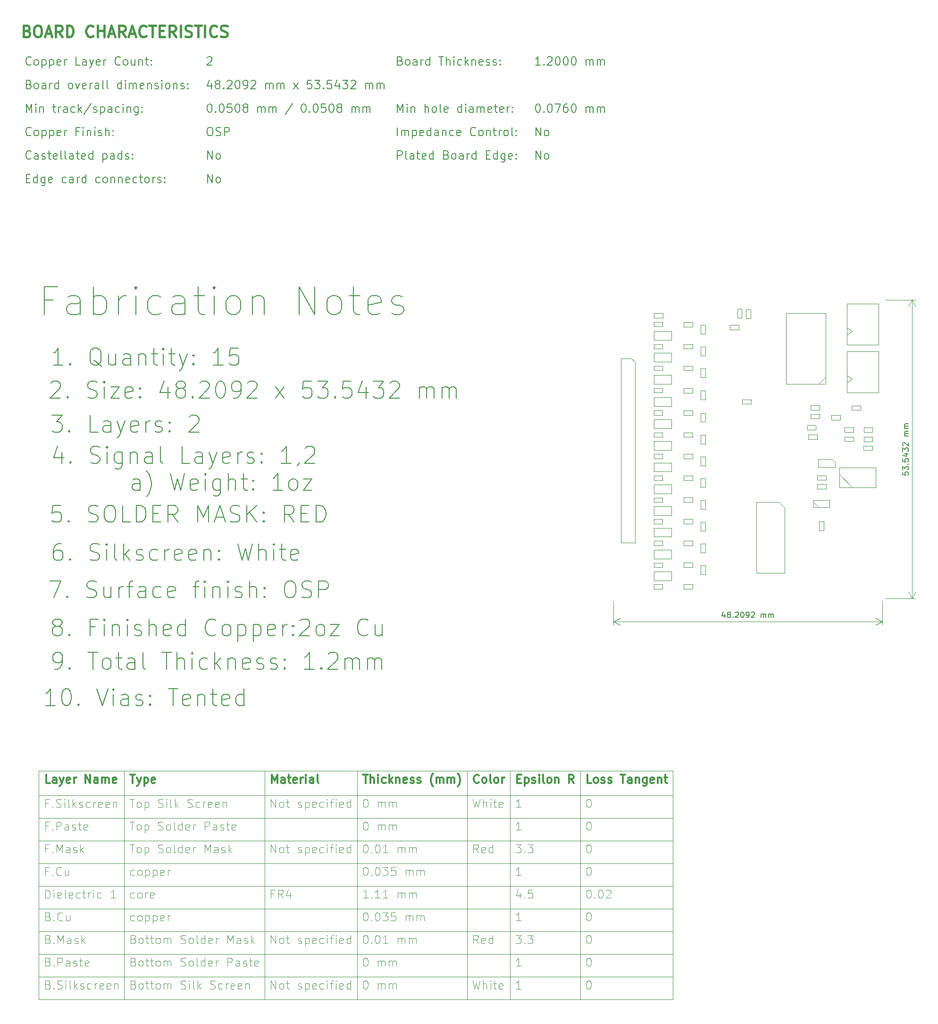
<source format=gbr>
%TF.GenerationSoftware,KiCad,Pcbnew,(6.0.11)*%
%TF.CreationDate,2023-05-09T17:47:33+10:00*%
%TF.ProjectId,LVBMS_A_Sample_R2,4c56424d-535f-4415-9f53-616d706c655f,1*%
%TF.SameCoordinates,Original*%
%TF.FileFunction,AssemblyDrawing,Top*%
%FSLAX46Y46*%
G04 Gerber Fmt 4.6, Leading zero omitted, Abs format (unit mm)*
G04 Created by KiCad (PCBNEW (6.0.11)) date 2023-05-09 17:47:33*
%MOMM*%
%LPD*%
G01*
G04 APERTURE LIST*
%ADD10C,0.100000*%
%ADD11C,0.300000*%
%ADD12C,0.200000*%
%ADD13C,0.400000*%
%ADD14C,0.150000*%
G04 APERTURE END LIST*
D10*
X120586428Y-187063571D02*
X120729285Y-187063571D01*
X120872142Y-187135000D01*
X120943571Y-187206428D01*
X121014999Y-187349285D01*
X121086428Y-187635000D01*
X121086428Y-187992142D01*
X121014999Y-188277857D01*
X120943571Y-188420714D01*
X120872142Y-188492142D01*
X120729285Y-188563571D01*
X120586428Y-188563571D01*
X120443571Y-188492142D01*
X120372142Y-188420714D01*
X120300713Y-188277857D01*
X120229285Y-187992142D01*
X120229285Y-187635000D01*
X120300713Y-187349285D01*
X120372142Y-187206428D01*
X120443571Y-187135000D01*
X120586428Y-187063571D01*
X120586428Y-182998571D02*
X120729285Y-182998571D01*
X120872142Y-183070000D01*
X120943571Y-183141428D01*
X121014999Y-183284285D01*
X121086428Y-183570000D01*
X121086428Y-183927142D01*
X121014999Y-184212857D01*
X120943571Y-184355714D01*
X120872142Y-184427142D01*
X120729285Y-184498571D01*
X120586428Y-184498571D01*
X120443571Y-184427142D01*
X120372142Y-184355714D01*
X120300713Y-184212857D01*
X120229285Y-183927142D01*
X120229285Y-183570000D01*
X120300713Y-183284285D01*
X120372142Y-183141428D01*
X120443571Y-183070000D01*
X120586428Y-182998571D01*
X120586428Y-174868571D02*
X120729285Y-174868571D01*
X120872142Y-174940000D01*
X120943571Y-175011428D01*
X121014999Y-175154285D01*
X121086428Y-175440000D01*
X121086428Y-175797142D01*
X121014999Y-176082857D01*
X120943571Y-176225714D01*
X120872142Y-176297142D01*
X120729285Y-176368571D01*
X120586428Y-176368571D01*
X120443571Y-176297142D01*
X120372142Y-176225714D01*
X120300713Y-176082857D01*
X120229285Y-175797142D01*
X120229285Y-175440000D01*
X120300713Y-175154285D01*
X120372142Y-175011428D01*
X120443571Y-174940000D01*
X120586428Y-174868571D01*
X120586428Y-170803571D02*
X120729285Y-170803571D01*
X120872142Y-170875000D01*
X120943571Y-170946428D01*
X121014999Y-171089285D01*
X121086428Y-171375000D01*
X121086428Y-171732142D01*
X121014999Y-172017857D01*
X120943571Y-172160714D01*
X120872142Y-172232142D01*
X120729285Y-172303571D01*
X120586428Y-172303571D01*
X120443571Y-172232142D01*
X120372142Y-172160714D01*
X120300713Y-172017857D01*
X120229285Y-171732142D01*
X120229285Y-171375000D01*
X120300713Y-171089285D01*
X120372142Y-170946428D01*
X120443571Y-170875000D01*
X120586428Y-170803571D01*
X121729285Y-172160714D02*
X121800713Y-172232142D01*
X121729285Y-172303571D01*
X121657856Y-172232142D01*
X121729285Y-172160714D01*
X121729285Y-172303571D01*
X122729285Y-170803571D02*
X122872142Y-170803571D01*
X123014999Y-170875000D01*
X123086428Y-170946428D01*
X123157856Y-171089285D01*
X123229285Y-171375000D01*
X123229285Y-171732142D01*
X123157856Y-172017857D01*
X123086428Y-172160714D01*
X123014999Y-172232142D01*
X122872142Y-172303571D01*
X122729285Y-172303571D01*
X122586428Y-172232142D01*
X122514999Y-172160714D01*
X122443571Y-172017857D01*
X122372142Y-171732142D01*
X122372142Y-171375000D01*
X122443571Y-171089285D01*
X122514999Y-170946428D01*
X122586428Y-170875000D01*
X122729285Y-170803571D01*
X123800713Y-170946428D02*
X123872142Y-170875000D01*
X124014999Y-170803571D01*
X124372142Y-170803571D01*
X124514999Y-170875000D01*
X124586428Y-170946428D01*
X124657856Y-171089285D01*
X124657856Y-171232142D01*
X124586428Y-171446428D01*
X123729285Y-172303571D01*
X124657856Y-172303571D01*
X120586428Y-166738571D02*
X120729285Y-166738571D01*
X120872142Y-166810000D01*
X120943571Y-166881428D01*
X121014999Y-167024285D01*
X121086428Y-167310000D01*
X121086428Y-167667142D01*
X121014999Y-167952857D01*
X120943571Y-168095714D01*
X120872142Y-168167142D01*
X120729285Y-168238571D01*
X120586428Y-168238571D01*
X120443571Y-168167142D01*
X120372142Y-168095714D01*
X120300713Y-167952857D01*
X120229285Y-167667142D01*
X120229285Y-167310000D01*
X120300713Y-167024285D01*
X120372142Y-166881428D01*
X120443571Y-166810000D01*
X120586428Y-166738571D01*
X120586428Y-162673571D02*
X120729285Y-162673571D01*
X120872142Y-162745000D01*
X120943571Y-162816428D01*
X121014999Y-162959285D01*
X121086428Y-163245000D01*
X121086428Y-163602142D01*
X121014999Y-163887857D01*
X120943571Y-164030714D01*
X120872142Y-164102142D01*
X120729285Y-164173571D01*
X120586428Y-164173571D01*
X120443571Y-164102142D01*
X120372142Y-164030714D01*
X120300713Y-163887857D01*
X120229285Y-163602142D01*
X120229285Y-163245000D01*
X120300713Y-162959285D01*
X120372142Y-162816428D01*
X120443571Y-162745000D01*
X120586428Y-162673571D01*
X120586428Y-158608571D02*
X120729285Y-158608571D01*
X120872142Y-158680000D01*
X120943571Y-158751428D01*
X121014999Y-158894285D01*
X121086428Y-159180000D01*
X121086428Y-159537142D01*
X121014999Y-159822857D01*
X120943571Y-159965714D01*
X120872142Y-160037142D01*
X120729285Y-160108571D01*
X120586428Y-160108571D01*
X120443571Y-160037142D01*
X120372142Y-159965714D01*
X120300713Y-159822857D01*
X120229285Y-159537142D01*
X120229285Y-159180000D01*
X120300713Y-158894285D01*
X120372142Y-158751428D01*
X120443571Y-158680000D01*
X120586428Y-158608571D01*
D11*
X121144999Y-151678571D02*
X120430713Y-151678571D01*
X120430713Y-150178571D01*
X121859285Y-151678571D02*
X121716428Y-151607142D01*
X121644999Y-151535714D01*
X121573571Y-151392857D01*
X121573571Y-150964285D01*
X121644999Y-150821428D01*
X121716428Y-150750000D01*
X121859285Y-150678571D01*
X122073571Y-150678571D01*
X122216428Y-150750000D01*
X122287856Y-150821428D01*
X122359285Y-150964285D01*
X122359285Y-151392857D01*
X122287856Y-151535714D01*
X122216428Y-151607142D01*
X122073571Y-151678571D01*
X121859285Y-151678571D01*
X122930713Y-151607142D02*
X123073571Y-151678571D01*
X123359285Y-151678571D01*
X123502142Y-151607142D01*
X123573571Y-151464285D01*
X123573571Y-151392857D01*
X123502142Y-151250000D01*
X123359285Y-151178571D01*
X123144999Y-151178571D01*
X123002142Y-151107142D01*
X122930713Y-150964285D01*
X122930713Y-150892857D01*
X123002142Y-150750000D01*
X123144999Y-150678571D01*
X123359285Y-150678571D01*
X123502142Y-150750000D01*
X124144999Y-151607142D02*
X124287856Y-151678571D01*
X124573571Y-151678571D01*
X124716428Y-151607142D01*
X124787856Y-151464285D01*
X124787856Y-151392857D01*
X124716428Y-151250000D01*
X124573571Y-151178571D01*
X124359285Y-151178571D01*
X124216428Y-151107142D01*
X124144999Y-150964285D01*
X124144999Y-150892857D01*
X124216428Y-150750000D01*
X124359285Y-150678571D01*
X124573571Y-150678571D01*
X124716428Y-150750000D01*
X126359285Y-150178571D02*
X127216428Y-150178571D01*
X126787856Y-151678571D02*
X126787856Y-150178571D01*
X128359285Y-151678571D02*
X128359285Y-150892857D01*
X128287856Y-150750000D01*
X128144999Y-150678571D01*
X127859285Y-150678571D01*
X127716428Y-150750000D01*
X128359285Y-151607142D02*
X128216428Y-151678571D01*
X127859285Y-151678571D01*
X127716428Y-151607142D01*
X127644999Y-151464285D01*
X127644999Y-151321428D01*
X127716428Y-151178571D01*
X127859285Y-151107142D01*
X128216428Y-151107142D01*
X128359285Y-151035714D01*
X129073571Y-150678571D02*
X129073571Y-151678571D01*
X129073571Y-150821428D02*
X129144999Y-150750000D01*
X129287856Y-150678571D01*
X129502142Y-150678571D01*
X129644999Y-150750000D01*
X129716428Y-150892857D01*
X129716428Y-151678571D01*
X131073571Y-150678571D02*
X131073571Y-151892857D01*
X131002142Y-152035714D01*
X130930713Y-152107142D01*
X130787856Y-152178571D01*
X130573571Y-152178571D01*
X130430713Y-152107142D01*
X131073571Y-151607142D02*
X130930713Y-151678571D01*
X130644999Y-151678571D01*
X130502142Y-151607142D01*
X130430713Y-151535714D01*
X130359285Y-151392857D01*
X130359285Y-150964285D01*
X130430713Y-150821428D01*
X130502142Y-150750000D01*
X130644999Y-150678571D01*
X130930713Y-150678571D01*
X131073571Y-150750000D01*
X132359285Y-151607142D02*
X132216428Y-151678571D01*
X131930713Y-151678571D01*
X131787856Y-151607142D01*
X131716428Y-151464285D01*
X131716428Y-150892857D01*
X131787856Y-150750000D01*
X131930713Y-150678571D01*
X132216428Y-150678571D01*
X132359285Y-150750000D01*
X132430713Y-150892857D01*
X132430713Y-151035714D01*
X131716428Y-151178571D01*
X133073571Y-150678571D02*
X133073571Y-151678571D01*
X133073571Y-150821428D02*
X133144999Y-150750000D01*
X133287856Y-150678571D01*
X133502142Y-150678571D01*
X133644999Y-150750000D01*
X133716428Y-150892857D01*
X133716428Y-151678571D01*
X134216428Y-150678571D02*
X134787856Y-150678571D01*
X134430713Y-150178571D02*
X134430713Y-151464285D01*
X134502142Y-151607142D01*
X134644999Y-151678571D01*
X134787856Y-151678571D01*
D10*
X108500714Y-188563571D02*
X107643571Y-188563571D01*
X108072142Y-188563571D02*
X108072142Y-187063571D01*
X107929285Y-187277857D01*
X107786428Y-187420714D01*
X107643571Y-187492142D01*
X108500714Y-184498571D02*
X107643571Y-184498571D01*
X108072142Y-184498571D02*
X108072142Y-182998571D01*
X107929285Y-183212857D01*
X107786428Y-183355714D01*
X107643571Y-183427142D01*
X107572142Y-178933571D02*
X108500714Y-178933571D01*
X108000714Y-179505000D01*
X108214999Y-179505000D01*
X108357857Y-179576428D01*
X108429285Y-179647857D01*
X108500714Y-179790714D01*
X108500714Y-180147857D01*
X108429285Y-180290714D01*
X108357857Y-180362142D01*
X108214999Y-180433571D01*
X107786428Y-180433571D01*
X107643571Y-180362142D01*
X107572142Y-180290714D01*
X109143571Y-180290714D02*
X109214999Y-180362142D01*
X109143571Y-180433571D01*
X109072142Y-180362142D01*
X109143571Y-180290714D01*
X109143571Y-180433571D01*
X109714999Y-178933571D02*
X110643571Y-178933571D01*
X110143571Y-179505000D01*
X110357857Y-179505000D01*
X110500714Y-179576428D01*
X110572142Y-179647857D01*
X110643571Y-179790714D01*
X110643571Y-180147857D01*
X110572142Y-180290714D01*
X110500714Y-180362142D01*
X110357857Y-180433571D01*
X109929285Y-180433571D01*
X109786428Y-180362142D01*
X109714999Y-180290714D01*
X120586428Y-178933571D02*
X120729285Y-178933571D01*
X120872142Y-179005000D01*
X120943571Y-179076428D01*
X121014999Y-179219285D01*
X121086428Y-179505000D01*
X121086428Y-179862142D01*
X121014999Y-180147857D01*
X120943571Y-180290714D01*
X120872142Y-180362142D01*
X120729285Y-180433571D01*
X120586428Y-180433571D01*
X120443571Y-180362142D01*
X120372142Y-180290714D01*
X120300713Y-180147857D01*
X120229285Y-179862142D01*
X120229285Y-179505000D01*
X120300713Y-179219285D01*
X120372142Y-179076428D01*
X120443571Y-179005000D01*
X120586428Y-178933571D01*
X108500714Y-176368571D02*
X107643571Y-176368571D01*
X108072142Y-176368571D02*
X108072142Y-174868571D01*
X107929285Y-175082857D01*
X107786428Y-175225714D01*
X107643571Y-175297142D01*
X108500714Y-168238571D02*
X107643571Y-168238571D01*
X108072142Y-168238571D02*
X108072142Y-166738571D01*
X107929285Y-166952857D01*
X107786428Y-167095714D01*
X107643571Y-167167142D01*
X107572142Y-162673571D02*
X108500714Y-162673571D01*
X108000714Y-163245000D01*
X108214999Y-163245000D01*
X108357857Y-163316428D01*
X108429285Y-163387857D01*
X108500714Y-163530714D01*
X108500714Y-163887857D01*
X108429285Y-164030714D01*
X108357857Y-164102142D01*
X108214999Y-164173571D01*
X107786428Y-164173571D01*
X107643571Y-164102142D01*
X107572142Y-164030714D01*
X109143571Y-164030714D02*
X109214999Y-164102142D01*
X109143571Y-164173571D01*
X109072142Y-164102142D01*
X109143571Y-164030714D01*
X109143571Y-164173571D01*
X109714999Y-162673571D02*
X110643571Y-162673571D01*
X110143571Y-163245000D01*
X110357857Y-163245000D01*
X110500714Y-163316428D01*
X110572142Y-163387857D01*
X110643571Y-163530714D01*
X110643571Y-163887857D01*
X110572142Y-164030714D01*
X110500714Y-164102142D01*
X110357857Y-164173571D01*
X109929285Y-164173571D01*
X109786428Y-164102142D01*
X109714999Y-164030714D01*
X108500714Y-160108571D02*
X107643571Y-160108571D01*
X108072142Y-160108571D02*
X108072142Y-158608571D01*
X107929285Y-158822857D01*
X107786428Y-158965714D01*
X107643571Y-159037142D01*
X108500714Y-156043571D02*
X107643571Y-156043571D01*
X108072142Y-156043571D02*
X108072142Y-154543571D01*
X107929285Y-154757857D01*
X107786428Y-154900714D01*
X107643571Y-154972142D01*
D11*
X107844999Y-150892857D02*
X108344999Y-150892857D01*
X108559285Y-151678571D02*
X107844999Y-151678571D01*
X107844999Y-150178571D01*
X108559285Y-150178571D01*
X109202142Y-150678571D02*
X109202142Y-152178571D01*
X109202142Y-150750000D02*
X109344999Y-150678571D01*
X109630714Y-150678571D01*
X109773571Y-150750000D01*
X109844999Y-150821428D01*
X109916428Y-150964285D01*
X109916428Y-151392857D01*
X109844999Y-151535714D01*
X109773571Y-151607142D01*
X109630714Y-151678571D01*
X109344999Y-151678571D01*
X109202142Y-151607142D01*
X110487857Y-151607142D02*
X110630714Y-151678571D01*
X110916428Y-151678571D01*
X111059285Y-151607142D01*
X111130714Y-151464285D01*
X111130714Y-151392857D01*
X111059285Y-151250000D01*
X110916428Y-151178571D01*
X110702142Y-151178571D01*
X110559285Y-151107142D01*
X110487857Y-150964285D01*
X110487857Y-150892857D01*
X110559285Y-150750000D01*
X110702142Y-150678571D01*
X110916428Y-150678571D01*
X111059285Y-150750000D01*
X111773571Y-151678571D02*
X111773571Y-150678571D01*
X111773571Y-150178571D02*
X111702142Y-150250000D01*
X111773571Y-150321428D01*
X111844999Y-150250000D01*
X111773571Y-150178571D01*
X111773571Y-150321428D01*
X112702142Y-151678571D02*
X112559285Y-151607142D01*
X112487857Y-151464285D01*
X112487857Y-150178571D01*
X113487857Y-151678571D02*
X113344999Y-151607142D01*
X113273571Y-151535714D01*
X113202142Y-151392857D01*
X113202142Y-150964285D01*
X113273571Y-150821428D01*
X113344999Y-150750000D01*
X113487857Y-150678571D01*
X113702142Y-150678571D01*
X113844999Y-150750000D01*
X113916428Y-150821428D01*
X113987857Y-150964285D01*
X113987857Y-151392857D01*
X113916428Y-151535714D01*
X113844999Y-151607142D01*
X113702142Y-151678571D01*
X113487857Y-151678571D01*
X114630714Y-150678571D02*
X114630714Y-151678571D01*
X114630714Y-150821428D02*
X114702142Y-150750000D01*
X114844999Y-150678571D01*
X115059285Y-150678571D01*
X115202142Y-150750000D01*
X115273571Y-150892857D01*
X115273571Y-151678571D01*
X117987857Y-151678571D02*
X117487857Y-150964285D01*
X117130714Y-151678571D02*
X117130714Y-150178571D01*
X117702142Y-150178571D01*
X117844999Y-150250000D01*
X117916428Y-150321428D01*
X117987857Y-150464285D01*
X117987857Y-150678571D01*
X117916428Y-150821428D01*
X117844999Y-150892857D01*
X117702142Y-150964285D01*
X117130714Y-150964285D01*
D10*
X99843571Y-187063571D02*
X100200714Y-188563571D01*
X100486428Y-187492142D01*
X100772143Y-188563571D01*
X101129286Y-187063571D01*
X101700714Y-188563571D02*
X101700714Y-187063571D01*
X102343571Y-188563571D02*
X102343571Y-187777857D01*
X102272143Y-187635000D01*
X102129286Y-187563571D01*
X101915000Y-187563571D01*
X101772143Y-187635000D01*
X101700714Y-187706428D01*
X103057857Y-188563571D02*
X103057857Y-187563571D01*
X103057857Y-187063571D02*
X102986428Y-187135000D01*
X103057857Y-187206428D01*
X103129286Y-187135000D01*
X103057857Y-187063571D01*
X103057857Y-187206428D01*
X103557857Y-187563571D02*
X104129286Y-187563571D01*
X103772143Y-187063571D02*
X103772143Y-188349285D01*
X103843571Y-188492142D01*
X103986428Y-188563571D01*
X104129286Y-188563571D01*
X105200714Y-188492142D02*
X105057857Y-188563571D01*
X104772143Y-188563571D01*
X104629286Y-188492142D01*
X104557857Y-188349285D01*
X104557857Y-187777857D01*
X104629286Y-187635000D01*
X104772143Y-187563571D01*
X105057857Y-187563571D01*
X105200714Y-187635000D01*
X105272143Y-187777857D01*
X105272143Y-187920714D01*
X104557857Y-188063571D01*
X120586428Y-154543571D02*
X120729285Y-154543571D01*
X120872142Y-154615000D01*
X120943571Y-154686428D01*
X121014999Y-154829285D01*
X121086428Y-155115000D01*
X121086428Y-155472142D01*
X121014999Y-155757857D01*
X120943571Y-155900714D01*
X120872142Y-155972142D01*
X120729285Y-156043571D01*
X120586428Y-156043571D01*
X120443571Y-155972142D01*
X120372142Y-155900714D01*
X120300713Y-155757857D01*
X120229285Y-155472142D01*
X120229285Y-155115000D01*
X120300713Y-154829285D01*
X120372142Y-154686428D01*
X120443571Y-154615000D01*
X120586428Y-154543571D01*
X80543572Y-162673571D02*
X80686429Y-162673571D01*
X80829286Y-162745000D01*
X80900715Y-162816428D01*
X80972143Y-162959285D01*
X81043572Y-163245000D01*
X81043572Y-163602142D01*
X80972143Y-163887857D01*
X80900715Y-164030714D01*
X80829286Y-164102142D01*
X80686429Y-164173571D01*
X80543572Y-164173571D01*
X80400715Y-164102142D01*
X80329286Y-164030714D01*
X80257857Y-163887857D01*
X80186429Y-163602142D01*
X80186429Y-163245000D01*
X80257857Y-162959285D01*
X80329286Y-162816428D01*
X80400715Y-162745000D01*
X80543572Y-162673571D01*
X81686429Y-164030714D02*
X81757857Y-164102142D01*
X81686429Y-164173571D01*
X81615000Y-164102142D01*
X81686429Y-164030714D01*
X81686429Y-164173571D01*
X82686429Y-162673571D02*
X82829286Y-162673571D01*
X82972143Y-162745000D01*
X83043572Y-162816428D01*
X83115000Y-162959285D01*
X83186429Y-163245000D01*
X83186429Y-163602142D01*
X83115000Y-163887857D01*
X83043572Y-164030714D01*
X82972143Y-164102142D01*
X82829286Y-164173571D01*
X82686429Y-164173571D01*
X82543572Y-164102142D01*
X82472143Y-164030714D01*
X82400715Y-163887857D01*
X82329286Y-163602142D01*
X82329286Y-163245000D01*
X82400715Y-162959285D01*
X82472143Y-162816428D01*
X82543572Y-162745000D01*
X82686429Y-162673571D01*
X84615000Y-164173571D02*
X83757857Y-164173571D01*
X84186429Y-164173571D02*
X84186429Y-162673571D01*
X84043572Y-162887857D01*
X83900715Y-163030714D01*
X83757857Y-163102142D01*
X86400715Y-164173571D02*
X86400715Y-163173571D01*
X86400715Y-163316428D02*
X86472143Y-163245000D01*
X86615000Y-163173571D01*
X86829286Y-163173571D01*
X86972143Y-163245000D01*
X87043572Y-163387857D01*
X87043572Y-164173571D01*
X87043572Y-163387857D02*
X87115000Y-163245000D01*
X87257857Y-163173571D01*
X87472143Y-163173571D01*
X87615000Y-163245000D01*
X87686429Y-163387857D01*
X87686429Y-164173571D01*
X88400715Y-164173571D02*
X88400715Y-163173571D01*
X88400715Y-163316428D02*
X88472143Y-163245000D01*
X88615000Y-163173571D01*
X88829286Y-163173571D01*
X88972143Y-163245000D01*
X89043572Y-163387857D01*
X89043572Y-164173571D01*
X89043572Y-163387857D02*
X89115000Y-163245000D01*
X89257857Y-163173571D01*
X89472143Y-163173571D01*
X89615000Y-163245000D01*
X89686429Y-163387857D01*
X89686429Y-164173571D01*
X80543572Y-187063571D02*
X80686429Y-187063571D01*
X80829286Y-187135000D01*
X80900715Y-187206428D01*
X80972143Y-187349285D01*
X81043572Y-187635000D01*
X81043572Y-187992142D01*
X80972143Y-188277857D01*
X80900715Y-188420714D01*
X80829286Y-188492142D01*
X80686429Y-188563571D01*
X80543572Y-188563571D01*
X80400715Y-188492142D01*
X80329286Y-188420714D01*
X80257857Y-188277857D01*
X80186429Y-187992142D01*
X80186429Y-187635000D01*
X80257857Y-187349285D01*
X80329286Y-187206428D01*
X80400715Y-187135000D01*
X80543572Y-187063571D01*
X82829286Y-188563571D02*
X82829286Y-187563571D01*
X82829286Y-187706428D02*
X82900715Y-187635000D01*
X83043572Y-187563571D01*
X83257857Y-187563571D01*
X83400715Y-187635000D01*
X83472143Y-187777857D01*
X83472143Y-188563571D01*
X83472143Y-187777857D02*
X83543572Y-187635000D01*
X83686429Y-187563571D01*
X83900715Y-187563571D01*
X84043572Y-187635000D01*
X84115000Y-187777857D01*
X84115000Y-188563571D01*
X84829286Y-188563571D02*
X84829286Y-187563571D01*
X84829286Y-187706428D02*
X84900715Y-187635000D01*
X85043572Y-187563571D01*
X85257857Y-187563571D01*
X85400715Y-187635000D01*
X85472143Y-187777857D01*
X85472143Y-188563571D01*
X85472143Y-187777857D02*
X85543572Y-187635000D01*
X85686429Y-187563571D01*
X85900715Y-187563571D01*
X86043572Y-187635000D01*
X86115000Y-187777857D01*
X86115000Y-188563571D01*
X80543572Y-158608571D02*
X80686429Y-158608571D01*
X80829286Y-158680000D01*
X80900715Y-158751428D01*
X80972143Y-158894285D01*
X81043572Y-159180000D01*
X81043572Y-159537142D01*
X80972143Y-159822857D01*
X80900715Y-159965714D01*
X80829286Y-160037142D01*
X80686429Y-160108571D01*
X80543572Y-160108571D01*
X80400715Y-160037142D01*
X80329286Y-159965714D01*
X80257857Y-159822857D01*
X80186429Y-159537142D01*
X80186429Y-159180000D01*
X80257857Y-158894285D01*
X80329286Y-158751428D01*
X80400715Y-158680000D01*
X80543572Y-158608571D01*
X82829286Y-160108571D02*
X82829286Y-159108571D01*
X82829286Y-159251428D02*
X82900715Y-159180000D01*
X83043572Y-159108571D01*
X83257857Y-159108571D01*
X83400715Y-159180000D01*
X83472143Y-159322857D01*
X83472143Y-160108571D01*
X83472143Y-159322857D02*
X83543572Y-159180000D01*
X83686429Y-159108571D01*
X83900715Y-159108571D01*
X84043572Y-159180000D01*
X84115000Y-159322857D01*
X84115000Y-160108571D01*
X84829286Y-160108571D02*
X84829286Y-159108571D01*
X84829286Y-159251428D02*
X84900715Y-159180000D01*
X85043572Y-159108571D01*
X85257857Y-159108571D01*
X85400715Y-159180000D01*
X85472143Y-159322857D01*
X85472143Y-160108571D01*
X85472143Y-159322857D02*
X85543572Y-159180000D01*
X85686429Y-159108571D01*
X85900715Y-159108571D01*
X86043572Y-159180000D01*
X86115000Y-159322857D01*
X86115000Y-160108571D01*
X64157857Y-171517857D02*
X63657857Y-171517857D01*
X63657857Y-172303571D02*
X63657857Y-170803571D01*
X64372143Y-170803571D01*
X65800715Y-172303571D02*
X65300715Y-171589285D01*
X64943572Y-172303571D02*
X64943572Y-170803571D01*
X65515000Y-170803571D01*
X65657857Y-170875000D01*
X65729286Y-170946428D01*
X65800715Y-171089285D01*
X65800715Y-171303571D01*
X65729286Y-171446428D01*
X65657857Y-171517857D01*
X65515000Y-171589285D01*
X64943572Y-171589285D01*
X67086429Y-171303571D02*
X67086429Y-172303571D01*
X66729286Y-170732142D02*
X66372143Y-171803571D01*
X67300715Y-171803571D01*
X80543572Y-166738571D02*
X80686429Y-166738571D01*
X80829286Y-166810000D01*
X80900715Y-166881428D01*
X80972143Y-167024285D01*
X81043572Y-167310000D01*
X81043572Y-167667142D01*
X80972143Y-167952857D01*
X80900715Y-168095714D01*
X80829286Y-168167142D01*
X80686429Y-168238571D01*
X80543572Y-168238571D01*
X80400715Y-168167142D01*
X80329286Y-168095714D01*
X80257857Y-167952857D01*
X80186429Y-167667142D01*
X80186429Y-167310000D01*
X80257857Y-167024285D01*
X80329286Y-166881428D01*
X80400715Y-166810000D01*
X80543572Y-166738571D01*
X81686429Y-168095714D02*
X81757857Y-168167142D01*
X81686429Y-168238571D01*
X81615000Y-168167142D01*
X81686429Y-168095714D01*
X81686429Y-168238571D01*
X82686429Y-166738571D02*
X82829286Y-166738571D01*
X82972143Y-166810000D01*
X83043572Y-166881428D01*
X83115000Y-167024285D01*
X83186429Y-167310000D01*
X83186429Y-167667142D01*
X83115000Y-167952857D01*
X83043572Y-168095714D01*
X82972143Y-168167142D01*
X82829286Y-168238571D01*
X82686429Y-168238571D01*
X82543572Y-168167142D01*
X82472143Y-168095714D01*
X82400715Y-167952857D01*
X82329286Y-167667142D01*
X82329286Y-167310000D01*
X82400715Y-167024285D01*
X82472143Y-166881428D01*
X82543572Y-166810000D01*
X82686429Y-166738571D01*
X83686429Y-166738571D02*
X84615000Y-166738571D01*
X84115000Y-167310000D01*
X84329286Y-167310000D01*
X84472143Y-167381428D01*
X84543572Y-167452857D01*
X84615000Y-167595714D01*
X84615000Y-167952857D01*
X84543572Y-168095714D01*
X84472143Y-168167142D01*
X84329286Y-168238571D01*
X83900715Y-168238571D01*
X83757857Y-168167142D01*
X83686429Y-168095714D01*
X85972143Y-166738571D02*
X85257857Y-166738571D01*
X85186429Y-167452857D01*
X85257857Y-167381428D01*
X85400715Y-167310000D01*
X85757857Y-167310000D01*
X85900715Y-167381428D01*
X85972143Y-167452857D01*
X86043572Y-167595714D01*
X86043572Y-167952857D01*
X85972143Y-168095714D01*
X85900715Y-168167142D01*
X85757857Y-168238571D01*
X85400715Y-168238571D01*
X85257857Y-168167142D01*
X85186429Y-168095714D01*
X87829286Y-168238571D02*
X87829286Y-167238571D01*
X87829286Y-167381428D02*
X87900715Y-167310000D01*
X88043572Y-167238571D01*
X88257857Y-167238571D01*
X88400715Y-167310000D01*
X88472143Y-167452857D01*
X88472143Y-168238571D01*
X88472143Y-167452857D02*
X88543572Y-167310000D01*
X88686429Y-167238571D01*
X88900715Y-167238571D01*
X89043572Y-167310000D01*
X89115000Y-167452857D01*
X89115000Y-168238571D01*
X89829286Y-168238571D02*
X89829286Y-167238571D01*
X89829286Y-167381428D02*
X89900715Y-167310000D01*
X90043572Y-167238571D01*
X90257857Y-167238571D01*
X90400715Y-167310000D01*
X90472143Y-167452857D01*
X90472143Y-168238571D01*
X90472143Y-167452857D02*
X90543572Y-167310000D01*
X90686429Y-167238571D01*
X90900715Y-167238571D01*
X91043572Y-167310000D01*
X91115000Y-167452857D01*
X91115000Y-168238571D01*
X63657857Y-164173571D02*
X63657857Y-162673571D01*
X64515000Y-164173571D01*
X64515000Y-162673571D01*
X65443572Y-164173571D02*
X65300715Y-164102142D01*
X65229286Y-164030714D01*
X65157857Y-163887857D01*
X65157857Y-163459285D01*
X65229286Y-163316428D01*
X65300715Y-163245000D01*
X65443572Y-163173571D01*
X65657857Y-163173571D01*
X65800715Y-163245000D01*
X65872143Y-163316428D01*
X65943572Y-163459285D01*
X65943572Y-163887857D01*
X65872143Y-164030714D01*
X65800715Y-164102142D01*
X65657857Y-164173571D01*
X65443572Y-164173571D01*
X66372143Y-163173571D02*
X66943572Y-163173571D01*
X66586429Y-162673571D02*
X66586429Y-163959285D01*
X66657857Y-164102142D01*
X66800715Y-164173571D01*
X66943572Y-164173571D01*
X68515000Y-164102142D02*
X68657857Y-164173571D01*
X68943572Y-164173571D01*
X69086429Y-164102142D01*
X69157857Y-163959285D01*
X69157857Y-163887857D01*
X69086429Y-163745000D01*
X68943572Y-163673571D01*
X68729286Y-163673571D01*
X68586429Y-163602142D01*
X68515000Y-163459285D01*
X68515000Y-163387857D01*
X68586429Y-163245000D01*
X68729286Y-163173571D01*
X68943572Y-163173571D01*
X69086429Y-163245000D01*
X69800715Y-163173571D02*
X69800715Y-164673571D01*
X69800715Y-163245000D02*
X69943572Y-163173571D01*
X70229286Y-163173571D01*
X70372143Y-163245000D01*
X70443572Y-163316428D01*
X70515000Y-163459285D01*
X70515000Y-163887857D01*
X70443572Y-164030714D01*
X70372143Y-164102142D01*
X70229286Y-164173571D01*
X69943572Y-164173571D01*
X69800715Y-164102142D01*
X71729286Y-164102142D02*
X71586429Y-164173571D01*
X71300715Y-164173571D01*
X71157857Y-164102142D01*
X71086429Y-163959285D01*
X71086429Y-163387857D01*
X71157857Y-163245000D01*
X71300715Y-163173571D01*
X71586429Y-163173571D01*
X71729286Y-163245000D01*
X71800715Y-163387857D01*
X71800715Y-163530714D01*
X71086429Y-163673571D01*
X73086429Y-164102142D02*
X72943572Y-164173571D01*
X72657857Y-164173571D01*
X72515000Y-164102142D01*
X72443572Y-164030714D01*
X72372143Y-163887857D01*
X72372143Y-163459285D01*
X72443572Y-163316428D01*
X72515000Y-163245000D01*
X72657857Y-163173571D01*
X72943572Y-163173571D01*
X73086429Y-163245000D01*
X73729286Y-164173571D02*
X73729286Y-163173571D01*
X73729286Y-162673571D02*
X73657857Y-162745000D01*
X73729286Y-162816428D01*
X73800715Y-162745000D01*
X73729286Y-162673571D01*
X73729286Y-162816428D01*
X74229286Y-163173571D02*
X74800715Y-163173571D01*
X74443572Y-164173571D02*
X74443572Y-162887857D01*
X74515000Y-162745000D01*
X74657857Y-162673571D01*
X74800715Y-162673571D01*
X75300715Y-164173571D02*
X75300715Y-163173571D01*
X75300715Y-162673571D02*
X75229286Y-162745000D01*
X75300715Y-162816428D01*
X75372143Y-162745000D01*
X75300715Y-162673571D01*
X75300715Y-162816428D01*
X76586429Y-164102142D02*
X76443572Y-164173571D01*
X76157857Y-164173571D01*
X76015000Y-164102142D01*
X75943572Y-163959285D01*
X75943572Y-163387857D01*
X76015000Y-163245000D01*
X76157857Y-163173571D01*
X76443572Y-163173571D01*
X76586429Y-163245000D01*
X76657857Y-163387857D01*
X76657857Y-163530714D01*
X75943572Y-163673571D01*
X77943572Y-164173571D02*
X77943572Y-162673571D01*
X77943572Y-164102142D02*
X77800715Y-164173571D01*
X77515000Y-164173571D01*
X77372143Y-164102142D01*
X77300715Y-164030714D01*
X77229286Y-163887857D01*
X77229286Y-163459285D01*
X77300715Y-163316428D01*
X77372143Y-163245000D01*
X77515000Y-163173571D01*
X77800715Y-163173571D01*
X77943572Y-163245000D01*
X80543572Y-154543571D02*
X80686429Y-154543571D01*
X80829286Y-154615000D01*
X80900715Y-154686428D01*
X80972143Y-154829285D01*
X81043572Y-155115000D01*
X81043572Y-155472142D01*
X80972143Y-155757857D01*
X80900715Y-155900714D01*
X80829286Y-155972142D01*
X80686429Y-156043571D01*
X80543572Y-156043571D01*
X80400715Y-155972142D01*
X80329286Y-155900714D01*
X80257857Y-155757857D01*
X80186429Y-155472142D01*
X80186429Y-155115000D01*
X80257857Y-154829285D01*
X80329286Y-154686428D01*
X80400715Y-154615000D01*
X80543572Y-154543571D01*
X82829286Y-156043571D02*
X82829286Y-155043571D01*
X82829286Y-155186428D02*
X82900715Y-155115000D01*
X83043572Y-155043571D01*
X83257857Y-155043571D01*
X83400715Y-155115000D01*
X83472143Y-155257857D01*
X83472143Y-156043571D01*
X83472143Y-155257857D02*
X83543572Y-155115000D01*
X83686429Y-155043571D01*
X83900715Y-155043571D01*
X84043572Y-155115000D01*
X84115000Y-155257857D01*
X84115000Y-156043571D01*
X84829286Y-156043571D02*
X84829286Y-155043571D01*
X84829286Y-155186428D02*
X84900715Y-155115000D01*
X85043572Y-155043571D01*
X85257857Y-155043571D01*
X85400715Y-155115000D01*
X85472143Y-155257857D01*
X85472143Y-156043571D01*
X85472143Y-155257857D02*
X85543572Y-155115000D01*
X85686429Y-155043571D01*
X85900715Y-155043571D01*
X86043572Y-155115000D01*
X86115000Y-155257857D01*
X86115000Y-156043571D01*
X63657857Y-156043571D02*
X63657857Y-154543571D01*
X64515000Y-156043571D01*
X64515000Y-154543571D01*
X65443572Y-156043571D02*
X65300715Y-155972142D01*
X65229286Y-155900714D01*
X65157857Y-155757857D01*
X65157857Y-155329285D01*
X65229286Y-155186428D01*
X65300715Y-155115000D01*
X65443572Y-155043571D01*
X65657857Y-155043571D01*
X65800715Y-155115000D01*
X65872143Y-155186428D01*
X65943572Y-155329285D01*
X65943572Y-155757857D01*
X65872143Y-155900714D01*
X65800715Y-155972142D01*
X65657857Y-156043571D01*
X65443572Y-156043571D01*
X66372143Y-155043571D02*
X66943572Y-155043571D01*
X66586429Y-154543571D02*
X66586429Y-155829285D01*
X66657857Y-155972142D01*
X66800715Y-156043571D01*
X66943572Y-156043571D01*
X68515000Y-155972142D02*
X68657857Y-156043571D01*
X68943572Y-156043571D01*
X69086429Y-155972142D01*
X69157857Y-155829285D01*
X69157857Y-155757857D01*
X69086429Y-155615000D01*
X68943572Y-155543571D01*
X68729286Y-155543571D01*
X68586429Y-155472142D01*
X68515000Y-155329285D01*
X68515000Y-155257857D01*
X68586429Y-155115000D01*
X68729286Y-155043571D01*
X68943572Y-155043571D01*
X69086429Y-155115000D01*
X69800715Y-155043571D02*
X69800715Y-156543571D01*
X69800715Y-155115000D02*
X69943572Y-155043571D01*
X70229286Y-155043571D01*
X70372143Y-155115000D01*
X70443572Y-155186428D01*
X70515000Y-155329285D01*
X70515000Y-155757857D01*
X70443572Y-155900714D01*
X70372143Y-155972142D01*
X70229286Y-156043571D01*
X69943572Y-156043571D01*
X69800715Y-155972142D01*
X71729286Y-155972142D02*
X71586429Y-156043571D01*
X71300715Y-156043571D01*
X71157857Y-155972142D01*
X71086429Y-155829285D01*
X71086429Y-155257857D01*
X71157857Y-155115000D01*
X71300715Y-155043571D01*
X71586429Y-155043571D01*
X71729286Y-155115000D01*
X71800715Y-155257857D01*
X71800715Y-155400714D01*
X71086429Y-155543571D01*
X73086429Y-155972142D02*
X72943572Y-156043571D01*
X72657857Y-156043571D01*
X72515000Y-155972142D01*
X72443572Y-155900714D01*
X72372143Y-155757857D01*
X72372143Y-155329285D01*
X72443572Y-155186428D01*
X72515000Y-155115000D01*
X72657857Y-155043571D01*
X72943572Y-155043571D01*
X73086429Y-155115000D01*
X73729286Y-156043571D02*
X73729286Y-155043571D01*
X73729286Y-154543571D02*
X73657857Y-154615000D01*
X73729286Y-154686428D01*
X73800715Y-154615000D01*
X73729286Y-154543571D01*
X73729286Y-154686428D01*
X74229286Y-155043571D02*
X74800715Y-155043571D01*
X74443572Y-156043571D02*
X74443572Y-154757857D01*
X74515000Y-154615000D01*
X74657857Y-154543571D01*
X74800715Y-154543571D01*
X75300715Y-156043571D02*
X75300715Y-155043571D01*
X75300715Y-154543571D02*
X75229286Y-154615000D01*
X75300715Y-154686428D01*
X75372143Y-154615000D01*
X75300715Y-154543571D01*
X75300715Y-154686428D01*
X76586429Y-155972142D02*
X76443572Y-156043571D01*
X76157857Y-156043571D01*
X76015000Y-155972142D01*
X75943572Y-155829285D01*
X75943572Y-155257857D01*
X76015000Y-155115000D01*
X76157857Y-155043571D01*
X76443572Y-155043571D01*
X76586429Y-155115000D01*
X76657857Y-155257857D01*
X76657857Y-155400714D01*
X75943572Y-155543571D01*
X77943572Y-156043571D02*
X77943572Y-154543571D01*
X77943572Y-155972142D02*
X77800715Y-156043571D01*
X77515000Y-156043571D01*
X77372143Y-155972142D01*
X77300715Y-155900714D01*
X77229286Y-155757857D01*
X77229286Y-155329285D01*
X77300715Y-155186428D01*
X77372143Y-155115000D01*
X77515000Y-155043571D01*
X77800715Y-155043571D01*
X77943572Y-155115000D01*
X81043572Y-172303571D02*
X80186429Y-172303571D01*
X80615000Y-172303571D02*
X80615000Y-170803571D01*
X80472143Y-171017857D01*
X80329286Y-171160714D01*
X80186429Y-171232142D01*
X81686429Y-172160714D02*
X81757857Y-172232142D01*
X81686429Y-172303571D01*
X81615000Y-172232142D01*
X81686429Y-172160714D01*
X81686429Y-172303571D01*
X83186429Y-172303571D02*
X82329286Y-172303571D01*
X82757857Y-172303571D02*
X82757857Y-170803571D01*
X82615000Y-171017857D01*
X82472143Y-171160714D01*
X82329286Y-171232142D01*
X84615000Y-172303571D02*
X83757857Y-172303571D01*
X84186429Y-172303571D02*
X84186429Y-170803571D01*
X84043572Y-171017857D01*
X83900715Y-171160714D01*
X83757857Y-171232142D01*
X86400715Y-172303571D02*
X86400715Y-171303571D01*
X86400715Y-171446428D02*
X86472143Y-171375000D01*
X86615000Y-171303571D01*
X86829286Y-171303571D01*
X86972143Y-171375000D01*
X87043572Y-171517857D01*
X87043572Y-172303571D01*
X87043572Y-171517857D02*
X87115000Y-171375000D01*
X87257857Y-171303571D01*
X87472143Y-171303571D01*
X87615000Y-171375000D01*
X87686429Y-171517857D01*
X87686429Y-172303571D01*
X88400715Y-172303571D02*
X88400715Y-171303571D01*
X88400715Y-171446428D02*
X88472143Y-171375000D01*
X88615000Y-171303571D01*
X88829286Y-171303571D01*
X88972143Y-171375000D01*
X89043572Y-171517857D01*
X89043572Y-172303571D01*
X89043572Y-171517857D02*
X89115000Y-171375000D01*
X89257857Y-171303571D01*
X89472143Y-171303571D01*
X89615000Y-171375000D01*
X89686429Y-171517857D01*
X89686429Y-172303571D01*
X100843571Y-180433571D02*
X100343571Y-179719285D01*
X99986428Y-180433571D02*
X99986428Y-178933571D01*
X100557857Y-178933571D01*
X100700714Y-179005000D01*
X100772143Y-179076428D01*
X100843571Y-179219285D01*
X100843571Y-179433571D01*
X100772143Y-179576428D01*
X100700714Y-179647857D01*
X100557857Y-179719285D01*
X99986428Y-179719285D01*
X102057857Y-180362142D02*
X101915000Y-180433571D01*
X101629286Y-180433571D01*
X101486428Y-180362142D01*
X101415000Y-180219285D01*
X101415000Y-179647857D01*
X101486428Y-179505000D01*
X101629286Y-179433571D01*
X101915000Y-179433571D01*
X102057857Y-179505000D01*
X102129286Y-179647857D01*
X102129286Y-179790714D01*
X101415000Y-179933571D01*
X103415000Y-180433571D02*
X103415000Y-178933571D01*
X103415000Y-180362142D02*
X103272143Y-180433571D01*
X102986428Y-180433571D01*
X102843571Y-180362142D01*
X102772143Y-180290714D01*
X102700714Y-180147857D01*
X102700714Y-179719285D01*
X102772143Y-179576428D01*
X102843571Y-179505000D01*
X102986428Y-179433571D01*
X103272143Y-179433571D01*
X103415000Y-179505000D01*
X38986428Y-187777857D02*
X39200714Y-187849285D01*
X39272143Y-187920714D01*
X39343571Y-188063571D01*
X39343571Y-188277857D01*
X39272143Y-188420714D01*
X39200714Y-188492142D01*
X39057857Y-188563571D01*
X38486428Y-188563571D01*
X38486428Y-187063571D01*
X38986428Y-187063571D01*
X39129286Y-187135000D01*
X39200714Y-187206428D01*
X39272143Y-187349285D01*
X39272143Y-187492142D01*
X39200714Y-187635000D01*
X39129286Y-187706428D01*
X38986428Y-187777857D01*
X38486428Y-187777857D01*
X40200714Y-188563571D02*
X40057857Y-188492142D01*
X39986428Y-188420714D01*
X39915000Y-188277857D01*
X39915000Y-187849285D01*
X39986428Y-187706428D01*
X40057857Y-187635000D01*
X40200714Y-187563571D01*
X40415000Y-187563571D01*
X40557857Y-187635000D01*
X40629286Y-187706428D01*
X40700714Y-187849285D01*
X40700714Y-188277857D01*
X40629286Y-188420714D01*
X40557857Y-188492142D01*
X40415000Y-188563571D01*
X40200714Y-188563571D01*
X41129286Y-187563571D02*
X41700714Y-187563571D01*
X41343571Y-187063571D02*
X41343571Y-188349285D01*
X41415000Y-188492142D01*
X41557857Y-188563571D01*
X41700714Y-188563571D01*
X41986428Y-187563571D02*
X42557857Y-187563571D01*
X42200714Y-187063571D02*
X42200714Y-188349285D01*
X42272143Y-188492142D01*
X42415000Y-188563571D01*
X42557857Y-188563571D01*
X43272143Y-188563571D02*
X43129286Y-188492142D01*
X43057857Y-188420714D01*
X42986428Y-188277857D01*
X42986428Y-187849285D01*
X43057857Y-187706428D01*
X43129286Y-187635000D01*
X43272143Y-187563571D01*
X43486428Y-187563571D01*
X43629286Y-187635000D01*
X43700714Y-187706428D01*
X43772143Y-187849285D01*
X43772143Y-188277857D01*
X43700714Y-188420714D01*
X43629286Y-188492142D01*
X43486428Y-188563571D01*
X43272143Y-188563571D01*
X44415000Y-188563571D02*
X44415000Y-187563571D01*
X44415000Y-187706428D02*
X44486428Y-187635000D01*
X44629286Y-187563571D01*
X44843571Y-187563571D01*
X44986428Y-187635000D01*
X45057857Y-187777857D01*
X45057857Y-188563571D01*
X45057857Y-187777857D02*
X45129286Y-187635000D01*
X45272143Y-187563571D01*
X45486428Y-187563571D01*
X45629286Y-187635000D01*
X45700714Y-187777857D01*
X45700714Y-188563571D01*
X47486428Y-188492142D02*
X47700714Y-188563571D01*
X48057857Y-188563571D01*
X48200714Y-188492142D01*
X48272143Y-188420714D01*
X48343571Y-188277857D01*
X48343571Y-188135000D01*
X48272143Y-187992142D01*
X48200714Y-187920714D01*
X48057857Y-187849285D01*
X47772143Y-187777857D01*
X47629286Y-187706428D01*
X47557857Y-187635000D01*
X47486428Y-187492142D01*
X47486428Y-187349285D01*
X47557857Y-187206428D01*
X47629286Y-187135000D01*
X47772143Y-187063571D01*
X48129286Y-187063571D01*
X48343571Y-187135000D01*
X48986428Y-188563571D02*
X48986428Y-187563571D01*
X48986428Y-187063571D02*
X48915000Y-187135000D01*
X48986428Y-187206428D01*
X49057857Y-187135000D01*
X48986428Y-187063571D01*
X48986428Y-187206428D01*
X49915000Y-188563571D02*
X49772143Y-188492142D01*
X49700714Y-188349285D01*
X49700714Y-187063571D01*
X50486428Y-188563571D02*
X50486428Y-187063571D01*
X50629286Y-187992142D02*
X51057857Y-188563571D01*
X51057857Y-187563571D02*
X50486428Y-188135000D01*
X52772143Y-188492142D02*
X52986428Y-188563571D01*
X53343571Y-188563571D01*
X53486428Y-188492142D01*
X53557857Y-188420714D01*
X53629286Y-188277857D01*
X53629286Y-188135000D01*
X53557857Y-187992142D01*
X53486428Y-187920714D01*
X53343571Y-187849285D01*
X53057857Y-187777857D01*
X52915000Y-187706428D01*
X52843571Y-187635000D01*
X52772143Y-187492142D01*
X52772143Y-187349285D01*
X52843571Y-187206428D01*
X52915000Y-187135000D01*
X53057857Y-187063571D01*
X53415000Y-187063571D01*
X53629286Y-187135000D01*
X54915000Y-188492142D02*
X54772143Y-188563571D01*
X54486428Y-188563571D01*
X54343571Y-188492142D01*
X54272143Y-188420714D01*
X54200714Y-188277857D01*
X54200714Y-187849285D01*
X54272143Y-187706428D01*
X54343571Y-187635000D01*
X54486428Y-187563571D01*
X54772143Y-187563571D01*
X54915000Y-187635000D01*
X55557857Y-188563571D02*
X55557857Y-187563571D01*
X55557857Y-187849285D02*
X55629286Y-187706428D01*
X55700714Y-187635000D01*
X55843571Y-187563571D01*
X55986428Y-187563571D01*
X57057857Y-188492142D02*
X56915000Y-188563571D01*
X56629286Y-188563571D01*
X56486428Y-188492142D01*
X56415000Y-188349285D01*
X56415000Y-187777857D01*
X56486428Y-187635000D01*
X56629286Y-187563571D01*
X56915000Y-187563571D01*
X57057857Y-187635000D01*
X57129286Y-187777857D01*
X57129286Y-187920714D01*
X56415000Y-188063571D01*
X58343571Y-188492142D02*
X58200714Y-188563571D01*
X57915000Y-188563571D01*
X57772143Y-188492142D01*
X57700714Y-188349285D01*
X57700714Y-187777857D01*
X57772143Y-187635000D01*
X57915000Y-187563571D01*
X58200714Y-187563571D01*
X58343571Y-187635000D01*
X58415000Y-187777857D01*
X58415000Y-187920714D01*
X57700714Y-188063571D01*
X59057857Y-187563571D02*
X59057857Y-188563571D01*
X59057857Y-187706428D02*
X59129286Y-187635000D01*
X59272143Y-187563571D01*
X59486428Y-187563571D01*
X59629286Y-187635000D01*
X59700714Y-187777857D01*
X59700714Y-188563571D01*
D11*
X63787857Y-151678571D02*
X63787857Y-150178571D01*
X64287857Y-151250000D01*
X64787857Y-150178571D01*
X64787857Y-151678571D01*
X66145000Y-151678571D02*
X66145000Y-150892857D01*
X66073572Y-150750000D01*
X65930715Y-150678571D01*
X65645000Y-150678571D01*
X65502143Y-150750000D01*
X66145000Y-151607142D02*
X66002143Y-151678571D01*
X65645000Y-151678571D01*
X65502143Y-151607142D01*
X65430715Y-151464285D01*
X65430715Y-151321428D01*
X65502143Y-151178571D01*
X65645000Y-151107142D01*
X66002143Y-151107142D01*
X66145000Y-151035714D01*
X66645000Y-150678571D02*
X67216429Y-150678571D01*
X66859286Y-150178571D02*
X66859286Y-151464285D01*
X66930715Y-151607142D01*
X67073572Y-151678571D01*
X67216429Y-151678571D01*
X68287857Y-151607142D02*
X68145000Y-151678571D01*
X67859286Y-151678571D01*
X67716429Y-151607142D01*
X67645000Y-151464285D01*
X67645000Y-150892857D01*
X67716429Y-150750000D01*
X67859286Y-150678571D01*
X68145000Y-150678571D01*
X68287857Y-150750000D01*
X68359286Y-150892857D01*
X68359286Y-151035714D01*
X67645000Y-151178571D01*
X69002143Y-151678571D02*
X69002143Y-150678571D01*
X69002143Y-150964285D02*
X69073572Y-150821428D01*
X69145000Y-150750000D01*
X69287857Y-150678571D01*
X69430715Y-150678571D01*
X69930715Y-151678571D02*
X69930715Y-150678571D01*
X69930715Y-150178571D02*
X69859286Y-150250000D01*
X69930715Y-150321428D01*
X70002143Y-150250000D01*
X69930715Y-150178571D01*
X69930715Y-150321428D01*
X71287857Y-151678571D02*
X71287857Y-150892857D01*
X71216429Y-150750000D01*
X71073572Y-150678571D01*
X70787857Y-150678571D01*
X70645000Y-150750000D01*
X71287857Y-151607142D02*
X71145000Y-151678571D01*
X70787857Y-151678571D01*
X70645000Y-151607142D01*
X70573572Y-151464285D01*
X70573572Y-151321428D01*
X70645000Y-151178571D01*
X70787857Y-151107142D01*
X71145000Y-151107142D01*
X71287857Y-151035714D01*
X72216429Y-151678571D02*
X72073572Y-151607142D01*
X72002143Y-151464285D01*
X72002143Y-150178571D01*
D10*
X38986428Y-179647857D02*
X39200714Y-179719285D01*
X39272143Y-179790714D01*
X39343571Y-179933571D01*
X39343571Y-180147857D01*
X39272143Y-180290714D01*
X39200714Y-180362142D01*
X39057857Y-180433571D01*
X38486428Y-180433571D01*
X38486428Y-178933571D01*
X38986428Y-178933571D01*
X39129286Y-179005000D01*
X39200714Y-179076428D01*
X39272143Y-179219285D01*
X39272143Y-179362142D01*
X39200714Y-179505000D01*
X39129286Y-179576428D01*
X38986428Y-179647857D01*
X38486428Y-179647857D01*
X40200714Y-180433571D02*
X40057857Y-180362142D01*
X39986428Y-180290714D01*
X39915000Y-180147857D01*
X39915000Y-179719285D01*
X39986428Y-179576428D01*
X40057857Y-179505000D01*
X40200714Y-179433571D01*
X40415000Y-179433571D01*
X40557857Y-179505000D01*
X40629286Y-179576428D01*
X40700714Y-179719285D01*
X40700714Y-180147857D01*
X40629286Y-180290714D01*
X40557857Y-180362142D01*
X40415000Y-180433571D01*
X40200714Y-180433571D01*
X41129286Y-179433571D02*
X41700714Y-179433571D01*
X41343571Y-178933571D02*
X41343571Y-180219285D01*
X41415000Y-180362142D01*
X41557857Y-180433571D01*
X41700714Y-180433571D01*
X41986428Y-179433571D02*
X42557857Y-179433571D01*
X42200714Y-178933571D02*
X42200714Y-180219285D01*
X42272143Y-180362142D01*
X42415000Y-180433571D01*
X42557857Y-180433571D01*
X43272143Y-180433571D02*
X43129286Y-180362142D01*
X43057857Y-180290714D01*
X42986428Y-180147857D01*
X42986428Y-179719285D01*
X43057857Y-179576428D01*
X43129286Y-179505000D01*
X43272143Y-179433571D01*
X43486428Y-179433571D01*
X43629286Y-179505000D01*
X43700714Y-179576428D01*
X43772143Y-179719285D01*
X43772143Y-180147857D01*
X43700714Y-180290714D01*
X43629286Y-180362142D01*
X43486428Y-180433571D01*
X43272143Y-180433571D01*
X44415000Y-180433571D02*
X44415000Y-179433571D01*
X44415000Y-179576428D02*
X44486428Y-179505000D01*
X44629286Y-179433571D01*
X44843571Y-179433571D01*
X44986428Y-179505000D01*
X45057857Y-179647857D01*
X45057857Y-180433571D01*
X45057857Y-179647857D02*
X45129286Y-179505000D01*
X45272143Y-179433571D01*
X45486428Y-179433571D01*
X45629286Y-179505000D01*
X45700714Y-179647857D01*
X45700714Y-180433571D01*
X47486428Y-180362142D02*
X47700714Y-180433571D01*
X48057857Y-180433571D01*
X48200714Y-180362142D01*
X48272143Y-180290714D01*
X48343571Y-180147857D01*
X48343571Y-180005000D01*
X48272143Y-179862142D01*
X48200714Y-179790714D01*
X48057857Y-179719285D01*
X47772143Y-179647857D01*
X47629286Y-179576428D01*
X47557857Y-179505000D01*
X47486428Y-179362142D01*
X47486428Y-179219285D01*
X47557857Y-179076428D01*
X47629286Y-179005000D01*
X47772143Y-178933571D01*
X48129286Y-178933571D01*
X48343571Y-179005000D01*
X49200714Y-180433571D02*
X49057857Y-180362142D01*
X48986428Y-180290714D01*
X48915000Y-180147857D01*
X48915000Y-179719285D01*
X48986428Y-179576428D01*
X49057857Y-179505000D01*
X49200714Y-179433571D01*
X49415000Y-179433571D01*
X49557857Y-179505000D01*
X49629286Y-179576428D01*
X49700714Y-179719285D01*
X49700714Y-180147857D01*
X49629286Y-180290714D01*
X49557857Y-180362142D01*
X49415000Y-180433571D01*
X49200714Y-180433571D01*
X50557857Y-180433571D02*
X50415000Y-180362142D01*
X50343571Y-180219285D01*
X50343571Y-178933571D01*
X51772143Y-180433571D02*
X51772143Y-178933571D01*
X51772143Y-180362142D02*
X51629286Y-180433571D01*
X51343571Y-180433571D01*
X51200714Y-180362142D01*
X51129286Y-180290714D01*
X51057857Y-180147857D01*
X51057857Y-179719285D01*
X51129286Y-179576428D01*
X51200714Y-179505000D01*
X51343571Y-179433571D01*
X51629286Y-179433571D01*
X51772143Y-179505000D01*
X53057857Y-180362142D02*
X52915000Y-180433571D01*
X52629286Y-180433571D01*
X52486428Y-180362142D01*
X52415000Y-180219285D01*
X52415000Y-179647857D01*
X52486428Y-179505000D01*
X52629286Y-179433571D01*
X52915000Y-179433571D01*
X53057857Y-179505000D01*
X53129286Y-179647857D01*
X53129286Y-179790714D01*
X52415000Y-179933571D01*
X53772143Y-180433571D02*
X53772143Y-179433571D01*
X53772143Y-179719285D02*
X53843571Y-179576428D01*
X53915000Y-179505000D01*
X54057857Y-179433571D01*
X54200714Y-179433571D01*
X55843571Y-180433571D02*
X55843571Y-178933571D01*
X56343571Y-180005000D01*
X56843571Y-178933571D01*
X56843571Y-180433571D01*
X58200714Y-180433571D02*
X58200714Y-179647857D01*
X58129286Y-179505000D01*
X57986428Y-179433571D01*
X57700714Y-179433571D01*
X57557857Y-179505000D01*
X58200714Y-180362142D02*
X58057857Y-180433571D01*
X57700714Y-180433571D01*
X57557857Y-180362142D01*
X57486428Y-180219285D01*
X57486428Y-180076428D01*
X57557857Y-179933571D01*
X57700714Y-179862142D01*
X58057857Y-179862142D01*
X58200714Y-179790714D01*
X58843571Y-180362142D02*
X58986428Y-180433571D01*
X59272143Y-180433571D01*
X59415000Y-180362142D01*
X59486428Y-180219285D01*
X59486428Y-180147857D01*
X59415000Y-180005000D01*
X59272143Y-179933571D01*
X59057857Y-179933571D01*
X58915000Y-179862142D01*
X58843571Y-179719285D01*
X58843571Y-179647857D01*
X58915000Y-179505000D01*
X59057857Y-179433571D01*
X59272143Y-179433571D01*
X59415000Y-179505000D01*
X60129286Y-180433571D02*
X60129286Y-178933571D01*
X60272143Y-179862142D02*
X60700714Y-180433571D01*
X60700714Y-179433571D02*
X60129286Y-180005000D01*
X39129286Y-172232142D02*
X38986428Y-172303571D01*
X38700714Y-172303571D01*
X38557857Y-172232142D01*
X38486428Y-172160714D01*
X38415000Y-172017857D01*
X38415000Y-171589285D01*
X38486428Y-171446428D01*
X38557857Y-171375000D01*
X38700714Y-171303571D01*
X38986428Y-171303571D01*
X39129286Y-171375000D01*
X39986428Y-172303571D02*
X39843571Y-172232142D01*
X39772143Y-172160714D01*
X39700714Y-172017857D01*
X39700714Y-171589285D01*
X39772143Y-171446428D01*
X39843571Y-171375000D01*
X39986428Y-171303571D01*
X40200714Y-171303571D01*
X40343571Y-171375000D01*
X40415000Y-171446428D01*
X40486428Y-171589285D01*
X40486428Y-172017857D01*
X40415000Y-172160714D01*
X40343571Y-172232142D01*
X40200714Y-172303571D01*
X39986428Y-172303571D01*
X41129286Y-172303571D02*
X41129286Y-171303571D01*
X41129286Y-171589285D02*
X41200714Y-171446428D01*
X41272143Y-171375000D01*
X41415000Y-171303571D01*
X41557857Y-171303571D01*
X42629286Y-172232142D02*
X42486428Y-172303571D01*
X42200714Y-172303571D01*
X42057857Y-172232142D01*
X41986428Y-172089285D01*
X41986428Y-171517857D01*
X42057857Y-171375000D01*
X42200714Y-171303571D01*
X42486428Y-171303571D01*
X42629286Y-171375000D01*
X42700714Y-171517857D01*
X42700714Y-171660714D01*
X41986428Y-171803571D01*
X108357857Y-171303571D02*
X108357857Y-172303571D01*
X108000714Y-170732142D02*
X107643571Y-171803571D01*
X108572142Y-171803571D01*
X109143571Y-172160714D02*
X109214999Y-172232142D01*
X109143571Y-172303571D01*
X109072142Y-172232142D01*
X109143571Y-172160714D01*
X109143571Y-172303571D01*
X110572142Y-170803571D02*
X109857857Y-170803571D01*
X109786428Y-171517857D01*
X109857857Y-171446428D01*
X110000714Y-171375000D01*
X110357857Y-171375000D01*
X110500714Y-171446428D01*
X110572142Y-171517857D01*
X110643571Y-171660714D01*
X110643571Y-172017857D01*
X110572142Y-172160714D01*
X110500714Y-172232142D01*
X110357857Y-172303571D01*
X110000714Y-172303571D01*
X109857857Y-172232142D01*
X109786428Y-172160714D01*
X39129286Y-168167142D02*
X38986428Y-168238571D01*
X38700714Y-168238571D01*
X38557857Y-168167142D01*
X38486428Y-168095714D01*
X38415000Y-167952857D01*
X38415000Y-167524285D01*
X38486428Y-167381428D01*
X38557857Y-167310000D01*
X38700714Y-167238571D01*
X38986428Y-167238571D01*
X39129286Y-167310000D01*
X39986428Y-168238571D02*
X39843571Y-168167142D01*
X39772143Y-168095714D01*
X39700714Y-167952857D01*
X39700714Y-167524285D01*
X39772143Y-167381428D01*
X39843571Y-167310000D01*
X39986428Y-167238571D01*
X40200714Y-167238571D01*
X40343571Y-167310000D01*
X40415000Y-167381428D01*
X40486428Y-167524285D01*
X40486428Y-167952857D01*
X40415000Y-168095714D01*
X40343571Y-168167142D01*
X40200714Y-168238571D01*
X39986428Y-168238571D01*
X41129286Y-167238571D02*
X41129286Y-168738571D01*
X41129286Y-167310000D02*
X41272143Y-167238571D01*
X41557857Y-167238571D01*
X41700714Y-167310000D01*
X41772143Y-167381428D01*
X41843571Y-167524285D01*
X41843571Y-167952857D01*
X41772143Y-168095714D01*
X41700714Y-168167142D01*
X41557857Y-168238571D01*
X41272143Y-168238571D01*
X41129286Y-168167142D01*
X42486428Y-167238571D02*
X42486428Y-168738571D01*
X42486428Y-167310000D02*
X42629286Y-167238571D01*
X42915000Y-167238571D01*
X43057857Y-167310000D01*
X43129286Y-167381428D01*
X43200714Y-167524285D01*
X43200714Y-167952857D01*
X43129286Y-168095714D01*
X43057857Y-168167142D01*
X42915000Y-168238571D01*
X42629286Y-168238571D01*
X42486428Y-168167142D01*
X44415000Y-168167142D02*
X44272143Y-168238571D01*
X43986428Y-168238571D01*
X43843571Y-168167142D01*
X43772143Y-168024285D01*
X43772143Y-167452857D01*
X43843571Y-167310000D01*
X43986428Y-167238571D01*
X44272143Y-167238571D01*
X44415000Y-167310000D01*
X44486428Y-167452857D01*
X44486428Y-167595714D01*
X43772143Y-167738571D01*
X45129286Y-168238571D02*
X45129286Y-167238571D01*
X45129286Y-167524285D02*
X45200714Y-167381428D01*
X45272143Y-167310000D01*
X45415000Y-167238571D01*
X45557857Y-167238571D01*
X23672142Y-179647857D02*
X23886428Y-179719285D01*
X23957857Y-179790714D01*
X24029285Y-179933571D01*
X24029285Y-180147857D01*
X23957857Y-180290714D01*
X23886428Y-180362142D01*
X23743571Y-180433571D01*
X23172142Y-180433571D01*
X23172142Y-178933571D01*
X23672142Y-178933571D01*
X23815000Y-179005000D01*
X23886428Y-179076428D01*
X23957857Y-179219285D01*
X23957857Y-179362142D01*
X23886428Y-179505000D01*
X23815000Y-179576428D01*
X23672142Y-179647857D01*
X23172142Y-179647857D01*
X24672142Y-180290714D02*
X24743571Y-180362142D01*
X24672142Y-180433571D01*
X24600714Y-180362142D01*
X24672142Y-180290714D01*
X24672142Y-180433571D01*
X25386428Y-180433571D02*
X25386428Y-178933571D01*
X25886428Y-180005000D01*
X26386428Y-178933571D01*
X26386428Y-180433571D01*
X27743571Y-180433571D02*
X27743571Y-179647857D01*
X27672142Y-179505000D01*
X27529285Y-179433571D01*
X27243571Y-179433571D01*
X27100714Y-179505000D01*
X27743571Y-180362142D02*
X27600714Y-180433571D01*
X27243571Y-180433571D01*
X27100714Y-180362142D01*
X27029285Y-180219285D01*
X27029285Y-180076428D01*
X27100714Y-179933571D01*
X27243571Y-179862142D01*
X27600714Y-179862142D01*
X27743571Y-179790714D01*
X28386428Y-180362142D02*
X28529285Y-180433571D01*
X28815000Y-180433571D01*
X28957857Y-180362142D01*
X29029285Y-180219285D01*
X29029285Y-180147857D01*
X28957857Y-180005000D01*
X28815000Y-179933571D01*
X28600714Y-179933571D01*
X28457857Y-179862142D01*
X28386428Y-179719285D01*
X28386428Y-179647857D01*
X28457857Y-179505000D01*
X28600714Y-179433571D01*
X28815000Y-179433571D01*
X28957857Y-179505000D01*
X29672142Y-180433571D02*
X29672142Y-178933571D01*
X29815000Y-179862142D02*
X30243571Y-180433571D01*
X30243571Y-179433571D02*
X29672142Y-180005000D01*
X63657857Y-188563571D02*
X63657857Y-187063571D01*
X64515000Y-188563571D01*
X64515000Y-187063571D01*
X65443572Y-188563571D02*
X65300715Y-188492142D01*
X65229286Y-188420714D01*
X65157857Y-188277857D01*
X65157857Y-187849285D01*
X65229286Y-187706428D01*
X65300715Y-187635000D01*
X65443572Y-187563571D01*
X65657857Y-187563571D01*
X65800715Y-187635000D01*
X65872143Y-187706428D01*
X65943572Y-187849285D01*
X65943572Y-188277857D01*
X65872143Y-188420714D01*
X65800715Y-188492142D01*
X65657857Y-188563571D01*
X65443572Y-188563571D01*
X66372143Y-187563571D02*
X66943572Y-187563571D01*
X66586429Y-187063571D02*
X66586429Y-188349285D01*
X66657857Y-188492142D01*
X66800715Y-188563571D01*
X66943572Y-188563571D01*
X68515000Y-188492142D02*
X68657857Y-188563571D01*
X68943572Y-188563571D01*
X69086429Y-188492142D01*
X69157857Y-188349285D01*
X69157857Y-188277857D01*
X69086429Y-188135000D01*
X68943572Y-188063571D01*
X68729286Y-188063571D01*
X68586429Y-187992142D01*
X68515000Y-187849285D01*
X68515000Y-187777857D01*
X68586429Y-187635000D01*
X68729286Y-187563571D01*
X68943572Y-187563571D01*
X69086429Y-187635000D01*
X69800715Y-187563571D02*
X69800715Y-189063571D01*
X69800715Y-187635000D02*
X69943572Y-187563571D01*
X70229286Y-187563571D01*
X70372143Y-187635000D01*
X70443572Y-187706428D01*
X70515000Y-187849285D01*
X70515000Y-188277857D01*
X70443572Y-188420714D01*
X70372143Y-188492142D01*
X70229286Y-188563571D01*
X69943572Y-188563571D01*
X69800715Y-188492142D01*
X71729286Y-188492142D02*
X71586429Y-188563571D01*
X71300715Y-188563571D01*
X71157857Y-188492142D01*
X71086429Y-188349285D01*
X71086429Y-187777857D01*
X71157857Y-187635000D01*
X71300715Y-187563571D01*
X71586429Y-187563571D01*
X71729286Y-187635000D01*
X71800715Y-187777857D01*
X71800715Y-187920714D01*
X71086429Y-188063571D01*
X73086429Y-188492142D02*
X72943572Y-188563571D01*
X72657857Y-188563571D01*
X72515000Y-188492142D01*
X72443572Y-188420714D01*
X72372143Y-188277857D01*
X72372143Y-187849285D01*
X72443572Y-187706428D01*
X72515000Y-187635000D01*
X72657857Y-187563571D01*
X72943572Y-187563571D01*
X73086429Y-187635000D01*
X73729286Y-188563571D02*
X73729286Y-187563571D01*
X73729286Y-187063571D02*
X73657857Y-187135000D01*
X73729286Y-187206428D01*
X73800715Y-187135000D01*
X73729286Y-187063571D01*
X73729286Y-187206428D01*
X74229286Y-187563571D02*
X74800715Y-187563571D01*
X74443572Y-188563571D02*
X74443572Y-187277857D01*
X74515000Y-187135000D01*
X74657857Y-187063571D01*
X74800715Y-187063571D01*
X75300715Y-188563571D02*
X75300715Y-187563571D01*
X75300715Y-187063571D02*
X75229286Y-187135000D01*
X75300715Y-187206428D01*
X75372143Y-187135000D01*
X75300715Y-187063571D01*
X75300715Y-187206428D01*
X76586429Y-188492142D02*
X76443572Y-188563571D01*
X76157857Y-188563571D01*
X76015000Y-188492142D01*
X75943572Y-188349285D01*
X75943572Y-187777857D01*
X76015000Y-187635000D01*
X76157857Y-187563571D01*
X76443572Y-187563571D01*
X76586429Y-187635000D01*
X76657857Y-187777857D01*
X76657857Y-187920714D01*
X75943572Y-188063571D01*
X77943572Y-188563571D02*
X77943572Y-187063571D01*
X77943572Y-188492142D02*
X77800715Y-188563571D01*
X77515000Y-188563571D01*
X77372143Y-188492142D01*
X77300715Y-188420714D01*
X77229286Y-188277857D01*
X77229286Y-187849285D01*
X77300715Y-187706428D01*
X77372143Y-187635000D01*
X77515000Y-187563571D01*
X77800715Y-187563571D01*
X77943572Y-187635000D01*
X80543572Y-178933571D02*
X80686429Y-178933571D01*
X80829286Y-179005000D01*
X80900715Y-179076428D01*
X80972143Y-179219285D01*
X81043572Y-179505000D01*
X81043572Y-179862142D01*
X80972143Y-180147857D01*
X80900715Y-180290714D01*
X80829286Y-180362142D01*
X80686429Y-180433571D01*
X80543572Y-180433571D01*
X80400715Y-180362142D01*
X80329286Y-180290714D01*
X80257857Y-180147857D01*
X80186429Y-179862142D01*
X80186429Y-179505000D01*
X80257857Y-179219285D01*
X80329286Y-179076428D01*
X80400715Y-179005000D01*
X80543572Y-178933571D01*
X81686429Y-180290714D02*
X81757857Y-180362142D01*
X81686429Y-180433571D01*
X81615000Y-180362142D01*
X81686429Y-180290714D01*
X81686429Y-180433571D01*
X82686429Y-178933571D02*
X82829286Y-178933571D01*
X82972143Y-179005000D01*
X83043572Y-179076428D01*
X83115000Y-179219285D01*
X83186429Y-179505000D01*
X83186429Y-179862142D01*
X83115000Y-180147857D01*
X83043572Y-180290714D01*
X82972143Y-180362142D01*
X82829286Y-180433571D01*
X82686429Y-180433571D01*
X82543572Y-180362142D01*
X82472143Y-180290714D01*
X82400715Y-180147857D01*
X82329286Y-179862142D01*
X82329286Y-179505000D01*
X82400715Y-179219285D01*
X82472143Y-179076428D01*
X82543572Y-179005000D01*
X82686429Y-178933571D01*
X84615000Y-180433571D02*
X83757857Y-180433571D01*
X84186429Y-180433571D02*
X84186429Y-178933571D01*
X84043572Y-179147857D01*
X83900715Y-179290714D01*
X83757857Y-179362142D01*
X86400715Y-180433571D02*
X86400715Y-179433571D01*
X86400715Y-179576428D02*
X86472143Y-179505000D01*
X86615000Y-179433571D01*
X86829286Y-179433571D01*
X86972143Y-179505000D01*
X87043572Y-179647857D01*
X87043572Y-180433571D01*
X87043572Y-179647857D02*
X87115000Y-179505000D01*
X87257857Y-179433571D01*
X87472143Y-179433571D01*
X87615000Y-179505000D01*
X87686429Y-179647857D01*
X87686429Y-180433571D01*
X88400715Y-180433571D02*
X88400715Y-179433571D01*
X88400715Y-179576428D02*
X88472143Y-179505000D01*
X88615000Y-179433571D01*
X88829286Y-179433571D01*
X88972143Y-179505000D01*
X89043572Y-179647857D01*
X89043572Y-180433571D01*
X89043572Y-179647857D02*
X89115000Y-179505000D01*
X89257857Y-179433571D01*
X89472143Y-179433571D01*
X89615000Y-179505000D01*
X89686429Y-179647857D01*
X89686429Y-180433571D01*
X23172142Y-172303571D02*
X23172142Y-170803571D01*
X23529285Y-170803571D01*
X23743571Y-170875000D01*
X23886428Y-171017857D01*
X23957857Y-171160714D01*
X24029285Y-171446428D01*
X24029285Y-171660714D01*
X23957857Y-171946428D01*
X23886428Y-172089285D01*
X23743571Y-172232142D01*
X23529285Y-172303571D01*
X23172142Y-172303571D01*
X24672142Y-172303571D02*
X24672142Y-171303571D01*
X24672142Y-170803571D02*
X24600714Y-170875000D01*
X24672142Y-170946428D01*
X24743571Y-170875000D01*
X24672142Y-170803571D01*
X24672142Y-170946428D01*
X25957857Y-172232142D02*
X25815000Y-172303571D01*
X25529285Y-172303571D01*
X25386428Y-172232142D01*
X25315000Y-172089285D01*
X25315000Y-171517857D01*
X25386428Y-171375000D01*
X25529285Y-171303571D01*
X25815000Y-171303571D01*
X25957857Y-171375000D01*
X26029285Y-171517857D01*
X26029285Y-171660714D01*
X25315000Y-171803571D01*
X26886428Y-172303571D02*
X26743571Y-172232142D01*
X26672142Y-172089285D01*
X26672142Y-170803571D01*
X28029285Y-172232142D02*
X27886428Y-172303571D01*
X27600714Y-172303571D01*
X27457857Y-172232142D01*
X27386428Y-172089285D01*
X27386428Y-171517857D01*
X27457857Y-171375000D01*
X27600714Y-171303571D01*
X27886428Y-171303571D01*
X28029285Y-171375000D01*
X28100714Y-171517857D01*
X28100714Y-171660714D01*
X27386428Y-171803571D01*
X29386428Y-172232142D02*
X29243571Y-172303571D01*
X28957857Y-172303571D01*
X28815000Y-172232142D01*
X28743571Y-172160714D01*
X28672142Y-172017857D01*
X28672142Y-171589285D01*
X28743571Y-171446428D01*
X28815000Y-171375000D01*
X28957857Y-171303571D01*
X29243571Y-171303571D01*
X29386428Y-171375000D01*
X29815000Y-171303571D02*
X30386428Y-171303571D01*
X30029285Y-170803571D02*
X30029285Y-172089285D01*
X30100714Y-172232142D01*
X30243571Y-172303571D01*
X30386428Y-172303571D01*
X30886428Y-172303571D02*
X30886428Y-171303571D01*
X30886428Y-171589285D02*
X30957857Y-171446428D01*
X31029285Y-171375000D01*
X31172142Y-171303571D01*
X31315000Y-171303571D01*
X31815000Y-172303571D02*
X31815000Y-171303571D01*
X31815000Y-170803571D02*
X31743571Y-170875000D01*
X31815000Y-170946428D01*
X31886428Y-170875000D01*
X31815000Y-170803571D01*
X31815000Y-170946428D01*
X33172142Y-172232142D02*
X33029285Y-172303571D01*
X32743571Y-172303571D01*
X32600714Y-172232142D01*
X32529285Y-172160714D01*
X32457857Y-172017857D01*
X32457857Y-171589285D01*
X32529285Y-171446428D01*
X32600714Y-171375000D01*
X32743571Y-171303571D01*
X33029285Y-171303571D01*
X33172142Y-171375000D01*
X35743571Y-172303571D02*
X34886428Y-172303571D01*
X35315000Y-172303571D02*
X35315000Y-170803571D01*
X35172142Y-171017857D01*
X35029285Y-171160714D01*
X34886428Y-171232142D01*
X38986428Y-183712857D02*
X39200714Y-183784285D01*
X39272143Y-183855714D01*
X39343571Y-183998571D01*
X39343571Y-184212857D01*
X39272143Y-184355714D01*
X39200714Y-184427142D01*
X39057857Y-184498571D01*
X38486428Y-184498571D01*
X38486428Y-182998571D01*
X38986428Y-182998571D01*
X39129286Y-183070000D01*
X39200714Y-183141428D01*
X39272143Y-183284285D01*
X39272143Y-183427142D01*
X39200714Y-183570000D01*
X39129286Y-183641428D01*
X38986428Y-183712857D01*
X38486428Y-183712857D01*
X40200714Y-184498571D02*
X40057857Y-184427142D01*
X39986428Y-184355714D01*
X39915000Y-184212857D01*
X39915000Y-183784285D01*
X39986428Y-183641428D01*
X40057857Y-183570000D01*
X40200714Y-183498571D01*
X40415000Y-183498571D01*
X40557857Y-183570000D01*
X40629286Y-183641428D01*
X40700714Y-183784285D01*
X40700714Y-184212857D01*
X40629286Y-184355714D01*
X40557857Y-184427142D01*
X40415000Y-184498571D01*
X40200714Y-184498571D01*
X41129286Y-183498571D02*
X41700714Y-183498571D01*
X41343571Y-182998571D02*
X41343571Y-184284285D01*
X41415000Y-184427142D01*
X41557857Y-184498571D01*
X41700714Y-184498571D01*
X41986428Y-183498571D02*
X42557857Y-183498571D01*
X42200714Y-182998571D02*
X42200714Y-184284285D01*
X42272143Y-184427142D01*
X42415000Y-184498571D01*
X42557857Y-184498571D01*
X43272143Y-184498571D02*
X43129286Y-184427142D01*
X43057857Y-184355714D01*
X42986428Y-184212857D01*
X42986428Y-183784285D01*
X43057857Y-183641428D01*
X43129286Y-183570000D01*
X43272143Y-183498571D01*
X43486428Y-183498571D01*
X43629286Y-183570000D01*
X43700714Y-183641428D01*
X43772143Y-183784285D01*
X43772143Y-184212857D01*
X43700714Y-184355714D01*
X43629286Y-184427142D01*
X43486428Y-184498571D01*
X43272143Y-184498571D01*
X44415000Y-184498571D02*
X44415000Y-183498571D01*
X44415000Y-183641428D02*
X44486428Y-183570000D01*
X44629286Y-183498571D01*
X44843571Y-183498571D01*
X44986428Y-183570000D01*
X45057857Y-183712857D01*
X45057857Y-184498571D01*
X45057857Y-183712857D02*
X45129286Y-183570000D01*
X45272143Y-183498571D01*
X45486428Y-183498571D01*
X45629286Y-183570000D01*
X45700714Y-183712857D01*
X45700714Y-184498571D01*
X47486428Y-184427142D02*
X47700714Y-184498571D01*
X48057857Y-184498571D01*
X48200714Y-184427142D01*
X48272143Y-184355714D01*
X48343571Y-184212857D01*
X48343571Y-184070000D01*
X48272143Y-183927142D01*
X48200714Y-183855714D01*
X48057857Y-183784285D01*
X47772143Y-183712857D01*
X47629286Y-183641428D01*
X47557857Y-183570000D01*
X47486428Y-183427142D01*
X47486428Y-183284285D01*
X47557857Y-183141428D01*
X47629286Y-183070000D01*
X47772143Y-182998571D01*
X48129286Y-182998571D01*
X48343571Y-183070000D01*
X49200714Y-184498571D02*
X49057857Y-184427142D01*
X48986428Y-184355714D01*
X48915000Y-184212857D01*
X48915000Y-183784285D01*
X48986428Y-183641428D01*
X49057857Y-183570000D01*
X49200714Y-183498571D01*
X49415000Y-183498571D01*
X49557857Y-183570000D01*
X49629286Y-183641428D01*
X49700714Y-183784285D01*
X49700714Y-184212857D01*
X49629286Y-184355714D01*
X49557857Y-184427142D01*
X49415000Y-184498571D01*
X49200714Y-184498571D01*
X50557857Y-184498571D02*
X50415000Y-184427142D01*
X50343571Y-184284285D01*
X50343571Y-182998571D01*
X51772143Y-184498571D02*
X51772143Y-182998571D01*
X51772143Y-184427142D02*
X51629286Y-184498571D01*
X51343571Y-184498571D01*
X51200714Y-184427142D01*
X51129286Y-184355714D01*
X51057857Y-184212857D01*
X51057857Y-183784285D01*
X51129286Y-183641428D01*
X51200714Y-183570000D01*
X51343571Y-183498571D01*
X51629286Y-183498571D01*
X51772143Y-183570000D01*
X53057857Y-184427142D02*
X52915000Y-184498571D01*
X52629286Y-184498571D01*
X52486428Y-184427142D01*
X52415000Y-184284285D01*
X52415000Y-183712857D01*
X52486428Y-183570000D01*
X52629286Y-183498571D01*
X52915000Y-183498571D01*
X53057857Y-183570000D01*
X53129286Y-183712857D01*
X53129286Y-183855714D01*
X52415000Y-183998571D01*
X53772143Y-184498571D02*
X53772143Y-183498571D01*
X53772143Y-183784285D02*
X53843571Y-183641428D01*
X53915000Y-183570000D01*
X54057857Y-183498571D01*
X54200714Y-183498571D01*
X55843571Y-184498571D02*
X55843571Y-182998571D01*
X56415000Y-182998571D01*
X56557857Y-183070000D01*
X56629286Y-183141428D01*
X56700714Y-183284285D01*
X56700714Y-183498571D01*
X56629286Y-183641428D01*
X56557857Y-183712857D01*
X56415000Y-183784285D01*
X55843571Y-183784285D01*
X57986428Y-184498571D02*
X57986428Y-183712857D01*
X57915000Y-183570000D01*
X57772143Y-183498571D01*
X57486428Y-183498571D01*
X57343571Y-183570000D01*
X57986428Y-184427142D02*
X57843571Y-184498571D01*
X57486428Y-184498571D01*
X57343571Y-184427142D01*
X57272143Y-184284285D01*
X57272143Y-184141428D01*
X57343571Y-183998571D01*
X57486428Y-183927142D01*
X57843571Y-183927142D01*
X57986428Y-183855714D01*
X58629286Y-184427142D02*
X58772143Y-184498571D01*
X59057857Y-184498571D01*
X59200714Y-184427142D01*
X59272143Y-184284285D01*
X59272143Y-184212857D01*
X59200714Y-184070000D01*
X59057857Y-183998571D01*
X58843571Y-183998571D01*
X58700714Y-183927142D01*
X58629286Y-183784285D01*
X58629286Y-183712857D01*
X58700714Y-183570000D01*
X58843571Y-183498571D01*
X59057857Y-183498571D01*
X59200714Y-183570000D01*
X59700714Y-183498571D02*
X60272143Y-183498571D01*
X59915000Y-182998571D02*
X59915000Y-184284285D01*
X59986428Y-184427142D01*
X60129286Y-184498571D01*
X60272143Y-184498571D01*
X61343571Y-184427142D02*
X61200714Y-184498571D01*
X60915000Y-184498571D01*
X60772143Y-184427142D01*
X60700714Y-184284285D01*
X60700714Y-183712857D01*
X60772143Y-183570000D01*
X60915000Y-183498571D01*
X61200714Y-183498571D01*
X61343571Y-183570000D01*
X61415000Y-183712857D01*
X61415000Y-183855714D01*
X60700714Y-183998571D01*
X23672142Y-167452857D02*
X23172142Y-167452857D01*
X23172142Y-168238571D02*
X23172142Y-166738571D01*
X23886428Y-166738571D01*
X24457857Y-168095714D02*
X24529285Y-168167142D01*
X24457857Y-168238571D01*
X24386428Y-168167142D01*
X24457857Y-168095714D01*
X24457857Y-168238571D01*
X26029285Y-168095714D02*
X25957857Y-168167142D01*
X25743571Y-168238571D01*
X25600714Y-168238571D01*
X25386428Y-168167142D01*
X25243571Y-168024285D01*
X25172142Y-167881428D01*
X25100714Y-167595714D01*
X25100714Y-167381428D01*
X25172142Y-167095714D01*
X25243571Y-166952857D01*
X25386428Y-166810000D01*
X25600714Y-166738571D01*
X25743571Y-166738571D01*
X25957857Y-166810000D01*
X26029285Y-166881428D01*
X27315000Y-167238571D02*
X27315000Y-168238571D01*
X26672142Y-167238571D02*
X26672142Y-168024285D01*
X26743571Y-168167142D01*
X26886428Y-168238571D01*
X27100714Y-168238571D01*
X27243571Y-168167142D01*
X27315000Y-168095714D01*
X23672142Y-155257857D02*
X23172142Y-155257857D01*
X23172142Y-156043571D02*
X23172142Y-154543571D01*
X23886428Y-154543571D01*
X24457857Y-155900714D02*
X24529285Y-155972142D01*
X24457857Y-156043571D01*
X24386428Y-155972142D01*
X24457857Y-155900714D01*
X24457857Y-156043571D01*
X25100714Y-155972142D02*
X25315000Y-156043571D01*
X25672142Y-156043571D01*
X25815000Y-155972142D01*
X25886428Y-155900714D01*
X25957857Y-155757857D01*
X25957857Y-155615000D01*
X25886428Y-155472142D01*
X25815000Y-155400714D01*
X25672142Y-155329285D01*
X25386428Y-155257857D01*
X25243571Y-155186428D01*
X25172142Y-155115000D01*
X25100714Y-154972142D01*
X25100714Y-154829285D01*
X25172142Y-154686428D01*
X25243571Y-154615000D01*
X25386428Y-154543571D01*
X25743571Y-154543571D01*
X25957857Y-154615000D01*
X26600714Y-156043571D02*
X26600714Y-155043571D01*
X26600714Y-154543571D02*
X26529285Y-154615000D01*
X26600714Y-154686428D01*
X26672142Y-154615000D01*
X26600714Y-154543571D01*
X26600714Y-154686428D01*
X27529285Y-156043571D02*
X27386428Y-155972142D01*
X27315000Y-155829285D01*
X27315000Y-154543571D01*
X28100714Y-156043571D02*
X28100714Y-154543571D01*
X28243571Y-155472142D02*
X28672142Y-156043571D01*
X28672142Y-155043571D02*
X28100714Y-155615000D01*
X29243571Y-155972142D02*
X29386428Y-156043571D01*
X29672142Y-156043571D01*
X29815000Y-155972142D01*
X29886428Y-155829285D01*
X29886428Y-155757857D01*
X29815000Y-155615000D01*
X29672142Y-155543571D01*
X29457857Y-155543571D01*
X29315000Y-155472142D01*
X29243571Y-155329285D01*
X29243571Y-155257857D01*
X29315000Y-155115000D01*
X29457857Y-155043571D01*
X29672142Y-155043571D01*
X29815000Y-155115000D01*
X31172142Y-155972142D02*
X31029285Y-156043571D01*
X30743571Y-156043571D01*
X30600714Y-155972142D01*
X30529285Y-155900714D01*
X30457857Y-155757857D01*
X30457857Y-155329285D01*
X30529285Y-155186428D01*
X30600714Y-155115000D01*
X30743571Y-155043571D01*
X31029285Y-155043571D01*
X31172142Y-155115000D01*
X31815000Y-156043571D02*
X31815000Y-155043571D01*
X31815000Y-155329285D02*
X31886428Y-155186428D01*
X31957857Y-155115000D01*
X32100714Y-155043571D01*
X32243571Y-155043571D01*
X33315000Y-155972142D02*
X33172142Y-156043571D01*
X32886428Y-156043571D01*
X32743571Y-155972142D01*
X32672142Y-155829285D01*
X32672142Y-155257857D01*
X32743571Y-155115000D01*
X32886428Y-155043571D01*
X33172142Y-155043571D01*
X33315000Y-155115000D01*
X33386428Y-155257857D01*
X33386428Y-155400714D01*
X32672142Y-155543571D01*
X34600714Y-155972142D02*
X34457857Y-156043571D01*
X34172142Y-156043571D01*
X34029285Y-155972142D01*
X33957857Y-155829285D01*
X33957857Y-155257857D01*
X34029285Y-155115000D01*
X34172142Y-155043571D01*
X34457857Y-155043571D01*
X34600714Y-155115000D01*
X34672142Y-155257857D01*
X34672142Y-155400714D01*
X33957857Y-155543571D01*
X35315000Y-155043571D02*
X35315000Y-156043571D01*
X35315000Y-155186428D02*
X35386428Y-155115000D01*
X35529285Y-155043571D01*
X35743571Y-155043571D01*
X35886428Y-155115000D01*
X35957857Y-155257857D01*
X35957857Y-156043571D01*
X23672142Y-175582857D02*
X23886428Y-175654285D01*
X23957857Y-175725714D01*
X24029285Y-175868571D01*
X24029285Y-176082857D01*
X23957857Y-176225714D01*
X23886428Y-176297142D01*
X23743571Y-176368571D01*
X23172142Y-176368571D01*
X23172142Y-174868571D01*
X23672142Y-174868571D01*
X23815000Y-174940000D01*
X23886428Y-175011428D01*
X23957857Y-175154285D01*
X23957857Y-175297142D01*
X23886428Y-175440000D01*
X23815000Y-175511428D01*
X23672142Y-175582857D01*
X23172142Y-175582857D01*
X24672142Y-176225714D02*
X24743571Y-176297142D01*
X24672142Y-176368571D01*
X24600714Y-176297142D01*
X24672142Y-176225714D01*
X24672142Y-176368571D01*
X26243571Y-176225714D02*
X26172142Y-176297142D01*
X25957857Y-176368571D01*
X25815000Y-176368571D01*
X25600714Y-176297142D01*
X25457857Y-176154285D01*
X25386428Y-176011428D01*
X25315000Y-175725714D01*
X25315000Y-175511428D01*
X25386428Y-175225714D01*
X25457857Y-175082857D01*
X25600714Y-174940000D01*
X25815000Y-174868571D01*
X25957857Y-174868571D01*
X26172142Y-174940000D01*
X26243571Y-175011428D01*
X27529285Y-175368571D02*
X27529285Y-176368571D01*
X26886428Y-175368571D02*
X26886428Y-176154285D01*
X26957857Y-176297142D01*
X27100714Y-176368571D01*
X27315000Y-176368571D01*
X27457857Y-176297142D01*
X27529285Y-176225714D01*
X38272143Y-162673571D02*
X39129286Y-162673571D01*
X38700714Y-164173571D02*
X38700714Y-162673571D01*
X39843571Y-164173571D02*
X39700714Y-164102142D01*
X39629286Y-164030714D01*
X39557857Y-163887857D01*
X39557857Y-163459285D01*
X39629286Y-163316428D01*
X39700714Y-163245000D01*
X39843571Y-163173571D01*
X40057857Y-163173571D01*
X40200714Y-163245000D01*
X40272143Y-163316428D01*
X40343571Y-163459285D01*
X40343571Y-163887857D01*
X40272143Y-164030714D01*
X40200714Y-164102142D01*
X40057857Y-164173571D01*
X39843571Y-164173571D01*
X40986428Y-163173571D02*
X40986428Y-164673571D01*
X40986428Y-163245000D02*
X41129286Y-163173571D01*
X41415000Y-163173571D01*
X41557857Y-163245000D01*
X41629286Y-163316428D01*
X41700714Y-163459285D01*
X41700714Y-163887857D01*
X41629286Y-164030714D01*
X41557857Y-164102142D01*
X41415000Y-164173571D01*
X41129286Y-164173571D01*
X40986428Y-164102142D01*
X43415000Y-164102142D02*
X43629286Y-164173571D01*
X43986428Y-164173571D01*
X44129286Y-164102142D01*
X44200714Y-164030714D01*
X44272143Y-163887857D01*
X44272143Y-163745000D01*
X44200714Y-163602142D01*
X44129286Y-163530714D01*
X43986428Y-163459285D01*
X43700714Y-163387857D01*
X43557857Y-163316428D01*
X43486428Y-163245000D01*
X43415000Y-163102142D01*
X43415000Y-162959285D01*
X43486428Y-162816428D01*
X43557857Y-162745000D01*
X43700714Y-162673571D01*
X44057857Y-162673571D01*
X44272143Y-162745000D01*
X45129286Y-164173571D02*
X44986428Y-164102142D01*
X44915000Y-164030714D01*
X44843571Y-163887857D01*
X44843571Y-163459285D01*
X44915000Y-163316428D01*
X44986428Y-163245000D01*
X45129286Y-163173571D01*
X45343571Y-163173571D01*
X45486428Y-163245000D01*
X45557857Y-163316428D01*
X45629286Y-163459285D01*
X45629286Y-163887857D01*
X45557857Y-164030714D01*
X45486428Y-164102142D01*
X45343571Y-164173571D01*
X45129286Y-164173571D01*
X46486428Y-164173571D02*
X46343571Y-164102142D01*
X46272143Y-163959285D01*
X46272143Y-162673571D01*
X47700714Y-164173571D02*
X47700714Y-162673571D01*
X47700714Y-164102142D02*
X47557857Y-164173571D01*
X47272143Y-164173571D01*
X47129286Y-164102142D01*
X47057857Y-164030714D01*
X46986428Y-163887857D01*
X46986428Y-163459285D01*
X47057857Y-163316428D01*
X47129286Y-163245000D01*
X47272143Y-163173571D01*
X47557857Y-163173571D01*
X47700714Y-163245000D01*
X48986428Y-164102142D02*
X48843571Y-164173571D01*
X48557857Y-164173571D01*
X48415000Y-164102142D01*
X48343571Y-163959285D01*
X48343571Y-163387857D01*
X48415000Y-163245000D01*
X48557857Y-163173571D01*
X48843571Y-163173571D01*
X48986428Y-163245000D01*
X49057857Y-163387857D01*
X49057857Y-163530714D01*
X48343571Y-163673571D01*
X49700714Y-164173571D02*
X49700714Y-163173571D01*
X49700714Y-163459285D02*
X49772143Y-163316428D01*
X49843571Y-163245000D01*
X49986428Y-163173571D01*
X50129286Y-163173571D01*
X51772143Y-164173571D02*
X51772143Y-162673571D01*
X52272143Y-163745000D01*
X52772143Y-162673571D01*
X52772143Y-164173571D01*
X54129286Y-164173571D02*
X54129286Y-163387857D01*
X54057857Y-163245000D01*
X53915000Y-163173571D01*
X53629286Y-163173571D01*
X53486428Y-163245000D01*
X54129286Y-164102142D02*
X53986428Y-164173571D01*
X53629286Y-164173571D01*
X53486428Y-164102142D01*
X53415000Y-163959285D01*
X53415000Y-163816428D01*
X53486428Y-163673571D01*
X53629286Y-163602142D01*
X53986428Y-163602142D01*
X54129286Y-163530714D01*
X54772143Y-164102142D02*
X54915000Y-164173571D01*
X55200714Y-164173571D01*
X55343571Y-164102142D01*
X55415000Y-163959285D01*
X55415000Y-163887857D01*
X55343571Y-163745000D01*
X55200714Y-163673571D01*
X54986428Y-163673571D01*
X54843571Y-163602142D01*
X54772143Y-163459285D01*
X54772143Y-163387857D01*
X54843571Y-163245000D01*
X54986428Y-163173571D01*
X55200714Y-163173571D01*
X55343571Y-163245000D01*
X56057857Y-164173571D02*
X56057857Y-162673571D01*
X56200714Y-163602142D02*
X56629286Y-164173571D01*
X56629286Y-163173571D02*
X56057857Y-163745000D01*
X80543572Y-174868571D02*
X80686429Y-174868571D01*
X80829286Y-174940000D01*
X80900715Y-175011428D01*
X80972143Y-175154285D01*
X81043572Y-175440000D01*
X81043572Y-175797142D01*
X80972143Y-176082857D01*
X80900715Y-176225714D01*
X80829286Y-176297142D01*
X80686429Y-176368571D01*
X80543572Y-176368571D01*
X80400715Y-176297142D01*
X80329286Y-176225714D01*
X80257857Y-176082857D01*
X80186429Y-175797142D01*
X80186429Y-175440000D01*
X80257857Y-175154285D01*
X80329286Y-175011428D01*
X80400715Y-174940000D01*
X80543572Y-174868571D01*
X81686429Y-176225714D02*
X81757857Y-176297142D01*
X81686429Y-176368571D01*
X81615000Y-176297142D01*
X81686429Y-176225714D01*
X81686429Y-176368571D01*
X82686429Y-174868571D02*
X82829286Y-174868571D01*
X82972143Y-174940000D01*
X83043572Y-175011428D01*
X83115000Y-175154285D01*
X83186429Y-175440000D01*
X83186429Y-175797142D01*
X83115000Y-176082857D01*
X83043572Y-176225714D01*
X82972143Y-176297142D01*
X82829286Y-176368571D01*
X82686429Y-176368571D01*
X82543572Y-176297142D01*
X82472143Y-176225714D01*
X82400715Y-176082857D01*
X82329286Y-175797142D01*
X82329286Y-175440000D01*
X82400715Y-175154285D01*
X82472143Y-175011428D01*
X82543572Y-174940000D01*
X82686429Y-174868571D01*
X83686429Y-174868571D02*
X84615000Y-174868571D01*
X84115000Y-175440000D01*
X84329286Y-175440000D01*
X84472143Y-175511428D01*
X84543572Y-175582857D01*
X84615000Y-175725714D01*
X84615000Y-176082857D01*
X84543572Y-176225714D01*
X84472143Y-176297142D01*
X84329286Y-176368571D01*
X83900715Y-176368571D01*
X83757857Y-176297142D01*
X83686429Y-176225714D01*
X85972143Y-174868571D02*
X85257857Y-174868571D01*
X85186429Y-175582857D01*
X85257857Y-175511428D01*
X85400715Y-175440000D01*
X85757857Y-175440000D01*
X85900715Y-175511428D01*
X85972143Y-175582857D01*
X86043572Y-175725714D01*
X86043572Y-176082857D01*
X85972143Y-176225714D01*
X85900715Y-176297142D01*
X85757857Y-176368571D01*
X85400715Y-176368571D01*
X85257857Y-176297142D01*
X85186429Y-176225714D01*
X87829286Y-176368571D02*
X87829286Y-175368571D01*
X87829286Y-175511428D02*
X87900715Y-175440000D01*
X88043572Y-175368571D01*
X88257857Y-175368571D01*
X88400715Y-175440000D01*
X88472143Y-175582857D01*
X88472143Y-176368571D01*
X88472143Y-175582857D02*
X88543572Y-175440000D01*
X88686429Y-175368571D01*
X88900715Y-175368571D01*
X89043572Y-175440000D01*
X89115000Y-175582857D01*
X89115000Y-176368571D01*
X89829286Y-176368571D02*
X89829286Y-175368571D01*
X89829286Y-175511428D02*
X89900715Y-175440000D01*
X90043572Y-175368571D01*
X90257857Y-175368571D01*
X90400715Y-175440000D01*
X90472143Y-175582857D01*
X90472143Y-176368571D01*
X90472143Y-175582857D02*
X90543572Y-175440000D01*
X90686429Y-175368571D01*
X90900715Y-175368571D01*
X91043572Y-175440000D01*
X91115000Y-175582857D01*
X91115000Y-176368571D01*
X119128571Y-149500000D02*
X119128571Y-190450000D01*
D11*
X80173572Y-150178571D02*
X81030715Y-150178571D01*
X80602143Y-151678571D02*
X80602143Y-150178571D01*
X81530715Y-151678571D02*
X81530715Y-150178571D01*
X82173572Y-151678571D02*
X82173572Y-150892857D01*
X82102143Y-150750000D01*
X81959286Y-150678571D01*
X81745000Y-150678571D01*
X81602143Y-150750000D01*
X81530715Y-150821428D01*
X82887857Y-151678571D02*
X82887857Y-150678571D01*
X82887857Y-150178571D02*
X82816429Y-150250000D01*
X82887857Y-150321428D01*
X82959286Y-150250000D01*
X82887857Y-150178571D01*
X82887857Y-150321428D01*
X84245000Y-151607142D02*
X84102143Y-151678571D01*
X83816429Y-151678571D01*
X83673572Y-151607142D01*
X83602143Y-151535714D01*
X83530715Y-151392857D01*
X83530715Y-150964285D01*
X83602143Y-150821428D01*
X83673572Y-150750000D01*
X83816429Y-150678571D01*
X84102143Y-150678571D01*
X84245000Y-150750000D01*
X84887857Y-151678571D02*
X84887857Y-150178571D01*
X85030715Y-151107142D02*
X85459286Y-151678571D01*
X85459286Y-150678571D02*
X84887857Y-151250000D01*
X86102143Y-150678571D02*
X86102143Y-151678571D01*
X86102143Y-150821428D02*
X86173572Y-150750000D01*
X86316429Y-150678571D01*
X86530715Y-150678571D01*
X86673572Y-150750000D01*
X86745000Y-150892857D01*
X86745000Y-151678571D01*
X88030715Y-151607142D02*
X87887857Y-151678571D01*
X87602143Y-151678571D01*
X87459286Y-151607142D01*
X87387857Y-151464285D01*
X87387857Y-150892857D01*
X87459286Y-150750000D01*
X87602143Y-150678571D01*
X87887857Y-150678571D01*
X88030715Y-150750000D01*
X88102143Y-150892857D01*
X88102143Y-151035714D01*
X87387857Y-151178571D01*
X88673572Y-151607142D02*
X88816429Y-151678571D01*
X89102143Y-151678571D01*
X89245000Y-151607142D01*
X89316429Y-151464285D01*
X89316429Y-151392857D01*
X89245000Y-151250000D01*
X89102143Y-151178571D01*
X88887857Y-151178571D01*
X88745000Y-151107142D01*
X88673572Y-150964285D01*
X88673572Y-150892857D01*
X88745000Y-150750000D01*
X88887857Y-150678571D01*
X89102143Y-150678571D01*
X89245000Y-150750000D01*
X89887857Y-151607142D02*
X90030715Y-151678571D01*
X90316429Y-151678571D01*
X90459286Y-151607142D01*
X90530715Y-151464285D01*
X90530715Y-151392857D01*
X90459286Y-151250000D01*
X90316429Y-151178571D01*
X90102143Y-151178571D01*
X89959286Y-151107142D01*
X89887857Y-150964285D01*
X89887857Y-150892857D01*
X89959286Y-150750000D01*
X90102143Y-150678571D01*
X90316429Y-150678571D01*
X90459286Y-150750000D01*
X92745000Y-152250000D02*
X92673572Y-152178571D01*
X92530715Y-151964285D01*
X92459286Y-151821428D01*
X92387857Y-151607142D01*
X92316429Y-151250000D01*
X92316429Y-150964285D01*
X92387857Y-150607142D01*
X92459286Y-150392857D01*
X92530715Y-150250000D01*
X92673572Y-150035714D01*
X92745000Y-149964285D01*
X93316429Y-151678571D02*
X93316429Y-150678571D01*
X93316429Y-150821428D02*
X93387857Y-150750000D01*
X93530715Y-150678571D01*
X93745000Y-150678571D01*
X93887857Y-150750000D01*
X93959286Y-150892857D01*
X93959286Y-151678571D01*
X93959286Y-150892857D02*
X94030715Y-150750000D01*
X94173572Y-150678571D01*
X94387857Y-150678571D01*
X94530715Y-150750000D01*
X94602143Y-150892857D01*
X94602143Y-151678571D01*
X95316429Y-151678571D02*
X95316429Y-150678571D01*
X95316429Y-150821428D02*
X95387857Y-150750000D01*
X95530715Y-150678571D01*
X95745000Y-150678571D01*
X95887857Y-150750000D01*
X95959286Y-150892857D01*
X95959286Y-151678571D01*
X95959286Y-150892857D02*
X96030715Y-150750000D01*
X96173572Y-150678571D01*
X96387857Y-150678571D01*
X96530715Y-150750000D01*
X96602143Y-150892857D01*
X96602143Y-151678571D01*
X97173572Y-152250000D02*
X97245000Y-152178571D01*
X97387857Y-151964285D01*
X97459286Y-151821428D01*
X97530715Y-151607142D01*
X97602143Y-151250000D01*
X97602143Y-150964285D01*
X97530715Y-150607142D01*
X97459286Y-150392857D01*
X97387857Y-150250000D01*
X97245000Y-150035714D01*
X97173572Y-149964285D01*
D10*
X106542857Y-149500000D02*
X106542857Y-190450000D01*
D11*
X38402143Y-150178571D02*
X39259286Y-150178571D01*
X38830714Y-151678571D02*
X38830714Y-150178571D01*
X39616428Y-150678571D02*
X39973571Y-151678571D01*
X40330714Y-150678571D02*
X39973571Y-151678571D01*
X39830714Y-152035714D01*
X39759286Y-152107142D01*
X39616428Y-152178571D01*
X40902143Y-150678571D02*
X40902143Y-152178571D01*
X40902143Y-150750000D02*
X41045000Y-150678571D01*
X41330714Y-150678571D01*
X41473571Y-150750000D01*
X41545000Y-150821428D01*
X41616428Y-150964285D01*
X41616428Y-151392857D01*
X41545000Y-151535714D01*
X41473571Y-151607142D01*
X41330714Y-151678571D01*
X41045000Y-151678571D01*
X40902143Y-151607142D01*
X42830714Y-151607142D02*
X42687857Y-151678571D01*
X42402143Y-151678571D01*
X42259286Y-151607142D01*
X42187857Y-151464285D01*
X42187857Y-150892857D01*
X42259286Y-150750000D01*
X42402143Y-150678571D01*
X42687857Y-150678571D01*
X42830714Y-150750000D01*
X42902143Y-150892857D01*
X42902143Y-151035714D01*
X42187857Y-151178571D01*
D10*
X38272143Y-158608571D02*
X39129286Y-158608571D01*
X38700714Y-160108571D02*
X38700714Y-158608571D01*
X39843571Y-160108571D02*
X39700714Y-160037142D01*
X39629286Y-159965714D01*
X39557857Y-159822857D01*
X39557857Y-159394285D01*
X39629286Y-159251428D01*
X39700714Y-159180000D01*
X39843571Y-159108571D01*
X40057857Y-159108571D01*
X40200714Y-159180000D01*
X40272143Y-159251428D01*
X40343571Y-159394285D01*
X40343571Y-159822857D01*
X40272143Y-159965714D01*
X40200714Y-160037142D01*
X40057857Y-160108571D01*
X39843571Y-160108571D01*
X40986428Y-159108571D02*
X40986428Y-160608571D01*
X40986428Y-159180000D02*
X41129286Y-159108571D01*
X41415000Y-159108571D01*
X41557857Y-159180000D01*
X41629286Y-159251428D01*
X41700714Y-159394285D01*
X41700714Y-159822857D01*
X41629286Y-159965714D01*
X41557857Y-160037142D01*
X41415000Y-160108571D01*
X41129286Y-160108571D01*
X40986428Y-160037142D01*
X43415000Y-160037142D02*
X43629286Y-160108571D01*
X43986428Y-160108571D01*
X44129286Y-160037142D01*
X44200714Y-159965714D01*
X44272143Y-159822857D01*
X44272143Y-159680000D01*
X44200714Y-159537142D01*
X44129286Y-159465714D01*
X43986428Y-159394285D01*
X43700714Y-159322857D01*
X43557857Y-159251428D01*
X43486428Y-159180000D01*
X43415000Y-159037142D01*
X43415000Y-158894285D01*
X43486428Y-158751428D01*
X43557857Y-158680000D01*
X43700714Y-158608571D01*
X44057857Y-158608571D01*
X44272143Y-158680000D01*
X45129286Y-160108571D02*
X44986428Y-160037142D01*
X44915000Y-159965714D01*
X44843571Y-159822857D01*
X44843571Y-159394285D01*
X44915000Y-159251428D01*
X44986428Y-159180000D01*
X45129286Y-159108571D01*
X45343571Y-159108571D01*
X45486428Y-159180000D01*
X45557857Y-159251428D01*
X45629286Y-159394285D01*
X45629286Y-159822857D01*
X45557857Y-159965714D01*
X45486428Y-160037142D01*
X45343571Y-160108571D01*
X45129286Y-160108571D01*
X46486428Y-160108571D02*
X46343571Y-160037142D01*
X46272143Y-159894285D01*
X46272143Y-158608571D01*
X47700714Y-160108571D02*
X47700714Y-158608571D01*
X47700714Y-160037142D02*
X47557857Y-160108571D01*
X47272143Y-160108571D01*
X47129286Y-160037142D01*
X47057857Y-159965714D01*
X46986428Y-159822857D01*
X46986428Y-159394285D01*
X47057857Y-159251428D01*
X47129286Y-159180000D01*
X47272143Y-159108571D01*
X47557857Y-159108571D01*
X47700714Y-159180000D01*
X48986428Y-160037142D02*
X48843571Y-160108571D01*
X48557857Y-160108571D01*
X48415000Y-160037142D01*
X48343571Y-159894285D01*
X48343571Y-159322857D01*
X48415000Y-159180000D01*
X48557857Y-159108571D01*
X48843571Y-159108571D01*
X48986428Y-159180000D01*
X49057857Y-159322857D01*
X49057857Y-159465714D01*
X48343571Y-159608571D01*
X49700714Y-160108571D02*
X49700714Y-159108571D01*
X49700714Y-159394285D02*
X49772143Y-159251428D01*
X49843571Y-159180000D01*
X49986428Y-159108571D01*
X50129286Y-159108571D01*
X51772143Y-160108571D02*
X51772143Y-158608571D01*
X52343571Y-158608571D01*
X52486428Y-158680000D01*
X52557857Y-158751428D01*
X52629286Y-158894285D01*
X52629286Y-159108571D01*
X52557857Y-159251428D01*
X52486428Y-159322857D01*
X52343571Y-159394285D01*
X51772143Y-159394285D01*
X53915000Y-160108571D02*
X53915000Y-159322857D01*
X53843571Y-159180000D01*
X53700714Y-159108571D01*
X53415000Y-159108571D01*
X53272143Y-159180000D01*
X53915000Y-160037142D02*
X53772143Y-160108571D01*
X53415000Y-160108571D01*
X53272143Y-160037142D01*
X53200714Y-159894285D01*
X53200714Y-159751428D01*
X53272143Y-159608571D01*
X53415000Y-159537142D01*
X53772143Y-159537142D01*
X53915000Y-159465714D01*
X54557857Y-160037142D02*
X54700714Y-160108571D01*
X54986428Y-160108571D01*
X55129286Y-160037142D01*
X55200714Y-159894285D01*
X55200714Y-159822857D01*
X55129286Y-159680000D01*
X54986428Y-159608571D01*
X54772143Y-159608571D01*
X54629286Y-159537142D01*
X54557857Y-159394285D01*
X54557857Y-159322857D01*
X54629286Y-159180000D01*
X54772143Y-159108571D01*
X54986428Y-159108571D01*
X55129286Y-159180000D01*
X55629286Y-159108571D02*
X56200714Y-159108571D01*
X55843571Y-158608571D02*
X55843571Y-159894285D01*
X55915000Y-160037142D01*
X56057857Y-160108571D01*
X56200714Y-160108571D01*
X57272143Y-160037142D02*
X57129286Y-160108571D01*
X56843571Y-160108571D01*
X56700714Y-160037142D01*
X56629286Y-159894285D01*
X56629286Y-159322857D01*
X56700714Y-159180000D01*
X56843571Y-159108571D01*
X57129286Y-159108571D01*
X57272143Y-159180000D01*
X57343571Y-159322857D01*
X57343571Y-159465714D01*
X56629286Y-159608571D01*
X98814286Y-149500000D02*
X98814286Y-190450000D01*
X79085715Y-149500000D02*
X79085715Y-190450000D01*
X62485715Y-149500000D02*
X62485715Y-190450000D01*
X23672142Y-163387857D02*
X23172142Y-163387857D01*
X23172142Y-164173571D02*
X23172142Y-162673571D01*
X23886428Y-162673571D01*
X24457857Y-164030714D02*
X24529285Y-164102142D01*
X24457857Y-164173571D01*
X24386428Y-164102142D01*
X24457857Y-164030714D01*
X24457857Y-164173571D01*
X25172142Y-164173571D02*
X25172142Y-162673571D01*
X25672142Y-163745000D01*
X26172142Y-162673571D01*
X26172142Y-164173571D01*
X27529285Y-164173571D02*
X27529285Y-163387857D01*
X27457857Y-163245000D01*
X27315000Y-163173571D01*
X27029285Y-163173571D01*
X26886428Y-163245000D01*
X27529285Y-164102142D02*
X27386428Y-164173571D01*
X27029285Y-164173571D01*
X26886428Y-164102142D01*
X26815000Y-163959285D01*
X26815000Y-163816428D01*
X26886428Y-163673571D01*
X27029285Y-163602142D01*
X27386428Y-163602142D01*
X27529285Y-163530714D01*
X28172142Y-164102142D02*
X28315000Y-164173571D01*
X28600714Y-164173571D01*
X28743571Y-164102142D01*
X28815000Y-163959285D01*
X28815000Y-163887857D01*
X28743571Y-163745000D01*
X28600714Y-163673571D01*
X28386428Y-163673571D01*
X28243571Y-163602142D01*
X28172142Y-163459285D01*
X28172142Y-163387857D01*
X28243571Y-163245000D01*
X28386428Y-163173571D01*
X28600714Y-163173571D01*
X28743571Y-163245000D01*
X29457857Y-164173571D02*
X29457857Y-162673571D01*
X29600714Y-163602142D02*
X30029285Y-164173571D01*
X30029285Y-163173571D02*
X29457857Y-163745000D01*
X22000000Y-149500000D02*
X22000000Y-190450000D01*
X63657857Y-180433571D02*
X63657857Y-178933571D01*
X64515000Y-180433571D01*
X64515000Y-178933571D01*
X65443572Y-180433571D02*
X65300715Y-180362142D01*
X65229286Y-180290714D01*
X65157857Y-180147857D01*
X65157857Y-179719285D01*
X65229286Y-179576428D01*
X65300715Y-179505000D01*
X65443572Y-179433571D01*
X65657857Y-179433571D01*
X65800715Y-179505000D01*
X65872143Y-179576428D01*
X65943572Y-179719285D01*
X65943572Y-180147857D01*
X65872143Y-180290714D01*
X65800715Y-180362142D01*
X65657857Y-180433571D01*
X65443572Y-180433571D01*
X66372143Y-179433571D02*
X66943572Y-179433571D01*
X66586429Y-178933571D02*
X66586429Y-180219285D01*
X66657857Y-180362142D01*
X66800715Y-180433571D01*
X66943572Y-180433571D01*
X68515000Y-180362142D02*
X68657857Y-180433571D01*
X68943572Y-180433571D01*
X69086429Y-180362142D01*
X69157857Y-180219285D01*
X69157857Y-180147857D01*
X69086429Y-180005000D01*
X68943572Y-179933571D01*
X68729286Y-179933571D01*
X68586429Y-179862142D01*
X68515000Y-179719285D01*
X68515000Y-179647857D01*
X68586429Y-179505000D01*
X68729286Y-179433571D01*
X68943572Y-179433571D01*
X69086429Y-179505000D01*
X69800715Y-179433571D02*
X69800715Y-180933571D01*
X69800715Y-179505000D02*
X69943572Y-179433571D01*
X70229286Y-179433571D01*
X70372143Y-179505000D01*
X70443572Y-179576428D01*
X70515000Y-179719285D01*
X70515000Y-180147857D01*
X70443572Y-180290714D01*
X70372143Y-180362142D01*
X70229286Y-180433571D01*
X69943572Y-180433571D01*
X69800715Y-180362142D01*
X71729286Y-180362142D02*
X71586429Y-180433571D01*
X71300715Y-180433571D01*
X71157857Y-180362142D01*
X71086429Y-180219285D01*
X71086429Y-179647857D01*
X71157857Y-179505000D01*
X71300715Y-179433571D01*
X71586429Y-179433571D01*
X71729286Y-179505000D01*
X71800715Y-179647857D01*
X71800715Y-179790714D01*
X71086429Y-179933571D01*
X73086429Y-180362142D02*
X72943572Y-180433571D01*
X72657857Y-180433571D01*
X72515000Y-180362142D01*
X72443572Y-180290714D01*
X72372143Y-180147857D01*
X72372143Y-179719285D01*
X72443572Y-179576428D01*
X72515000Y-179505000D01*
X72657857Y-179433571D01*
X72943572Y-179433571D01*
X73086429Y-179505000D01*
X73729286Y-180433571D02*
X73729286Y-179433571D01*
X73729286Y-178933571D02*
X73657857Y-179005000D01*
X73729286Y-179076428D01*
X73800715Y-179005000D01*
X73729286Y-178933571D01*
X73729286Y-179076428D01*
X74229286Y-179433571D02*
X74800715Y-179433571D01*
X74443572Y-180433571D02*
X74443572Y-179147857D01*
X74515000Y-179005000D01*
X74657857Y-178933571D01*
X74800715Y-178933571D01*
X75300715Y-180433571D02*
X75300715Y-179433571D01*
X75300715Y-178933571D02*
X75229286Y-179005000D01*
X75300715Y-179076428D01*
X75372143Y-179005000D01*
X75300715Y-178933571D01*
X75300715Y-179076428D01*
X76586429Y-180362142D02*
X76443572Y-180433571D01*
X76157857Y-180433571D01*
X76015000Y-180362142D01*
X75943572Y-180219285D01*
X75943572Y-179647857D01*
X76015000Y-179505000D01*
X76157857Y-179433571D01*
X76443572Y-179433571D01*
X76586429Y-179505000D01*
X76657857Y-179647857D01*
X76657857Y-179790714D01*
X75943572Y-179933571D01*
X77943572Y-180433571D02*
X77943572Y-178933571D01*
X77943572Y-180362142D02*
X77800715Y-180433571D01*
X77515000Y-180433571D01*
X77372143Y-180362142D01*
X77300715Y-180290714D01*
X77229286Y-180147857D01*
X77229286Y-179719285D01*
X77300715Y-179576428D01*
X77372143Y-179505000D01*
X77515000Y-179433571D01*
X77800715Y-179433571D01*
X77943572Y-179505000D01*
X22000000Y-190450000D02*
X135785714Y-190450000D01*
D11*
X100973571Y-151535714D02*
X100902143Y-151607142D01*
X100687857Y-151678571D01*
X100545000Y-151678571D01*
X100330714Y-151607142D01*
X100187857Y-151464285D01*
X100116428Y-151321428D01*
X100045000Y-151035714D01*
X100045000Y-150821428D01*
X100116428Y-150535714D01*
X100187857Y-150392857D01*
X100330714Y-150250000D01*
X100545000Y-150178571D01*
X100687857Y-150178571D01*
X100902143Y-150250000D01*
X100973571Y-150321428D01*
X101830714Y-151678571D02*
X101687857Y-151607142D01*
X101616428Y-151535714D01*
X101545000Y-151392857D01*
X101545000Y-150964285D01*
X101616428Y-150821428D01*
X101687857Y-150750000D01*
X101830714Y-150678571D01*
X102045000Y-150678571D01*
X102187857Y-150750000D01*
X102259286Y-150821428D01*
X102330714Y-150964285D01*
X102330714Y-151392857D01*
X102259286Y-151535714D01*
X102187857Y-151607142D01*
X102045000Y-151678571D01*
X101830714Y-151678571D01*
X103187857Y-151678571D02*
X103045000Y-151607142D01*
X102973571Y-151464285D01*
X102973571Y-150178571D01*
X103973571Y-151678571D02*
X103830714Y-151607142D01*
X103759286Y-151535714D01*
X103687857Y-151392857D01*
X103687857Y-150964285D01*
X103759286Y-150821428D01*
X103830714Y-150750000D01*
X103973571Y-150678571D01*
X104187857Y-150678571D01*
X104330714Y-150750000D01*
X104402143Y-150821428D01*
X104473571Y-150964285D01*
X104473571Y-151392857D01*
X104402143Y-151535714D01*
X104330714Y-151607142D01*
X104187857Y-151678571D01*
X103973571Y-151678571D01*
X105116428Y-151678571D02*
X105116428Y-150678571D01*
X105116428Y-150964285D02*
X105187857Y-150821428D01*
X105259286Y-150750000D01*
X105402143Y-150678571D01*
X105545000Y-150678571D01*
D10*
X22000000Y-186385000D02*
X135785714Y-186385000D01*
X22000000Y-182320000D02*
X135785714Y-182320000D01*
X37314286Y-149500000D02*
X37314286Y-190450000D01*
X22000000Y-178255000D02*
X135785714Y-178255000D01*
X23672142Y-159322857D02*
X23172142Y-159322857D01*
X23172142Y-160108571D02*
X23172142Y-158608571D01*
X23886428Y-158608571D01*
X24457857Y-159965714D02*
X24529285Y-160037142D01*
X24457857Y-160108571D01*
X24386428Y-160037142D01*
X24457857Y-159965714D01*
X24457857Y-160108571D01*
X25172142Y-160108571D02*
X25172142Y-158608571D01*
X25743571Y-158608571D01*
X25886428Y-158680000D01*
X25957857Y-158751428D01*
X26029285Y-158894285D01*
X26029285Y-159108571D01*
X25957857Y-159251428D01*
X25886428Y-159322857D01*
X25743571Y-159394285D01*
X25172142Y-159394285D01*
X27315000Y-160108571D02*
X27315000Y-159322857D01*
X27243571Y-159180000D01*
X27100714Y-159108571D01*
X26815000Y-159108571D01*
X26672142Y-159180000D01*
X27315000Y-160037142D02*
X27172142Y-160108571D01*
X26815000Y-160108571D01*
X26672142Y-160037142D01*
X26600714Y-159894285D01*
X26600714Y-159751428D01*
X26672142Y-159608571D01*
X26815000Y-159537142D01*
X27172142Y-159537142D01*
X27315000Y-159465714D01*
X27957857Y-160037142D02*
X28100714Y-160108571D01*
X28386428Y-160108571D01*
X28529285Y-160037142D01*
X28600714Y-159894285D01*
X28600714Y-159822857D01*
X28529285Y-159680000D01*
X28386428Y-159608571D01*
X28172142Y-159608571D01*
X28029285Y-159537142D01*
X27957857Y-159394285D01*
X27957857Y-159322857D01*
X28029285Y-159180000D01*
X28172142Y-159108571D01*
X28386428Y-159108571D01*
X28529285Y-159180000D01*
X29029285Y-159108571D02*
X29600714Y-159108571D01*
X29243571Y-158608571D02*
X29243571Y-159894285D01*
X29315000Y-160037142D01*
X29457857Y-160108571D01*
X29600714Y-160108571D01*
X30672142Y-160037142D02*
X30529285Y-160108571D01*
X30243571Y-160108571D01*
X30100714Y-160037142D01*
X30029285Y-159894285D01*
X30029285Y-159322857D01*
X30100714Y-159180000D01*
X30243571Y-159108571D01*
X30529285Y-159108571D01*
X30672142Y-159180000D01*
X30743571Y-159322857D01*
X30743571Y-159465714D01*
X30029285Y-159608571D01*
X22000000Y-170125000D02*
X135785714Y-170125000D01*
X22000000Y-174190000D02*
X135785714Y-174190000D01*
X38272143Y-154543571D02*
X39129286Y-154543571D01*
X38700714Y-156043571D02*
X38700714Y-154543571D01*
X39843571Y-156043571D02*
X39700714Y-155972142D01*
X39629286Y-155900714D01*
X39557857Y-155757857D01*
X39557857Y-155329285D01*
X39629286Y-155186428D01*
X39700714Y-155115000D01*
X39843571Y-155043571D01*
X40057857Y-155043571D01*
X40200714Y-155115000D01*
X40272143Y-155186428D01*
X40343571Y-155329285D01*
X40343571Y-155757857D01*
X40272143Y-155900714D01*
X40200714Y-155972142D01*
X40057857Y-156043571D01*
X39843571Y-156043571D01*
X40986428Y-155043571D02*
X40986428Y-156543571D01*
X40986428Y-155115000D02*
X41129286Y-155043571D01*
X41415000Y-155043571D01*
X41557857Y-155115000D01*
X41629286Y-155186428D01*
X41700714Y-155329285D01*
X41700714Y-155757857D01*
X41629286Y-155900714D01*
X41557857Y-155972142D01*
X41415000Y-156043571D01*
X41129286Y-156043571D01*
X40986428Y-155972142D01*
X43415000Y-155972142D02*
X43629286Y-156043571D01*
X43986428Y-156043571D01*
X44129286Y-155972142D01*
X44200714Y-155900714D01*
X44272143Y-155757857D01*
X44272143Y-155615000D01*
X44200714Y-155472142D01*
X44129286Y-155400714D01*
X43986428Y-155329285D01*
X43700714Y-155257857D01*
X43557857Y-155186428D01*
X43486428Y-155115000D01*
X43415000Y-154972142D01*
X43415000Y-154829285D01*
X43486428Y-154686428D01*
X43557857Y-154615000D01*
X43700714Y-154543571D01*
X44057857Y-154543571D01*
X44272143Y-154615000D01*
X44915000Y-156043571D02*
X44915000Y-155043571D01*
X44915000Y-154543571D02*
X44843571Y-154615000D01*
X44915000Y-154686428D01*
X44986428Y-154615000D01*
X44915000Y-154543571D01*
X44915000Y-154686428D01*
X45843571Y-156043571D02*
X45700714Y-155972142D01*
X45629286Y-155829285D01*
X45629286Y-154543571D01*
X46415000Y-156043571D02*
X46415000Y-154543571D01*
X46557857Y-155472142D02*
X46986428Y-156043571D01*
X46986428Y-155043571D02*
X46415000Y-155615000D01*
X48700714Y-155972142D02*
X48915000Y-156043571D01*
X49272143Y-156043571D01*
X49415000Y-155972142D01*
X49486428Y-155900714D01*
X49557857Y-155757857D01*
X49557857Y-155615000D01*
X49486428Y-155472142D01*
X49415000Y-155400714D01*
X49272143Y-155329285D01*
X48986428Y-155257857D01*
X48843571Y-155186428D01*
X48772143Y-155115000D01*
X48700714Y-154972142D01*
X48700714Y-154829285D01*
X48772143Y-154686428D01*
X48843571Y-154615000D01*
X48986428Y-154543571D01*
X49343571Y-154543571D01*
X49557857Y-154615000D01*
X50843571Y-155972142D02*
X50700714Y-156043571D01*
X50415000Y-156043571D01*
X50272143Y-155972142D01*
X50200714Y-155900714D01*
X50129286Y-155757857D01*
X50129286Y-155329285D01*
X50200714Y-155186428D01*
X50272143Y-155115000D01*
X50415000Y-155043571D01*
X50700714Y-155043571D01*
X50843571Y-155115000D01*
X51486428Y-156043571D02*
X51486428Y-155043571D01*
X51486428Y-155329285D02*
X51557857Y-155186428D01*
X51629286Y-155115000D01*
X51772143Y-155043571D01*
X51915000Y-155043571D01*
X52986428Y-155972142D02*
X52843571Y-156043571D01*
X52557857Y-156043571D01*
X52415000Y-155972142D01*
X52343571Y-155829285D01*
X52343571Y-155257857D01*
X52415000Y-155115000D01*
X52557857Y-155043571D01*
X52843571Y-155043571D01*
X52986428Y-155115000D01*
X53057857Y-155257857D01*
X53057857Y-155400714D01*
X52343571Y-155543571D01*
X54272143Y-155972142D02*
X54129286Y-156043571D01*
X53843571Y-156043571D01*
X53700714Y-155972142D01*
X53629286Y-155829285D01*
X53629286Y-155257857D01*
X53700714Y-155115000D01*
X53843571Y-155043571D01*
X54129286Y-155043571D01*
X54272143Y-155115000D01*
X54343571Y-155257857D01*
X54343571Y-155400714D01*
X53629286Y-155543571D01*
X54986428Y-155043571D02*
X54986428Y-156043571D01*
X54986428Y-155186428D02*
X55057857Y-155115000D01*
X55200714Y-155043571D01*
X55415000Y-155043571D01*
X55557857Y-155115000D01*
X55629286Y-155257857D01*
X55629286Y-156043571D01*
X135785714Y-149500000D02*
X135785714Y-190450000D01*
X22000000Y-166060000D02*
X135785714Y-166060000D01*
X22000000Y-157930000D02*
X135785714Y-157930000D01*
X22000000Y-161995000D02*
X135785714Y-161995000D01*
D11*
X24016428Y-151678571D02*
X23302142Y-151678571D01*
X23302142Y-150178571D01*
X25159285Y-151678571D02*
X25159285Y-150892857D01*
X25087857Y-150750000D01*
X24945000Y-150678571D01*
X24659285Y-150678571D01*
X24516428Y-150750000D01*
X25159285Y-151607142D02*
X25016428Y-151678571D01*
X24659285Y-151678571D01*
X24516428Y-151607142D01*
X24445000Y-151464285D01*
X24445000Y-151321428D01*
X24516428Y-151178571D01*
X24659285Y-151107142D01*
X25016428Y-151107142D01*
X25159285Y-151035714D01*
X25730714Y-150678571D02*
X26087857Y-151678571D01*
X26445000Y-150678571D02*
X26087857Y-151678571D01*
X25945000Y-152035714D01*
X25873571Y-152107142D01*
X25730714Y-152178571D01*
X27587857Y-151607142D02*
X27445000Y-151678571D01*
X27159285Y-151678571D01*
X27016428Y-151607142D01*
X26945000Y-151464285D01*
X26945000Y-150892857D01*
X27016428Y-150750000D01*
X27159285Y-150678571D01*
X27445000Y-150678571D01*
X27587857Y-150750000D01*
X27659285Y-150892857D01*
X27659285Y-151035714D01*
X26945000Y-151178571D01*
X28302142Y-151678571D02*
X28302142Y-150678571D01*
X28302142Y-150964285D02*
X28373571Y-150821428D01*
X28445000Y-150750000D01*
X28587857Y-150678571D01*
X28730714Y-150678571D01*
X30373571Y-151678571D02*
X30373571Y-150178571D01*
X31230714Y-151678571D01*
X31230714Y-150178571D01*
X32587857Y-151678571D02*
X32587857Y-150892857D01*
X32516428Y-150750000D01*
X32373571Y-150678571D01*
X32087857Y-150678571D01*
X31945000Y-150750000D01*
X32587857Y-151607142D02*
X32445000Y-151678571D01*
X32087857Y-151678571D01*
X31945000Y-151607142D01*
X31873571Y-151464285D01*
X31873571Y-151321428D01*
X31945000Y-151178571D01*
X32087857Y-151107142D01*
X32445000Y-151107142D01*
X32587857Y-151035714D01*
X33302142Y-151678571D02*
X33302142Y-150678571D01*
X33302142Y-150821428D02*
X33373571Y-150750000D01*
X33516428Y-150678571D01*
X33730714Y-150678571D01*
X33873571Y-150750000D01*
X33945000Y-150892857D01*
X33945000Y-151678571D01*
X33945000Y-150892857D02*
X34016428Y-150750000D01*
X34159285Y-150678571D01*
X34373571Y-150678571D01*
X34516428Y-150750000D01*
X34587857Y-150892857D01*
X34587857Y-151678571D01*
X35873571Y-151607142D02*
X35730714Y-151678571D01*
X35445000Y-151678571D01*
X35302142Y-151607142D01*
X35230714Y-151464285D01*
X35230714Y-150892857D01*
X35302142Y-150750000D01*
X35445000Y-150678571D01*
X35730714Y-150678571D01*
X35873571Y-150750000D01*
X35945000Y-150892857D01*
X35945000Y-151035714D01*
X35230714Y-151178571D01*
D10*
X39129286Y-176297142D02*
X38986428Y-176368571D01*
X38700714Y-176368571D01*
X38557857Y-176297142D01*
X38486428Y-176225714D01*
X38415000Y-176082857D01*
X38415000Y-175654285D01*
X38486428Y-175511428D01*
X38557857Y-175440000D01*
X38700714Y-175368571D01*
X38986428Y-175368571D01*
X39129286Y-175440000D01*
X39986428Y-176368571D02*
X39843571Y-176297142D01*
X39772143Y-176225714D01*
X39700714Y-176082857D01*
X39700714Y-175654285D01*
X39772143Y-175511428D01*
X39843571Y-175440000D01*
X39986428Y-175368571D01*
X40200714Y-175368571D01*
X40343571Y-175440000D01*
X40415000Y-175511428D01*
X40486428Y-175654285D01*
X40486428Y-176082857D01*
X40415000Y-176225714D01*
X40343571Y-176297142D01*
X40200714Y-176368571D01*
X39986428Y-176368571D01*
X41129286Y-175368571D02*
X41129286Y-176868571D01*
X41129286Y-175440000D02*
X41272143Y-175368571D01*
X41557857Y-175368571D01*
X41700714Y-175440000D01*
X41772143Y-175511428D01*
X41843571Y-175654285D01*
X41843571Y-176082857D01*
X41772143Y-176225714D01*
X41700714Y-176297142D01*
X41557857Y-176368571D01*
X41272143Y-176368571D01*
X41129286Y-176297142D01*
X42486428Y-175368571D02*
X42486428Y-176868571D01*
X42486428Y-175440000D02*
X42629286Y-175368571D01*
X42915000Y-175368571D01*
X43057857Y-175440000D01*
X43129286Y-175511428D01*
X43200714Y-175654285D01*
X43200714Y-176082857D01*
X43129286Y-176225714D01*
X43057857Y-176297142D01*
X42915000Y-176368571D01*
X42629286Y-176368571D01*
X42486428Y-176297142D01*
X44415000Y-176297142D02*
X44272143Y-176368571D01*
X43986428Y-176368571D01*
X43843571Y-176297142D01*
X43772143Y-176154285D01*
X43772143Y-175582857D01*
X43843571Y-175440000D01*
X43986428Y-175368571D01*
X44272143Y-175368571D01*
X44415000Y-175440000D01*
X44486428Y-175582857D01*
X44486428Y-175725714D01*
X43772143Y-175868571D01*
X45129286Y-176368571D02*
X45129286Y-175368571D01*
X45129286Y-175654285D02*
X45200714Y-175511428D01*
X45272143Y-175440000D01*
X45415000Y-175368571D01*
X45557857Y-175368571D01*
X99843571Y-154543571D02*
X100200714Y-156043571D01*
X100486428Y-154972142D01*
X100772143Y-156043571D01*
X101129286Y-154543571D01*
X101700714Y-156043571D02*
X101700714Y-154543571D01*
X102343571Y-156043571D02*
X102343571Y-155257857D01*
X102272143Y-155115000D01*
X102129286Y-155043571D01*
X101915000Y-155043571D01*
X101772143Y-155115000D01*
X101700714Y-155186428D01*
X103057857Y-156043571D02*
X103057857Y-155043571D01*
X103057857Y-154543571D02*
X102986428Y-154615000D01*
X103057857Y-154686428D01*
X103129286Y-154615000D01*
X103057857Y-154543571D01*
X103057857Y-154686428D01*
X103557857Y-155043571D02*
X104129286Y-155043571D01*
X103772143Y-154543571D02*
X103772143Y-155829285D01*
X103843571Y-155972142D01*
X103986428Y-156043571D01*
X104129286Y-156043571D01*
X105200714Y-155972142D02*
X105057857Y-156043571D01*
X104772143Y-156043571D01*
X104629286Y-155972142D01*
X104557857Y-155829285D01*
X104557857Y-155257857D01*
X104629286Y-155115000D01*
X104772143Y-155043571D01*
X105057857Y-155043571D01*
X105200714Y-155115000D01*
X105272143Y-155257857D01*
X105272143Y-155400714D01*
X104557857Y-155543571D01*
X22000000Y-153865000D02*
X135785714Y-153865000D01*
X23672142Y-183712857D02*
X23886428Y-183784285D01*
X23957857Y-183855714D01*
X24029285Y-183998571D01*
X24029285Y-184212857D01*
X23957857Y-184355714D01*
X23886428Y-184427142D01*
X23743571Y-184498571D01*
X23172142Y-184498571D01*
X23172142Y-182998571D01*
X23672142Y-182998571D01*
X23815000Y-183070000D01*
X23886428Y-183141428D01*
X23957857Y-183284285D01*
X23957857Y-183427142D01*
X23886428Y-183570000D01*
X23815000Y-183641428D01*
X23672142Y-183712857D01*
X23172142Y-183712857D01*
X24672142Y-184355714D02*
X24743571Y-184427142D01*
X24672142Y-184498571D01*
X24600714Y-184427142D01*
X24672142Y-184355714D01*
X24672142Y-184498571D01*
X25386428Y-184498571D02*
X25386428Y-182998571D01*
X25957857Y-182998571D01*
X26100714Y-183070000D01*
X26172142Y-183141428D01*
X26243571Y-183284285D01*
X26243571Y-183498571D01*
X26172142Y-183641428D01*
X26100714Y-183712857D01*
X25957857Y-183784285D01*
X25386428Y-183784285D01*
X27529285Y-184498571D02*
X27529285Y-183712857D01*
X27457857Y-183570000D01*
X27315000Y-183498571D01*
X27029285Y-183498571D01*
X26886428Y-183570000D01*
X27529285Y-184427142D02*
X27386428Y-184498571D01*
X27029285Y-184498571D01*
X26886428Y-184427142D01*
X26815000Y-184284285D01*
X26815000Y-184141428D01*
X26886428Y-183998571D01*
X27029285Y-183927142D01*
X27386428Y-183927142D01*
X27529285Y-183855714D01*
X28172142Y-184427142D02*
X28315000Y-184498571D01*
X28600714Y-184498571D01*
X28743571Y-184427142D01*
X28815000Y-184284285D01*
X28815000Y-184212857D01*
X28743571Y-184070000D01*
X28600714Y-183998571D01*
X28386428Y-183998571D01*
X28243571Y-183927142D01*
X28172142Y-183784285D01*
X28172142Y-183712857D01*
X28243571Y-183570000D01*
X28386428Y-183498571D01*
X28600714Y-183498571D01*
X28743571Y-183570000D01*
X29243571Y-183498571D02*
X29815000Y-183498571D01*
X29457857Y-182998571D02*
X29457857Y-184284285D01*
X29529285Y-184427142D01*
X29672142Y-184498571D01*
X29815000Y-184498571D01*
X30886428Y-184427142D02*
X30743571Y-184498571D01*
X30457857Y-184498571D01*
X30315000Y-184427142D01*
X30243571Y-184284285D01*
X30243571Y-183712857D01*
X30315000Y-183570000D01*
X30457857Y-183498571D01*
X30743571Y-183498571D01*
X30886428Y-183570000D01*
X30957857Y-183712857D01*
X30957857Y-183855714D01*
X30243571Y-183998571D01*
X22000000Y-149500000D02*
X135785714Y-149500000D01*
X23672142Y-187777857D02*
X23886428Y-187849285D01*
X23957857Y-187920714D01*
X24029285Y-188063571D01*
X24029285Y-188277857D01*
X23957857Y-188420714D01*
X23886428Y-188492142D01*
X23743571Y-188563571D01*
X23172142Y-188563571D01*
X23172142Y-187063571D01*
X23672142Y-187063571D01*
X23815000Y-187135000D01*
X23886428Y-187206428D01*
X23957857Y-187349285D01*
X23957857Y-187492142D01*
X23886428Y-187635000D01*
X23815000Y-187706428D01*
X23672142Y-187777857D01*
X23172142Y-187777857D01*
X24672142Y-188420714D02*
X24743571Y-188492142D01*
X24672142Y-188563571D01*
X24600714Y-188492142D01*
X24672142Y-188420714D01*
X24672142Y-188563571D01*
X25315000Y-188492142D02*
X25529285Y-188563571D01*
X25886428Y-188563571D01*
X26029285Y-188492142D01*
X26100714Y-188420714D01*
X26172142Y-188277857D01*
X26172142Y-188135000D01*
X26100714Y-187992142D01*
X26029285Y-187920714D01*
X25886428Y-187849285D01*
X25600714Y-187777857D01*
X25457857Y-187706428D01*
X25386428Y-187635000D01*
X25315000Y-187492142D01*
X25315000Y-187349285D01*
X25386428Y-187206428D01*
X25457857Y-187135000D01*
X25600714Y-187063571D01*
X25957857Y-187063571D01*
X26172142Y-187135000D01*
X26815000Y-188563571D02*
X26815000Y-187563571D01*
X26815000Y-187063571D02*
X26743571Y-187135000D01*
X26815000Y-187206428D01*
X26886428Y-187135000D01*
X26815000Y-187063571D01*
X26815000Y-187206428D01*
X27743571Y-188563571D02*
X27600714Y-188492142D01*
X27529285Y-188349285D01*
X27529285Y-187063571D01*
X28315000Y-188563571D02*
X28315000Y-187063571D01*
X28457857Y-187992142D02*
X28886428Y-188563571D01*
X28886428Y-187563571D02*
X28315000Y-188135000D01*
X29457857Y-188492142D02*
X29600714Y-188563571D01*
X29886428Y-188563571D01*
X30029285Y-188492142D01*
X30100714Y-188349285D01*
X30100714Y-188277857D01*
X30029285Y-188135000D01*
X29886428Y-188063571D01*
X29672142Y-188063571D01*
X29529285Y-187992142D01*
X29457857Y-187849285D01*
X29457857Y-187777857D01*
X29529285Y-187635000D01*
X29672142Y-187563571D01*
X29886428Y-187563571D01*
X30029285Y-187635000D01*
X31386428Y-188492142D02*
X31243571Y-188563571D01*
X30957857Y-188563571D01*
X30815000Y-188492142D01*
X30743571Y-188420714D01*
X30672142Y-188277857D01*
X30672142Y-187849285D01*
X30743571Y-187706428D01*
X30815000Y-187635000D01*
X30957857Y-187563571D01*
X31243571Y-187563571D01*
X31386428Y-187635000D01*
X32029285Y-188563571D02*
X32029285Y-187563571D01*
X32029285Y-187849285D02*
X32100714Y-187706428D01*
X32172142Y-187635000D01*
X32315000Y-187563571D01*
X32457857Y-187563571D01*
X33529285Y-188492142D02*
X33386428Y-188563571D01*
X33100714Y-188563571D01*
X32957857Y-188492142D01*
X32886428Y-188349285D01*
X32886428Y-187777857D01*
X32957857Y-187635000D01*
X33100714Y-187563571D01*
X33386428Y-187563571D01*
X33529285Y-187635000D01*
X33600714Y-187777857D01*
X33600714Y-187920714D01*
X32886428Y-188063571D01*
X34815000Y-188492142D02*
X34672142Y-188563571D01*
X34386428Y-188563571D01*
X34243571Y-188492142D01*
X34172142Y-188349285D01*
X34172142Y-187777857D01*
X34243571Y-187635000D01*
X34386428Y-187563571D01*
X34672142Y-187563571D01*
X34815000Y-187635000D01*
X34886428Y-187777857D01*
X34886428Y-187920714D01*
X34172142Y-188063571D01*
X35529285Y-187563571D02*
X35529285Y-188563571D01*
X35529285Y-187706428D02*
X35600714Y-187635000D01*
X35743571Y-187563571D01*
X35957857Y-187563571D01*
X36100714Y-187635000D01*
X36172142Y-187777857D01*
X36172142Y-188563571D01*
X80543572Y-182998571D02*
X80686429Y-182998571D01*
X80829286Y-183070000D01*
X80900715Y-183141428D01*
X80972143Y-183284285D01*
X81043572Y-183570000D01*
X81043572Y-183927142D01*
X80972143Y-184212857D01*
X80900715Y-184355714D01*
X80829286Y-184427142D01*
X80686429Y-184498571D01*
X80543572Y-184498571D01*
X80400715Y-184427142D01*
X80329286Y-184355714D01*
X80257857Y-184212857D01*
X80186429Y-183927142D01*
X80186429Y-183570000D01*
X80257857Y-183284285D01*
X80329286Y-183141428D01*
X80400715Y-183070000D01*
X80543572Y-182998571D01*
X82829286Y-184498571D02*
X82829286Y-183498571D01*
X82829286Y-183641428D02*
X82900715Y-183570000D01*
X83043572Y-183498571D01*
X83257857Y-183498571D01*
X83400715Y-183570000D01*
X83472143Y-183712857D01*
X83472143Y-184498571D01*
X83472143Y-183712857D02*
X83543572Y-183570000D01*
X83686429Y-183498571D01*
X83900715Y-183498571D01*
X84043572Y-183570000D01*
X84115000Y-183712857D01*
X84115000Y-184498571D01*
X84829286Y-184498571D02*
X84829286Y-183498571D01*
X84829286Y-183641428D02*
X84900715Y-183570000D01*
X85043572Y-183498571D01*
X85257857Y-183498571D01*
X85400715Y-183570000D01*
X85472143Y-183712857D01*
X85472143Y-184498571D01*
X85472143Y-183712857D02*
X85543572Y-183570000D01*
X85686429Y-183498571D01*
X85900715Y-183498571D01*
X86043572Y-183570000D01*
X86115000Y-183712857D01*
X86115000Y-184498571D01*
X100843571Y-164173571D02*
X100343571Y-163459285D01*
X99986428Y-164173571D02*
X99986428Y-162673571D01*
X100557857Y-162673571D01*
X100700714Y-162745000D01*
X100772143Y-162816428D01*
X100843571Y-162959285D01*
X100843571Y-163173571D01*
X100772143Y-163316428D01*
X100700714Y-163387857D01*
X100557857Y-163459285D01*
X99986428Y-163459285D01*
X102057857Y-164102142D02*
X101915000Y-164173571D01*
X101629286Y-164173571D01*
X101486428Y-164102142D01*
X101415000Y-163959285D01*
X101415000Y-163387857D01*
X101486428Y-163245000D01*
X101629286Y-163173571D01*
X101915000Y-163173571D01*
X102057857Y-163245000D01*
X102129286Y-163387857D01*
X102129286Y-163530714D01*
X101415000Y-163673571D01*
X103415000Y-164173571D02*
X103415000Y-162673571D01*
X103415000Y-164102142D02*
X103272143Y-164173571D01*
X102986428Y-164173571D01*
X102843571Y-164102142D01*
X102772143Y-164030714D01*
X102700714Y-163887857D01*
X102700714Y-163459285D01*
X102772143Y-163316428D01*
X102843571Y-163245000D01*
X102986428Y-163173571D01*
X103272143Y-163173571D01*
X103415000Y-163245000D01*
D12*
X111194285Y-39858571D02*
X111194285Y-38358571D01*
X112051428Y-39858571D01*
X112051428Y-38358571D01*
X112980000Y-39858571D02*
X112837143Y-39787142D01*
X112765714Y-39715714D01*
X112694285Y-39572857D01*
X112694285Y-39144285D01*
X112765714Y-39001428D01*
X112837143Y-38930000D01*
X112980000Y-38858571D01*
X113194285Y-38858571D01*
X113337143Y-38930000D01*
X113408571Y-39001428D01*
X113480000Y-39144285D01*
X113480000Y-39572857D01*
X113408571Y-39715714D01*
X113337143Y-39787142D01*
X113194285Y-39858571D01*
X112980000Y-39858571D01*
X111194285Y-35643571D02*
X111194285Y-34143571D01*
X112051428Y-35643571D01*
X112051428Y-34143571D01*
X112980000Y-35643571D02*
X112837143Y-35572142D01*
X112765714Y-35500714D01*
X112694285Y-35357857D01*
X112694285Y-34929285D01*
X112765714Y-34786428D01*
X112837143Y-34715000D01*
X112980000Y-34643571D01*
X113194285Y-34643571D01*
X113337143Y-34715000D01*
X113408571Y-34786428D01*
X113480000Y-34929285D01*
X113480000Y-35357857D01*
X113408571Y-35500714D01*
X113337143Y-35572142D01*
X113194285Y-35643571D01*
X112980000Y-35643571D01*
X111980000Y-22998571D02*
X111122857Y-22998571D01*
X111551428Y-22998571D02*
X111551428Y-21498571D01*
X111408571Y-21712857D01*
X111265714Y-21855714D01*
X111122857Y-21927142D01*
X112622857Y-22855714D02*
X112694285Y-22927142D01*
X112622857Y-22998571D01*
X112551428Y-22927142D01*
X112622857Y-22855714D01*
X112622857Y-22998571D01*
X113265714Y-21641428D02*
X113337143Y-21570000D01*
X113480000Y-21498571D01*
X113837143Y-21498571D01*
X113980000Y-21570000D01*
X114051428Y-21641428D01*
X114122857Y-21784285D01*
X114122857Y-21927142D01*
X114051428Y-22141428D01*
X113194285Y-22998571D01*
X114122857Y-22998571D01*
X115051428Y-21498571D02*
X115194285Y-21498571D01*
X115337143Y-21570000D01*
X115408571Y-21641428D01*
X115480000Y-21784285D01*
X115551428Y-22070000D01*
X115551428Y-22427142D01*
X115480000Y-22712857D01*
X115408571Y-22855714D01*
X115337143Y-22927142D01*
X115194285Y-22998571D01*
X115051428Y-22998571D01*
X114908571Y-22927142D01*
X114837143Y-22855714D01*
X114765714Y-22712857D01*
X114694285Y-22427142D01*
X114694285Y-22070000D01*
X114765714Y-21784285D01*
X114837143Y-21641428D01*
X114908571Y-21570000D01*
X115051428Y-21498571D01*
X116480000Y-21498571D02*
X116622857Y-21498571D01*
X116765714Y-21570000D01*
X116837143Y-21641428D01*
X116908571Y-21784285D01*
X116980000Y-22070000D01*
X116980000Y-22427142D01*
X116908571Y-22712857D01*
X116837143Y-22855714D01*
X116765714Y-22927142D01*
X116622857Y-22998571D01*
X116480000Y-22998571D01*
X116337143Y-22927142D01*
X116265714Y-22855714D01*
X116194285Y-22712857D01*
X116122857Y-22427142D01*
X116122857Y-22070000D01*
X116194285Y-21784285D01*
X116265714Y-21641428D01*
X116337143Y-21570000D01*
X116480000Y-21498571D01*
X117908571Y-21498571D02*
X118051428Y-21498571D01*
X118194285Y-21570000D01*
X118265714Y-21641428D01*
X118337143Y-21784285D01*
X118408571Y-22070000D01*
X118408571Y-22427142D01*
X118337143Y-22712857D01*
X118265714Y-22855714D01*
X118194285Y-22927142D01*
X118051428Y-22998571D01*
X117908571Y-22998571D01*
X117765714Y-22927142D01*
X117694285Y-22855714D01*
X117622857Y-22712857D01*
X117551428Y-22427142D01*
X117551428Y-22070000D01*
X117622857Y-21784285D01*
X117694285Y-21641428D01*
X117765714Y-21570000D01*
X117908571Y-21498571D01*
X120194285Y-22998571D02*
X120194285Y-21998571D01*
X120194285Y-22141428D02*
X120265714Y-22070000D01*
X120408571Y-21998571D01*
X120622857Y-21998571D01*
X120765714Y-22070000D01*
X120837143Y-22212857D01*
X120837143Y-22998571D01*
X120837143Y-22212857D02*
X120908571Y-22070000D01*
X121051428Y-21998571D01*
X121265714Y-21998571D01*
X121408571Y-22070000D01*
X121480000Y-22212857D01*
X121480000Y-22998571D01*
X122194285Y-22998571D02*
X122194285Y-21998571D01*
X122194285Y-22141428D02*
X122265714Y-22070000D01*
X122408571Y-21998571D01*
X122622857Y-21998571D01*
X122765714Y-22070000D01*
X122837143Y-22212857D01*
X122837143Y-22998571D01*
X122837143Y-22212857D02*
X122908571Y-22070000D01*
X123051428Y-21998571D01*
X123265714Y-21998571D01*
X123408571Y-22070000D01*
X123480000Y-22212857D01*
X123480000Y-22998571D01*
X86351428Y-39858571D02*
X86351428Y-38358571D01*
X86922857Y-38358571D01*
X87065714Y-38430000D01*
X87137143Y-38501428D01*
X87208571Y-38644285D01*
X87208571Y-38858571D01*
X87137143Y-39001428D01*
X87065714Y-39072857D01*
X86922857Y-39144285D01*
X86351428Y-39144285D01*
X88065714Y-39858571D02*
X87922857Y-39787142D01*
X87851428Y-39644285D01*
X87851428Y-38358571D01*
X89280000Y-39858571D02*
X89280000Y-39072857D01*
X89208571Y-38930000D01*
X89065714Y-38858571D01*
X88780000Y-38858571D01*
X88637143Y-38930000D01*
X89280000Y-39787142D02*
X89137143Y-39858571D01*
X88780000Y-39858571D01*
X88637143Y-39787142D01*
X88565714Y-39644285D01*
X88565714Y-39501428D01*
X88637143Y-39358571D01*
X88780000Y-39287142D01*
X89137143Y-39287142D01*
X89280000Y-39215714D01*
X89780000Y-38858571D02*
X90351428Y-38858571D01*
X89994286Y-38358571D02*
X89994286Y-39644285D01*
X90065714Y-39787142D01*
X90208571Y-39858571D01*
X90351428Y-39858571D01*
X91422857Y-39787142D02*
X91280000Y-39858571D01*
X90994286Y-39858571D01*
X90851428Y-39787142D01*
X90780000Y-39644285D01*
X90780000Y-39072857D01*
X90851428Y-38930000D01*
X90994286Y-38858571D01*
X91280000Y-38858571D01*
X91422857Y-38930000D01*
X91494286Y-39072857D01*
X91494286Y-39215714D01*
X90780000Y-39358571D01*
X92780000Y-39858571D02*
X92780000Y-38358571D01*
X92780000Y-39787142D02*
X92637143Y-39858571D01*
X92351428Y-39858571D01*
X92208571Y-39787142D01*
X92137143Y-39715714D01*
X92065714Y-39572857D01*
X92065714Y-39144285D01*
X92137143Y-39001428D01*
X92208571Y-38930000D01*
X92351428Y-38858571D01*
X92637143Y-38858571D01*
X92780000Y-38930000D01*
X95137143Y-39072857D02*
X95351428Y-39144285D01*
X95422857Y-39215714D01*
X95494286Y-39358571D01*
X95494286Y-39572857D01*
X95422857Y-39715714D01*
X95351428Y-39787142D01*
X95208571Y-39858571D01*
X94637143Y-39858571D01*
X94637143Y-38358571D01*
X95137143Y-38358571D01*
X95280000Y-38430000D01*
X95351428Y-38501428D01*
X95422857Y-38644285D01*
X95422857Y-38787142D01*
X95351428Y-38930000D01*
X95280000Y-39001428D01*
X95137143Y-39072857D01*
X94637143Y-39072857D01*
X96351428Y-39858571D02*
X96208571Y-39787142D01*
X96137143Y-39715714D01*
X96065714Y-39572857D01*
X96065714Y-39144285D01*
X96137143Y-39001428D01*
X96208571Y-38930000D01*
X96351428Y-38858571D01*
X96565714Y-38858571D01*
X96708571Y-38930000D01*
X96780000Y-39001428D01*
X96851428Y-39144285D01*
X96851428Y-39572857D01*
X96780000Y-39715714D01*
X96708571Y-39787142D01*
X96565714Y-39858571D01*
X96351428Y-39858571D01*
X98137143Y-39858571D02*
X98137143Y-39072857D01*
X98065714Y-38930000D01*
X97922857Y-38858571D01*
X97637143Y-38858571D01*
X97494286Y-38930000D01*
X98137143Y-39787142D02*
X97994286Y-39858571D01*
X97637143Y-39858571D01*
X97494286Y-39787142D01*
X97422857Y-39644285D01*
X97422857Y-39501428D01*
X97494286Y-39358571D01*
X97637143Y-39287142D01*
X97994286Y-39287142D01*
X98137143Y-39215714D01*
X98851428Y-39858571D02*
X98851428Y-38858571D01*
X98851428Y-39144285D02*
X98922857Y-39001428D01*
X98994286Y-38930000D01*
X99137143Y-38858571D01*
X99280000Y-38858571D01*
X100422857Y-39858571D02*
X100422857Y-38358571D01*
X100422857Y-39787142D02*
X100280000Y-39858571D01*
X99994286Y-39858571D01*
X99851428Y-39787142D01*
X99780000Y-39715714D01*
X99708571Y-39572857D01*
X99708571Y-39144285D01*
X99780000Y-39001428D01*
X99851428Y-38930000D01*
X99994286Y-38858571D01*
X100280000Y-38858571D01*
X100422857Y-38930000D01*
X102280000Y-39072857D02*
X102780000Y-39072857D01*
X102994286Y-39858571D02*
X102280000Y-39858571D01*
X102280000Y-38358571D01*
X102994286Y-38358571D01*
X104280000Y-39858571D02*
X104280000Y-38358571D01*
X104280000Y-39787142D02*
X104137143Y-39858571D01*
X103851428Y-39858571D01*
X103708571Y-39787142D01*
X103637143Y-39715714D01*
X103565714Y-39572857D01*
X103565714Y-39144285D01*
X103637143Y-39001428D01*
X103708571Y-38930000D01*
X103851428Y-38858571D01*
X104137143Y-38858571D01*
X104280000Y-38930000D01*
X105637143Y-38858571D02*
X105637143Y-40072857D01*
X105565714Y-40215714D01*
X105494286Y-40287142D01*
X105351428Y-40358571D01*
X105137143Y-40358571D01*
X104994286Y-40287142D01*
X105637143Y-39787142D02*
X105494286Y-39858571D01*
X105208571Y-39858571D01*
X105065714Y-39787142D01*
X104994286Y-39715714D01*
X104922857Y-39572857D01*
X104922857Y-39144285D01*
X104994286Y-39001428D01*
X105065714Y-38930000D01*
X105208571Y-38858571D01*
X105494286Y-38858571D01*
X105637143Y-38930000D01*
X106922857Y-39787142D02*
X106780000Y-39858571D01*
X106494286Y-39858571D01*
X106351428Y-39787142D01*
X106280000Y-39644285D01*
X106280000Y-39072857D01*
X106351428Y-38930000D01*
X106494286Y-38858571D01*
X106780000Y-38858571D01*
X106922857Y-38930000D01*
X106994286Y-39072857D01*
X106994286Y-39215714D01*
X106280000Y-39358571D01*
X107637143Y-39715714D02*
X107708571Y-39787142D01*
X107637143Y-39858571D01*
X107565714Y-39787142D01*
X107637143Y-39715714D01*
X107637143Y-39858571D01*
X107637143Y-38930000D02*
X107708571Y-39001428D01*
X107637143Y-39072857D01*
X107565714Y-39001428D01*
X107637143Y-38930000D01*
X107637143Y-39072857D01*
X86351428Y-31428571D02*
X86351428Y-29928571D01*
X86851428Y-31000000D01*
X87351428Y-29928571D01*
X87351428Y-31428571D01*
X88065714Y-31428571D02*
X88065714Y-30428571D01*
X88065714Y-29928571D02*
X87994286Y-30000000D01*
X88065714Y-30071428D01*
X88137143Y-30000000D01*
X88065714Y-29928571D01*
X88065714Y-30071428D01*
X88780000Y-30428571D02*
X88780000Y-31428571D01*
X88780000Y-30571428D02*
X88851428Y-30500000D01*
X88994286Y-30428571D01*
X89208571Y-30428571D01*
X89351428Y-30500000D01*
X89422857Y-30642857D01*
X89422857Y-31428571D01*
X91280000Y-31428571D02*
X91280000Y-29928571D01*
X91922857Y-31428571D02*
X91922857Y-30642857D01*
X91851428Y-30500000D01*
X91708571Y-30428571D01*
X91494286Y-30428571D01*
X91351428Y-30500000D01*
X91280000Y-30571428D01*
X92851428Y-31428571D02*
X92708571Y-31357142D01*
X92637143Y-31285714D01*
X92565714Y-31142857D01*
X92565714Y-30714285D01*
X92637143Y-30571428D01*
X92708571Y-30500000D01*
X92851428Y-30428571D01*
X93065714Y-30428571D01*
X93208571Y-30500000D01*
X93280000Y-30571428D01*
X93351428Y-30714285D01*
X93351428Y-31142857D01*
X93280000Y-31285714D01*
X93208571Y-31357142D01*
X93065714Y-31428571D01*
X92851428Y-31428571D01*
X94208571Y-31428571D02*
X94065714Y-31357142D01*
X93994286Y-31214285D01*
X93994286Y-29928571D01*
X95351428Y-31357142D02*
X95208571Y-31428571D01*
X94922857Y-31428571D01*
X94780000Y-31357142D01*
X94708571Y-31214285D01*
X94708571Y-30642857D01*
X94780000Y-30500000D01*
X94922857Y-30428571D01*
X95208571Y-30428571D01*
X95351428Y-30500000D01*
X95422857Y-30642857D01*
X95422857Y-30785714D01*
X94708571Y-30928571D01*
X97851428Y-31428571D02*
X97851428Y-29928571D01*
X97851428Y-31357142D02*
X97708571Y-31428571D01*
X97422857Y-31428571D01*
X97280000Y-31357142D01*
X97208571Y-31285714D01*
X97137143Y-31142857D01*
X97137143Y-30714285D01*
X97208571Y-30571428D01*
X97280000Y-30500000D01*
X97422857Y-30428571D01*
X97708571Y-30428571D01*
X97851428Y-30500000D01*
X98565714Y-31428571D02*
X98565714Y-30428571D01*
X98565714Y-29928571D02*
X98494286Y-30000000D01*
X98565714Y-30071428D01*
X98637143Y-30000000D01*
X98565714Y-29928571D01*
X98565714Y-30071428D01*
X99922857Y-31428571D02*
X99922857Y-30642857D01*
X99851428Y-30500000D01*
X99708571Y-30428571D01*
X99422857Y-30428571D01*
X99280000Y-30500000D01*
X99922857Y-31357142D02*
X99780000Y-31428571D01*
X99422857Y-31428571D01*
X99280000Y-31357142D01*
X99208571Y-31214285D01*
X99208571Y-31071428D01*
X99280000Y-30928571D01*
X99422857Y-30857142D01*
X99780000Y-30857142D01*
X99922857Y-30785714D01*
X100637143Y-31428571D02*
X100637143Y-30428571D01*
X100637143Y-30571428D02*
X100708571Y-30500000D01*
X100851428Y-30428571D01*
X101065714Y-30428571D01*
X101208571Y-30500000D01*
X101280000Y-30642857D01*
X101280000Y-31428571D01*
X101280000Y-30642857D02*
X101351428Y-30500000D01*
X101494286Y-30428571D01*
X101708571Y-30428571D01*
X101851428Y-30500000D01*
X101922857Y-30642857D01*
X101922857Y-31428571D01*
X103208571Y-31357142D02*
X103065714Y-31428571D01*
X102780000Y-31428571D01*
X102637143Y-31357142D01*
X102565714Y-31214285D01*
X102565714Y-30642857D01*
X102637143Y-30500000D01*
X102780000Y-30428571D01*
X103065714Y-30428571D01*
X103208571Y-30500000D01*
X103280000Y-30642857D01*
X103280000Y-30785714D01*
X102565714Y-30928571D01*
X103708571Y-30428571D02*
X104280000Y-30428571D01*
X103922857Y-29928571D02*
X103922857Y-31214285D01*
X103994286Y-31357142D01*
X104137143Y-31428571D01*
X104280000Y-31428571D01*
X105351428Y-31357142D02*
X105208571Y-31428571D01*
X104922857Y-31428571D01*
X104780000Y-31357142D01*
X104708571Y-31214285D01*
X104708571Y-30642857D01*
X104780000Y-30500000D01*
X104922857Y-30428571D01*
X105208571Y-30428571D01*
X105351428Y-30500000D01*
X105422857Y-30642857D01*
X105422857Y-30785714D01*
X104708571Y-30928571D01*
X106065714Y-31428571D02*
X106065714Y-30428571D01*
X106065714Y-30714285D02*
X106137143Y-30571428D01*
X106208571Y-30500000D01*
X106351428Y-30428571D01*
X106494286Y-30428571D01*
X106994286Y-31285714D02*
X107065714Y-31357142D01*
X106994286Y-31428571D01*
X106922857Y-31357142D01*
X106994286Y-31285714D01*
X106994286Y-31428571D01*
X106994286Y-30500000D02*
X107065714Y-30571428D01*
X106994286Y-30642857D01*
X106922857Y-30571428D01*
X106994286Y-30500000D01*
X106994286Y-30642857D01*
X86851428Y-22212857D02*
X87065714Y-22284285D01*
X87137143Y-22355714D01*
X87208571Y-22498571D01*
X87208571Y-22712857D01*
X87137143Y-22855714D01*
X87065714Y-22927142D01*
X86922857Y-22998571D01*
X86351428Y-22998571D01*
X86351428Y-21498571D01*
X86851428Y-21498571D01*
X86994286Y-21570000D01*
X87065714Y-21641428D01*
X87137143Y-21784285D01*
X87137143Y-21927142D01*
X87065714Y-22070000D01*
X86994286Y-22141428D01*
X86851428Y-22212857D01*
X86351428Y-22212857D01*
X88065714Y-22998571D02*
X87922857Y-22927142D01*
X87851428Y-22855714D01*
X87780000Y-22712857D01*
X87780000Y-22284285D01*
X87851428Y-22141428D01*
X87922857Y-22070000D01*
X88065714Y-21998571D01*
X88280000Y-21998571D01*
X88422857Y-22070000D01*
X88494286Y-22141428D01*
X88565714Y-22284285D01*
X88565714Y-22712857D01*
X88494286Y-22855714D01*
X88422857Y-22927142D01*
X88280000Y-22998571D01*
X88065714Y-22998571D01*
X89851428Y-22998571D02*
X89851428Y-22212857D01*
X89780000Y-22070000D01*
X89637143Y-21998571D01*
X89351428Y-21998571D01*
X89208571Y-22070000D01*
X89851428Y-22927142D02*
X89708571Y-22998571D01*
X89351428Y-22998571D01*
X89208571Y-22927142D01*
X89137143Y-22784285D01*
X89137143Y-22641428D01*
X89208571Y-22498571D01*
X89351428Y-22427142D01*
X89708571Y-22427142D01*
X89851428Y-22355714D01*
X90565714Y-22998571D02*
X90565714Y-21998571D01*
X90565714Y-22284285D02*
X90637143Y-22141428D01*
X90708571Y-22070000D01*
X90851428Y-21998571D01*
X90994286Y-21998571D01*
X92137143Y-22998571D02*
X92137143Y-21498571D01*
X92137143Y-22927142D02*
X91994286Y-22998571D01*
X91708571Y-22998571D01*
X91565714Y-22927142D01*
X91494286Y-22855714D01*
X91422857Y-22712857D01*
X91422857Y-22284285D01*
X91494286Y-22141428D01*
X91565714Y-22070000D01*
X91708571Y-21998571D01*
X91994286Y-21998571D01*
X92137143Y-22070000D01*
X93780000Y-21498571D02*
X94637143Y-21498571D01*
X94208571Y-22998571D02*
X94208571Y-21498571D01*
X95137143Y-22998571D02*
X95137143Y-21498571D01*
X95780000Y-22998571D02*
X95780000Y-22212857D01*
X95708571Y-22070000D01*
X95565714Y-21998571D01*
X95351428Y-21998571D01*
X95208571Y-22070000D01*
X95137143Y-22141428D01*
X96494286Y-22998571D02*
X96494286Y-21998571D01*
X96494286Y-21498571D02*
X96422857Y-21570000D01*
X96494286Y-21641428D01*
X96565714Y-21570000D01*
X96494286Y-21498571D01*
X96494286Y-21641428D01*
X97851428Y-22927142D02*
X97708571Y-22998571D01*
X97422857Y-22998571D01*
X97280000Y-22927142D01*
X97208571Y-22855714D01*
X97137143Y-22712857D01*
X97137143Y-22284285D01*
X97208571Y-22141428D01*
X97280000Y-22070000D01*
X97422857Y-21998571D01*
X97708571Y-21998571D01*
X97851428Y-22070000D01*
X98494286Y-22998571D02*
X98494286Y-21498571D01*
X98637143Y-22427142D02*
X99065714Y-22998571D01*
X99065714Y-21998571D02*
X98494286Y-22570000D01*
X99708571Y-21998571D02*
X99708571Y-22998571D01*
X99708571Y-22141428D02*
X99780000Y-22070000D01*
X99922857Y-21998571D01*
X100137143Y-21998571D01*
X100280000Y-22070000D01*
X100351428Y-22212857D01*
X100351428Y-22998571D01*
X101637143Y-22927142D02*
X101494286Y-22998571D01*
X101208571Y-22998571D01*
X101065714Y-22927142D01*
X100994286Y-22784285D01*
X100994286Y-22212857D01*
X101065714Y-22070000D01*
X101208571Y-21998571D01*
X101494286Y-21998571D01*
X101637143Y-22070000D01*
X101708571Y-22212857D01*
X101708571Y-22355714D01*
X100994286Y-22498571D01*
X102280000Y-22927142D02*
X102422857Y-22998571D01*
X102708571Y-22998571D01*
X102851428Y-22927142D01*
X102922857Y-22784285D01*
X102922857Y-22712857D01*
X102851428Y-22570000D01*
X102708571Y-22498571D01*
X102494286Y-22498571D01*
X102351428Y-22427142D01*
X102280000Y-22284285D01*
X102280000Y-22212857D01*
X102351428Y-22070000D01*
X102494286Y-21998571D01*
X102708571Y-21998571D01*
X102851428Y-22070000D01*
X103494286Y-22927142D02*
X103637143Y-22998571D01*
X103922857Y-22998571D01*
X104065714Y-22927142D01*
X104137143Y-22784285D01*
X104137143Y-22712857D01*
X104065714Y-22570000D01*
X103922857Y-22498571D01*
X103708571Y-22498571D01*
X103565714Y-22427142D01*
X103494286Y-22284285D01*
X103494286Y-22212857D01*
X103565714Y-22070000D01*
X103708571Y-21998571D01*
X103922857Y-21998571D01*
X104065714Y-22070000D01*
X104780000Y-22855714D02*
X104851428Y-22927142D01*
X104780000Y-22998571D01*
X104708571Y-22927142D01*
X104780000Y-22855714D01*
X104780000Y-22998571D01*
X104780000Y-22070000D02*
X104851428Y-22141428D01*
X104780000Y-22212857D01*
X104708571Y-22141428D01*
X104780000Y-22070000D01*
X104780000Y-22212857D01*
X111480000Y-29928571D02*
X111622857Y-29928571D01*
X111765714Y-30000000D01*
X111837143Y-30071428D01*
X111908571Y-30214285D01*
X111980000Y-30500000D01*
X111980000Y-30857142D01*
X111908571Y-31142857D01*
X111837143Y-31285714D01*
X111765714Y-31357142D01*
X111622857Y-31428571D01*
X111480000Y-31428571D01*
X111337143Y-31357142D01*
X111265714Y-31285714D01*
X111194285Y-31142857D01*
X111122857Y-30857142D01*
X111122857Y-30500000D01*
X111194285Y-30214285D01*
X111265714Y-30071428D01*
X111337143Y-30000000D01*
X111480000Y-29928571D01*
X112622857Y-31285714D02*
X112694285Y-31357142D01*
X112622857Y-31428571D01*
X112551428Y-31357142D01*
X112622857Y-31285714D01*
X112622857Y-31428571D01*
X113622857Y-29928571D02*
X113765714Y-29928571D01*
X113908571Y-30000000D01*
X113980000Y-30071428D01*
X114051428Y-30214285D01*
X114122857Y-30500000D01*
X114122857Y-30857142D01*
X114051428Y-31142857D01*
X113980000Y-31285714D01*
X113908571Y-31357142D01*
X113765714Y-31428571D01*
X113622857Y-31428571D01*
X113480000Y-31357142D01*
X113408571Y-31285714D01*
X113337143Y-31142857D01*
X113265714Y-30857142D01*
X113265714Y-30500000D01*
X113337143Y-30214285D01*
X113408571Y-30071428D01*
X113480000Y-30000000D01*
X113622857Y-29928571D01*
X114622857Y-29928571D02*
X115622857Y-29928571D01*
X114980000Y-31428571D01*
X116837143Y-29928571D02*
X116551428Y-29928571D01*
X116408571Y-30000000D01*
X116337143Y-30071428D01*
X116194285Y-30285714D01*
X116122857Y-30571428D01*
X116122857Y-31142857D01*
X116194285Y-31285714D01*
X116265714Y-31357142D01*
X116408571Y-31428571D01*
X116694285Y-31428571D01*
X116837143Y-31357142D01*
X116908571Y-31285714D01*
X116980000Y-31142857D01*
X116980000Y-30785714D01*
X116908571Y-30642857D01*
X116837143Y-30571428D01*
X116694285Y-30500000D01*
X116408571Y-30500000D01*
X116265714Y-30571428D01*
X116194285Y-30642857D01*
X116122857Y-30785714D01*
X117908571Y-29928571D02*
X118051428Y-29928571D01*
X118194285Y-30000000D01*
X118265714Y-30071428D01*
X118337143Y-30214285D01*
X118408571Y-30500000D01*
X118408571Y-30857142D01*
X118337143Y-31142857D01*
X118265714Y-31285714D01*
X118194285Y-31357142D01*
X118051428Y-31428571D01*
X117908571Y-31428571D01*
X117765714Y-31357142D01*
X117694285Y-31285714D01*
X117622857Y-31142857D01*
X117551428Y-30857142D01*
X117551428Y-30500000D01*
X117622857Y-30214285D01*
X117694285Y-30071428D01*
X117765714Y-30000000D01*
X117908571Y-29928571D01*
X120194285Y-31428571D02*
X120194285Y-30428571D01*
X120194285Y-30571428D02*
X120265714Y-30500000D01*
X120408571Y-30428571D01*
X120622857Y-30428571D01*
X120765714Y-30500000D01*
X120837143Y-30642857D01*
X120837143Y-31428571D01*
X120837143Y-30642857D02*
X120908571Y-30500000D01*
X121051428Y-30428571D01*
X121265714Y-30428571D01*
X121408571Y-30500000D01*
X121480000Y-30642857D01*
X121480000Y-31428571D01*
X122194285Y-31428571D02*
X122194285Y-30428571D01*
X122194285Y-30571428D02*
X122265714Y-30500000D01*
X122408571Y-30428571D01*
X122622857Y-30428571D01*
X122765714Y-30500000D01*
X122837143Y-30642857D01*
X122837143Y-31428571D01*
X122837143Y-30642857D02*
X122908571Y-30500000D01*
X123051428Y-30428571D01*
X123265714Y-30428571D01*
X123408571Y-30500000D01*
X123480000Y-30642857D01*
X123480000Y-31428571D01*
X52294285Y-44073571D02*
X52294285Y-42573571D01*
X53151428Y-44073571D01*
X53151428Y-42573571D01*
X54080000Y-44073571D02*
X53937143Y-44002142D01*
X53865714Y-43930714D01*
X53794285Y-43787857D01*
X53794285Y-43359285D01*
X53865714Y-43216428D01*
X53937143Y-43145000D01*
X54080000Y-43073571D01*
X54294285Y-43073571D01*
X54437143Y-43145000D01*
X54508571Y-43216428D01*
X54580000Y-43359285D01*
X54580000Y-43787857D01*
X54508571Y-43930714D01*
X54437143Y-44002142D01*
X54294285Y-44073571D01*
X54080000Y-44073571D01*
X52294285Y-39858571D02*
X52294285Y-38358571D01*
X53151428Y-39858571D01*
X53151428Y-38358571D01*
X54080000Y-39858571D02*
X53937143Y-39787142D01*
X53865714Y-39715714D01*
X53794285Y-39572857D01*
X53794285Y-39144285D01*
X53865714Y-39001428D01*
X53937143Y-38930000D01*
X54080000Y-38858571D01*
X54294285Y-38858571D01*
X54437143Y-38930000D01*
X54508571Y-39001428D01*
X54580000Y-39144285D01*
X54580000Y-39572857D01*
X54508571Y-39715714D01*
X54437143Y-39787142D01*
X54294285Y-39858571D01*
X54080000Y-39858571D01*
X52580000Y-34143571D02*
X52865714Y-34143571D01*
X53008571Y-34215000D01*
X53151428Y-34357857D01*
X53222857Y-34643571D01*
X53222857Y-35143571D01*
X53151428Y-35429285D01*
X53008571Y-35572142D01*
X52865714Y-35643571D01*
X52580000Y-35643571D01*
X52437143Y-35572142D01*
X52294285Y-35429285D01*
X52222857Y-35143571D01*
X52222857Y-34643571D01*
X52294285Y-34357857D01*
X52437143Y-34215000D01*
X52580000Y-34143571D01*
X53794285Y-35572142D02*
X54008571Y-35643571D01*
X54365714Y-35643571D01*
X54508571Y-35572142D01*
X54580000Y-35500714D01*
X54651428Y-35357857D01*
X54651428Y-35215000D01*
X54580000Y-35072142D01*
X54508571Y-35000714D01*
X54365714Y-34929285D01*
X54080000Y-34857857D01*
X53937143Y-34786428D01*
X53865714Y-34715000D01*
X53794285Y-34572142D01*
X53794285Y-34429285D01*
X53865714Y-34286428D01*
X53937143Y-34215000D01*
X54080000Y-34143571D01*
X54437143Y-34143571D01*
X54651428Y-34215000D01*
X55294285Y-35643571D02*
X55294285Y-34143571D01*
X55865714Y-34143571D01*
X56008571Y-34215000D01*
X56080000Y-34286428D01*
X56151428Y-34429285D01*
X56151428Y-34643571D01*
X56080000Y-34786428D01*
X56008571Y-34857857D01*
X55865714Y-34929285D01*
X55294285Y-34929285D01*
X52580000Y-29928571D02*
X52722857Y-29928571D01*
X52865714Y-30000000D01*
X52937143Y-30071428D01*
X53008571Y-30214285D01*
X53080000Y-30500000D01*
X53080000Y-30857142D01*
X53008571Y-31142857D01*
X52937143Y-31285714D01*
X52865714Y-31357142D01*
X52722857Y-31428571D01*
X52580000Y-31428571D01*
X52437143Y-31357142D01*
X52365714Y-31285714D01*
X52294285Y-31142857D01*
X52222857Y-30857142D01*
X52222857Y-30500000D01*
X52294285Y-30214285D01*
X52365714Y-30071428D01*
X52437143Y-30000000D01*
X52580000Y-29928571D01*
X53722857Y-31285714D02*
X53794285Y-31357142D01*
X53722857Y-31428571D01*
X53651428Y-31357142D01*
X53722857Y-31285714D01*
X53722857Y-31428571D01*
X54722857Y-29928571D02*
X54865714Y-29928571D01*
X55008571Y-30000000D01*
X55080000Y-30071428D01*
X55151428Y-30214285D01*
X55222857Y-30500000D01*
X55222857Y-30857142D01*
X55151428Y-31142857D01*
X55080000Y-31285714D01*
X55008571Y-31357142D01*
X54865714Y-31428571D01*
X54722857Y-31428571D01*
X54580000Y-31357142D01*
X54508571Y-31285714D01*
X54437143Y-31142857D01*
X54365714Y-30857142D01*
X54365714Y-30500000D01*
X54437143Y-30214285D01*
X54508571Y-30071428D01*
X54580000Y-30000000D01*
X54722857Y-29928571D01*
X56580000Y-29928571D02*
X55865714Y-29928571D01*
X55794285Y-30642857D01*
X55865714Y-30571428D01*
X56008571Y-30500000D01*
X56365714Y-30500000D01*
X56508571Y-30571428D01*
X56580000Y-30642857D01*
X56651428Y-30785714D01*
X56651428Y-31142857D01*
X56580000Y-31285714D01*
X56508571Y-31357142D01*
X56365714Y-31428571D01*
X56008571Y-31428571D01*
X55865714Y-31357142D01*
X55794285Y-31285714D01*
X57580000Y-29928571D02*
X57722857Y-29928571D01*
X57865714Y-30000000D01*
X57937143Y-30071428D01*
X58008571Y-30214285D01*
X58080000Y-30500000D01*
X58080000Y-30857142D01*
X58008571Y-31142857D01*
X57937143Y-31285714D01*
X57865714Y-31357142D01*
X57722857Y-31428571D01*
X57580000Y-31428571D01*
X57437143Y-31357142D01*
X57365714Y-31285714D01*
X57294285Y-31142857D01*
X57222857Y-30857142D01*
X57222857Y-30500000D01*
X57294285Y-30214285D01*
X57365714Y-30071428D01*
X57437143Y-30000000D01*
X57580000Y-29928571D01*
X58937143Y-30571428D02*
X58794285Y-30500000D01*
X58722857Y-30428571D01*
X58651428Y-30285714D01*
X58651428Y-30214285D01*
X58722857Y-30071428D01*
X58794285Y-30000000D01*
X58937143Y-29928571D01*
X59222857Y-29928571D01*
X59365714Y-30000000D01*
X59437143Y-30071428D01*
X59508571Y-30214285D01*
X59508571Y-30285714D01*
X59437143Y-30428571D01*
X59365714Y-30500000D01*
X59222857Y-30571428D01*
X58937143Y-30571428D01*
X58794285Y-30642857D01*
X58722857Y-30714285D01*
X58651428Y-30857142D01*
X58651428Y-31142857D01*
X58722857Y-31285714D01*
X58794285Y-31357142D01*
X58937143Y-31428571D01*
X59222857Y-31428571D01*
X59365714Y-31357142D01*
X59437143Y-31285714D01*
X59508571Y-31142857D01*
X59508571Y-30857142D01*
X59437143Y-30714285D01*
X59365714Y-30642857D01*
X59222857Y-30571428D01*
X61294285Y-31428571D02*
X61294285Y-30428571D01*
X61294285Y-30571428D02*
X61365714Y-30500000D01*
X61508571Y-30428571D01*
X61722857Y-30428571D01*
X61865714Y-30500000D01*
X61937143Y-30642857D01*
X61937143Y-31428571D01*
X61937143Y-30642857D02*
X62008571Y-30500000D01*
X62151428Y-30428571D01*
X62365714Y-30428571D01*
X62508571Y-30500000D01*
X62580000Y-30642857D01*
X62580000Y-31428571D01*
X63294285Y-31428571D02*
X63294285Y-30428571D01*
X63294285Y-30571428D02*
X63365714Y-30500000D01*
X63508571Y-30428571D01*
X63722857Y-30428571D01*
X63865714Y-30500000D01*
X63937143Y-30642857D01*
X63937143Y-31428571D01*
X63937143Y-30642857D02*
X64008571Y-30500000D01*
X64151428Y-30428571D01*
X64365714Y-30428571D01*
X64508571Y-30500000D01*
X64580000Y-30642857D01*
X64580000Y-31428571D01*
X67508571Y-29857142D02*
X66222857Y-31785714D01*
X69437143Y-29928571D02*
X69580000Y-29928571D01*
X69722857Y-30000000D01*
X69794285Y-30071428D01*
X69865714Y-30214285D01*
X69937143Y-30500000D01*
X69937143Y-30857142D01*
X69865714Y-31142857D01*
X69794285Y-31285714D01*
X69722857Y-31357142D01*
X69580000Y-31428571D01*
X69437143Y-31428571D01*
X69294285Y-31357142D01*
X69222857Y-31285714D01*
X69151428Y-31142857D01*
X69080000Y-30857142D01*
X69080000Y-30500000D01*
X69151428Y-30214285D01*
X69222857Y-30071428D01*
X69294285Y-30000000D01*
X69437143Y-29928571D01*
X70580000Y-31285714D02*
X70651428Y-31357142D01*
X70580000Y-31428571D01*
X70508571Y-31357142D01*
X70580000Y-31285714D01*
X70580000Y-31428571D01*
X71580000Y-29928571D02*
X71722857Y-29928571D01*
X71865714Y-30000000D01*
X71937143Y-30071428D01*
X72008571Y-30214285D01*
X72080000Y-30500000D01*
X72080000Y-30857142D01*
X72008571Y-31142857D01*
X71937143Y-31285714D01*
X71865714Y-31357142D01*
X71722857Y-31428571D01*
X71580000Y-31428571D01*
X71437143Y-31357142D01*
X71365714Y-31285714D01*
X71294285Y-31142857D01*
X71222857Y-30857142D01*
X71222857Y-30500000D01*
X71294285Y-30214285D01*
X71365714Y-30071428D01*
X71437143Y-30000000D01*
X71580000Y-29928571D01*
X73437143Y-29928571D02*
X72722857Y-29928571D01*
X72651428Y-30642857D01*
X72722857Y-30571428D01*
X72865714Y-30500000D01*
X73222857Y-30500000D01*
X73365714Y-30571428D01*
X73437143Y-30642857D01*
X73508571Y-30785714D01*
X73508571Y-31142857D01*
X73437143Y-31285714D01*
X73365714Y-31357142D01*
X73222857Y-31428571D01*
X72865714Y-31428571D01*
X72722857Y-31357142D01*
X72651428Y-31285714D01*
X74437143Y-29928571D02*
X74580000Y-29928571D01*
X74722857Y-30000000D01*
X74794285Y-30071428D01*
X74865714Y-30214285D01*
X74937143Y-30500000D01*
X74937143Y-30857142D01*
X74865714Y-31142857D01*
X74794285Y-31285714D01*
X74722857Y-31357142D01*
X74580000Y-31428571D01*
X74437143Y-31428571D01*
X74294285Y-31357142D01*
X74222857Y-31285714D01*
X74151428Y-31142857D01*
X74080000Y-30857142D01*
X74080000Y-30500000D01*
X74151428Y-30214285D01*
X74222857Y-30071428D01*
X74294285Y-30000000D01*
X74437143Y-29928571D01*
X75794285Y-30571428D02*
X75651428Y-30500000D01*
X75580000Y-30428571D01*
X75508571Y-30285714D01*
X75508571Y-30214285D01*
X75580000Y-30071428D01*
X75651428Y-30000000D01*
X75794285Y-29928571D01*
X76080000Y-29928571D01*
X76222857Y-30000000D01*
X76294285Y-30071428D01*
X76365714Y-30214285D01*
X76365714Y-30285714D01*
X76294285Y-30428571D01*
X76222857Y-30500000D01*
X76080000Y-30571428D01*
X75794285Y-30571428D01*
X75651428Y-30642857D01*
X75580000Y-30714285D01*
X75508571Y-30857142D01*
X75508571Y-31142857D01*
X75580000Y-31285714D01*
X75651428Y-31357142D01*
X75794285Y-31428571D01*
X76080000Y-31428571D01*
X76222857Y-31357142D01*
X76294285Y-31285714D01*
X76365714Y-31142857D01*
X76365714Y-30857142D01*
X76294285Y-30714285D01*
X76222857Y-30642857D01*
X76080000Y-30571428D01*
X78151428Y-31428571D02*
X78151428Y-30428571D01*
X78151428Y-30571428D02*
X78222857Y-30500000D01*
X78365714Y-30428571D01*
X78580000Y-30428571D01*
X78722857Y-30500000D01*
X78794285Y-30642857D01*
X78794285Y-31428571D01*
X78794285Y-30642857D02*
X78865714Y-30500000D01*
X79008571Y-30428571D01*
X79222857Y-30428571D01*
X79365714Y-30500000D01*
X79437143Y-30642857D01*
X79437143Y-31428571D01*
X80151428Y-31428571D02*
X80151428Y-30428571D01*
X80151428Y-30571428D02*
X80222857Y-30500000D01*
X80365714Y-30428571D01*
X80580000Y-30428571D01*
X80722857Y-30500000D01*
X80794285Y-30642857D01*
X80794285Y-31428571D01*
X80794285Y-30642857D02*
X80865714Y-30500000D01*
X81008571Y-30428571D01*
X81222857Y-30428571D01*
X81365714Y-30500000D01*
X81437143Y-30642857D01*
X81437143Y-31428571D01*
X52937143Y-26213571D02*
X52937143Y-27213571D01*
X52580000Y-25642142D02*
X52222857Y-26713571D01*
X53151428Y-26713571D01*
X53937143Y-26356428D02*
X53794285Y-26285000D01*
X53722857Y-26213571D01*
X53651428Y-26070714D01*
X53651428Y-25999285D01*
X53722857Y-25856428D01*
X53794285Y-25785000D01*
X53937143Y-25713571D01*
X54222857Y-25713571D01*
X54365714Y-25785000D01*
X54437143Y-25856428D01*
X54508571Y-25999285D01*
X54508571Y-26070714D01*
X54437143Y-26213571D01*
X54365714Y-26285000D01*
X54222857Y-26356428D01*
X53937143Y-26356428D01*
X53794285Y-26427857D01*
X53722857Y-26499285D01*
X53651428Y-26642142D01*
X53651428Y-26927857D01*
X53722857Y-27070714D01*
X53794285Y-27142142D01*
X53937143Y-27213571D01*
X54222857Y-27213571D01*
X54365714Y-27142142D01*
X54437143Y-27070714D01*
X54508571Y-26927857D01*
X54508571Y-26642142D01*
X54437143Y-26499285D01*
X54365714Y-26427857D01*
X54222857Y-26356428D01*
X55151428Y-27070714D02*
X55222857Y-27142142D01*
X55151428Y-27213571D01*
X55080000Y-27142142D01*
X55151428Y-27070714D01*
X55151428Y-27213571D01*
X55794285Y-25856428D02*
X55865714Y-25785000D01*
X56008571Y-25713571D01*
X56365714Y-25713571D01*
X56508571Y-25785000D01*
X56580000Y-25856428D01*
X56651428Y-25999285D01*
X56651428Y-26142142D01*
X56580000Y-26356428D01*
X55722857Y-27213571D01*
X56651428Y-27213571D01*
X57580000Y-25713571D02*
X57722857Y-25713571D01*
X57865714Y-25785000D01*
X57937143Y-25856428D01*
X58008571Y-25999285D01*
X58080000Y-26285000D01*
X58080000Y-26642142D01*
X58008571Y-26927857D01*
X57937143Y-27070714D01*
X57865714Y-27142142D01*
X57722857Y-27213571D01*
X57580000Y-27213571D01*
X57437143Y-27142142D01*
X57365714Y-27070714D01*
X57294285Y-26927857D01*
X57222857Y-26642142D01*
X57222857Y-26285000D01*
X57294285Y-25999285D01*
X57365714Y-25856428D01*
X57437143Y-25785000D01*
X57580000Y-25713571D01*
X58794285Y-27213571D02*
X59080000Y-27213571D01*
X59222857Y-27142142D01*
X59294285Y-27070714D01*
X59437143Y-26856428D01*
X59508571Y-26570714D01*
X59508571Y-25999285D01*
X59437143Y-25856428D01*
X59365714Y-25785000D01*
X59222857Y-25713571D01*
X58937143Y-25713571D01*
X58794285Y-25785000D01*
X58722857Y-25856428D01*
X58651428Y-25999285D01*
X58651428Y-26356428D01*
X58722857Y-26499285D01*
X58794285Y-26570714D01*
X58937143Y-26642142D01*
X59222857Y-26642142D01*
X59365714Y-26570714D01*
X59437143Y-26499285D01*
X59508571Y-26356428D01*
X60080000Y-25856428D02*
X60151428Y-25785000D01*
X60294285Y-25713571D01*
X60651428Y-25713571D01*
X60794285Y-25785000D01*
X60865714Y-25856428D01*
X60937143Y-25999285D01*
X60937143Y-26142142D01*
X60865714Y-26356428D01*
X60008571Y-27213571D01*
X60937143Y-27213571D01*
X62722857Y-27213571D02*
X62722857Y-26213571D01*
X62722857Y-26356428D02*
X62794285Y-26285000D01*
X62937143Y-26213571D01*
X63151428Y-26213571D01*
X63294285Y-26285000D01*
X63365714Y-26427857D01*
X63365714Y-27213571D01*
X63365714Y-26427857D02*
X63437143Y-26285000D01*
X63580000Y-26213571D01*
X63794285Y-26213571D01*
X63937143Y-26285000D01*
X64008571Y-26427857D01*
X64008571Y-27213571D01*
X64722857Y-27213571D02*
X64722857Y-26213571D01*
X64722857Y-26356428D02*
X64794285Y-26285000D01*
X64937143Y-26213571D01*
X65151428Y-26213571D01*
X65294285Y-26285000D01*
X65365714Y-26427857D01*
X65365714Y-27213571D01*
X65365714Y-26427857D02*
X65437143Y-26285000D01*
X65580000Y-26213571D01*
X65794285Y-26213571D01*
X65937143Y-26285000D01*
X66008571Y-26427857D01*
X66008571Y-27213571D01*
X67722857Y-27213571D02*
X68508571Y-26213571D01*
X67722857Y-26213571D02*
X68508571Y-27213571D01*
X70937143Y-25713571D02*
X70222857Y-25713571D01*
X70151428Y-26427857D01*
X70222857Y-26356428D01*
X70365714Y-26285000D01*
X70722857Y-26285000D01*
X70865714Y-26356428D01*
X70937143Y-26427857D01*
X71008571Y-26570714D01*
X71008571Y-26927857D01*
X70937143Y-27070714D01*
X70865714Y-27142142D01*
X70722857Y-27213571D01*
X70365714Y-27213571D01*
X70222857Y-27142142D01*
X70151428Y-27070714D01*
X71508571Y-25713571D02*
X72437143Y-25713571D01*
X71937143Y-26285000D01*
X72151428Y-26285000D01*
X72294285Y-26356428D01*
X72365714Y-26427857D01*
X72437143Y-26570714D01*
X72437143Y-26927857D01*
X72365714Y-27070714D01*
X72294285Y-27142142D01*
X72151428Y-27213571D01*
X71722857Y-27213571D01*
X71580000Y-27142142D01*
X71508571Y-27070714D01*
X73080000Y-27070714D02*
X73151428Y-27142142D01*
X73080000Y-27213571D01*
X73008571Y-27142142D01*
X73080000Y-27070714D01*
X73080000Y-27213571D01*
X74508571Y-25713571D02*
X73794285Y-25713571D01*
X73722857Y-26427857D01*
X73794285Y-26356428D01*
X73937143Y-26285000D01*
X74294285Y-26285000D01*
X74437143Y-26356428D01*
X74508571Y-26427857D01*
X74580000Y-26570714D01*
X74580000Y-26927857D01*
X74508571Y-27070714D01*
X74437143Y-27142142D01*
X74294285Y-27213571D01*
X73937143Y-27213571D01*
X73794285Y-27142142D01*
X73722857Y-27070714D01*
X75865714Y-26213571D02*
X75865714Y-27213571D01*
X75508571Y-25642142D02*
X75151428Y-26713571D01*
X76080000Y-26713571D01*
X76508571Y-25713571D02*
X77437143Y-25713571D01*
X76937143Y-26285000D01*
X77151428Y-26285000D01*
X77294285Y-26356428D01*
X77365714Y-26427857D01*
X77437143Y-26570714D01*
X77437143Y-26927857D01*
X77365714Y-27070714D01*
X77294285Y-27142142D01*
X77151428Y-27213571D01*
X76722857Y-27213571D01*
X76580000Y-27142142D01*
X76508571Y-27070714D01*
X78008571Y-25856428D02*
X78080000Y-25785000D01*
X78222857Y-25713571D01*
X78580000Y-25713571D01*
X78722857Y-25785000D01*
X78794285Y-25856428D01*
X78865714Y-25999285D01*
X78865714Y-26142142D01*
X78794285Y-26356428D01*
X77937143Y-27213571D01*
X78865714Y-27213571D01*
X80651428Y-27213571D02*
X80651428Y-26213571D01*
X80651428Y-26356428D02*
X80722857Y-26285000D01*
X80865714Y-26213571D01*
X81080000Y-26213571D01*
X81222857Y-26285000D01*
X81294285Y-26427857D01*
X81294285Y-27213571D01*
X81294285Y-26427857D02*
X81365714Y-26285000D01*
X81508571Y-26213571D01*
X81722857Y-26213571D01*
X81865714Y-26285000D01*
X81937143Y-26427857D01*
X81937143Y-27213571D01*
X82651428Y-27213571D02*
X82651428Y-26213571D01*
X82651428Y-26356428D02*
X82722857Y-26285000D01*
X82865714Y-26213571D01*
X83080000Y-26213571D01*
X83222857Y-26285000D01*
X83294285Y-26427857D01*
X83294285Y-27213571D01*
X83294285Y-26427857D02*
X83365714Y-26285000D01*
X83508571Y-26213571D01*
X83722857Y-26213571D01*
X83865714Y-26285000D01*
X83937143Y-26427857D01*
X83937143Y-27213571D01*
X52222857Y-21641428D02*
X52294285Y-21570000D01*
X52437143Y-21498571D01*
X52794285Y-21498571D01*
X52937143Y-21570000D01*
X53008571Y-21641428D01*
X53080000Y-21784285D01*
X53080000Y-21927142D01*
X53008571Y-22141428D01*
X52151428Y-22998571D01*
X53080000Y-22998571D01*
X19737142Y-43287857D02*
X20237142Y-43287857D01*
X20451428Y-44073571D02*
X19737142Y-44073571D01*
X19737142Y-42573571D01*
X20451428Y-42573571D01*
X21737142Y-44073571D02*
X21737142Y-42573571D01*
X21737142Y-44002142D02*
X21594285Y-44073571D01*
X21308571Y-44073571D01*
X21165714Y-44002142D01*
X21094285Y-43930714D01*
X21022857Y-43787857D01*
X21022857Y-43359285D01*
X21094285Y-43216428D01*
X21165714Y-43145000D01*
X21308571Y-43073571D01*
X21594285Y-43073571D01*
X21737142Y-43145000D01*
X23094285Y-43073571D02*
X23094285Y-44287857D01*
X23022857Y-44430714D01*
X22951428Y-44502142D01*
X22808571Y-44573571D01*
X22594285Y-44573571D01*
X22451428Y-44502142D01*
X23094285Y-44002142D02*
X22951428Y-44073571D01*
X22665714Y-44073571D01*
X22522857Y-44002142D01*
X22451428Y-43930714D01*
X22380000Y-43787857D01*
X22380000Y-43359285D01*
X22451428Y-43216428D01*
X22522857Y-43145000D01*
X22665714Y-43073571D01*
X22951428Y-43073571D01*
X23094285Y-43145000D01*
X24380000Y-44002142D02*
X24237142Y-44073571D01*
X23951428Y-44073571D01*
X23808571Y-44002142D01*
X23737142Y-43859285D01*
X23737142Y-43287857D01*
X23808571Y-43145000D01*
X23951428Y-43073571D01*
X24237142Y-43073571D01*
X24380000Y-43145000D01*
X24451428Y-43287857D01*
X24451428Y-43430714D01*
X23737142Y-43573571D01*
X26880000Y-44002142D02*
X26737142Y-44073571D01*
X26451428Y-44073571D01*
X26308571Y-44002142D01*
X26237142Y-43930714D01*
X26165714Y-43787857D01*
X26165714Y-43359285D01*
X26237142Y-43216428D01*
X26308571Y-43145000D01*
X26451428Y-43073571D01*
X26737142Y-43073571D01*
X26880000Y-43145000D01*
X28165714Y-44073571D02*
X28165714Y-43287857D01*
X28094285Y-43145000D01*
X27951428Y-43073571D01*
X27665714Y-43073571D01*
X27522857Y-43145000D01*
X28165714Y-44002142D02*
X28022857Y-44073571D01*
X27665714Y-44073571D01*
X27522857Y-44002142D01*
X27451428Y-43859285D01*
X27451428Y-43716428D01*
X27522857Y-43573571D01*
X27665714Y-43502142D01*
X28022857Y-43502142D01*
X28165714Y-43430714D01*
X28880000Y-44073571D02*
X28880000Y-43073571D01*
X28880000Y-43359285D02*
X28951428Y-43216428D01*
X29022857Y-43145000D01*
X29165714Y-43073571D01*
X29308571Y-43073571D01*
X30451428Y-44073571D02*
X30451428Y-42573571D01*
X30451428Y-44002142D02*
X30308571Y-44073571D01*
X30022857Y-44073571D01*
X29880000Y-44002142D01*
X29808571Y-43930714D01*
X29737142Y-43787857D01*
X29737142Y-43359285D01*
X29808571Y-43216428D01*
X29880000Y-43145000D01*
X30022857Y-43073571D01*
X30308571Y-43073571D01*
X30451428Y-43145000D01*
X32951428Y-44002142D02*
X32808571Y-44073571D01*
X32522857Y-44073571D01*
X32380000Y-44002142D01*
X32308571Y-43930714D01*
X32237142Y-43787857D01*
X32237142Y-43359285D01*
X32308571Y-43216428D01*
X32380000Y-43145000D01*
X32522857Y-43073571D01*
X32808571Y-43073571D01*
X32951428Y-43145000D01*
X33808571Y-44073571D02*
X33665714Y-44002142D01*
X33594285Y-43930714D01*
X33522857Y-43787857D01*
X33522857Y-43359285D01*
X33594285Y-43216428D01*
X33665714Y-43145000D01*
X33808571Y-43073571D01*
X34022857Y-43073571D01*
X34165714Y-43145000D01*
X34237142Y-43216428D01*
X34308571Y-43359285D01*
X34308571Y-43787857D01*
X34237142Y-43930714D01*
X34165714Y-44002142D01*
X34022857Y-44073571D01*
X33808571Y-44073571D01*
X34951428Y-43073571D02*
X34951428Y-44073571D01*
X34951428Y-43216428D02*
X35022857Y-43145000D01*
X35165714Y-43073571D01*
X35380000Y-43073571D01*
X35522857Y-43145000D01*
X35594285Y-43287857D01*
X35594285Y-44073571D01*
X36308571Y-43073571D02*
X36308571Y-44073571D01*
X36308571Y-43216428D02*
X36380000Y-43145000D01*
X36522857Y-43073571D01*
X36737142Y-43073571D01*
X36880000Y-43145000D01*
X36951428Y-43287857D01*
X36951428Y-44073571D01*
X38237142Y-44002142D02*
X38094285Y-44073571D01*
X37808571Y-44073571D01*
X37665714Y-44002142D01*
X37594285Y-43859285D01*
X37594285Y-43287857D01*
X37665714Y-43145000D01*
X37808571Y-43073571D01*
X38094285Y-43073571D01*
X38237142Y-43145000D01*
X38308571Y-43287857D01*
X38308571Y-43430714D01*
X37594285Y-43573571D01*
X39594285Y-44002142D02*
X39451428Y-44073571D01*
X39165714Y-44073571D01*
X39022857Y-44002142D01*
X38951428Y-43930714D01*
X38880000Y-43787857D01*
X38880000Y-43359285D01*
X38951428Y-43216428D01*
X39022857Y-43145000D01*
X39165714Y-43073571D01*
X39451428Y-43073571D01*
X39594285Y-43145000D01*
X40022857Y-43073571D02*
X40594285Y-43073571D01*
X40237142Y-42573571D02*
X40237142Y-43859285D01*
X40308571Y-44002142D01*
X40451428Y-44073571D01*
X40594285Y-44073571D01*
X41308571Y-44073571D02*
X41165714Y-44002142D01*
X41094285Y-43930714D01*
X41022857Y-43787857D01*
X41022857Y-43359285D01*
X41094285Y-43216428D01*
X41165714Y-43145000D01*
X41308571Y-43073571D01*
X41522857Y-43073571D01*
X41665714Y-43145000D01*
X41737142Y-43216428D01*
X41808571Y-43359285D01*
X41808571Y-43787857D01*
X41737142Y-43930714D01*
X41665714Y-44002142D01*
X41522857Y-44073571D01*
X41308571Y-44073571D01*
X42451428Y-44073571D02*
X42451428Y-43073571D01*
X42451428Y-43359285D02*
X42522857Y-43216428D01*
X42594285Y-43145000D01*
X42737142Y-43073571D01*
X42880000Y-43073571D01*
X43308571Y-44002142D02*
X43451428Y-44073571D01*
X43737142Y-44073571D01*
X43880000Y-44002142D01*
X43951428Y-43859285D01*
X43951428Y-43787857D01*
X43880000Y-43645000D01*
X43737142Y-43573571D01*
X43522857Y-43573571D01*
X43380000Y-43502142D01*
X43308571Y-43359285D01*
X43308571Y-43287857D01*
X43380000Y-43145000D01*
X43522857Y-43073571D01*
X43737142Y-43073571D01*
X43880000Y-43145000D01*
X44594285Y-43930714D02*
X44665714Y-44002142D01*
X44594285Y-44073571D01*
X44522857Y-44002142D01*
X44594285Y-43930714D01*
X44594285Y-44073571D01*
X44594285Y-43145000D02*
X44665714Y-43216428D01*
X44594285Y-43287857D01*
X44522857Y-43216428D01*
X44594285Y-43145000D01*
X44594285Y-43287857D01*
X20594285Y-35500714D02*
X20522857Y-35572142D01*
X20308571Y-35643571D01*
X20165714Y-35643571D01*
X19951428Y-35572142D01*
X19808571Y-35429285D01*
X19737142Y-35286428D01*
X19665714Y-35000714D01*
X19665714Y-34786428D01*
X19737142Y-34500714D01*
X19808571Y-34357857D01*
X19951428Y-34215000D01*
X20165714Y-34143571D01*
X20308571Y-34143571D01*
X20522857Y-34215000D01*
X20594285Y-34286428D01*
X21451428Y-35643571D02*
X21308571Y-35572142D01*
X21237142Y-35500714D01*
X21165714Y-35357857D01*
X21165714Y-34929285D01*
X21237142Y-34786428D01*
X21308571Y-34715000D01*
X21451428Y-34643571D01*
X21665714Y-34643571D01*
X21808571Y-34715000D01*
X21880000Y-34786428D01*
X21951428Y-34929285D01*
X21951428Y-35357857D01*
X21880000Y-35500714D01*
X21808571Y-35572142D01*
X21665714Y-35643571D01*
X21451428Y-35643571D01*
X22594285Y-34643571D02*
X22594285Y-36143571D01*
X22594285Y-34715000D02*
X22737142Y-34643571D01*
X23022857Y-34643571D01*
X23165714Y-34715000D01*
X23237142Y-34786428D01*
X23308571Y-34929285D01*
X23308571Y-35357857D01*
X23237142Y-35500714D01*
X23165714Y-35572142D01*
X23022857Y-35643571D01*
X22737142Y-35643571D01*
X22594285Y-35572142D01*
X23951428Y-34643571D02*
X23951428Y-36143571D01*
X23951428Y-34715000D02*
X24094285Y-34643571D01*
X24380000Y-34643571D01*
X24522857Y-34715000D01*
X24594285Y-34786428D01*
X24665714Y-34929285D01*
X24665714Y-35357857D01*
X24594285Y-35500714D01*
X24522857Y-35572142D01*
X24380000Y-35643571D01*
X24094285Y-35643571D01*
X23951428Y-35572142D01*
X25880000Y-35572142D02*
X25737142Y-35643571D01*
X25451428Y-35643571D01*
X25308571Y-35572142D01*
X25237142Y-35429285D01*
X25237142Y-34857857D01*
X25308571Y-34715000D01*
X25451428Y-34643571D01*
X25737142Y-34643571D01*
X25880000Y-34715000D01*
X25951428Y-34857857D01*
X25951428Y-35000714D01*
X25237142Y-35143571D01*
X26594285Y-35643571D02*
X26594285Y-34643571D01*
X26594285Y-34929285D02*
X26665714Y-34786428D01*
X26737142Y-34715000D01*
X26880000Y-34643571D01*
X27022857Y-34643571D01*
X29165714Y-34857857D02*
X28665714Y-34857857D01*
X28665714Y-35643571D02*
X28665714Y-34143571D01*
X29380000Y-34143571D01*
X29951428Y-35643571D02*
X29951428Y-34643571D01*
X29951428Y-34143571D02*
X29880000Y-34215000D01*
X29951428Y-34286428D01*
X30022857Y-34215000D01*
X29951428Y-34143571D01*
X29951428Y-34286428D01*
X30665714Y-34643571D02*
X30665714Y-35643571D01*
X30665714Y-34786428D02*
X30737142Y-34715000D01*
X30880000Y-34643571D01*
X31094285Y-34643571D01*
X31237142Y-34715000D01*
X31308571Y-34857857D01*
X31308571Y-35643571D01*
X32022857Y-35643571D02*
X32022857Y-34643571D01*
X32022857Y-34143571D02*
X31951428Y-34215000D01*
X32022857Y-34286428D01*
X32094285Y-34215000D01*
X32022857Y-34143571D01*
X32022857Y-34286428D01*
X32665714Y-35572142D02*
X32808571Y-35643571D01*
X33094285Y-35643571D01*
X33237142Y-35572142D01*
X33308571Y-35429285D01*
X33308571Y-35357857D01*
X33237142Y-35215000D01*
X33094285Y-35143571D01*
X32880000Y-35143571D01*
X32737142Y-35072142D01*
X32665714Y-34929285D01*
X32665714Y-34857857D01*
X32737142Y-34715000D01*
X32880000Y-34643571D01*
X33094285Y-34643571D01*
X33237142Y-34715000D01*
X33951428Y-35643571D02*
X33951428Y-34143571D01*
X34594285Y-35643571D02*
X34594285Y-34857857D01*
X34522857Y-34715000D01*
X34380000Y-34643571D01*
X34165714Y-34643571D01*
X34022857Y-34715000D01*
X33951428Y-34786428D01*
X35308571Y-35500714D02*
X35380000Y-35572142D01*
X35308571Y-35643571D01*
X35237142Y-35572142D01*
X35308571Y-35500714D01*
X35308571Y-35643571D01*
X35308571Y-34715000D02*
X35380000Y-34786428D01*
X35308571Y-34857857D01*
X35237142Y-34786428D01*
X35308571Y-34715000D01*
X35308571Y-34857857D01*
X20237142Y-26427857D02*
X20451428Y-26499285D01*
X20522857Y-26570714D01*
X20594285Y-26713571D01*
X20594285Y-26927857D01*
X20522857Y-27070714D01*
X20451428Y-27142142D01*
X20308571Y-27213571D01*
X19737142Y-27213571D01*
X19737142Y-25713571D01*
X20237142Y-25713571D01*
X20380000Y-25785000D01*
X20451428Y-25856428D01*
X20522857Y-25999285D01*
X20522857Y-26142142D01*
X20451428Y-26285000D01*
X20380000Y-26356428D01*
X20237142Y-26427857D01*
X19737142Y-26427857D01*
X21451428Y-27213571D02*
X21308571Y-27142142D01*
X21237142Y-27070714D01*
X21165714Y-26927857D01*
X21165714Y-26499285D01*
X21237142Y-26356428D01*
X21308571Y-26285000D01*
X21451428Y-26213571D01*
X21665714Y-26213571D01*
X21808571Y-26285000D01*
X21880000Y-26356428D01*
X21951428Y-26499285D01*
X21951428Y-26927857D01*
X21880000Y-27070714D01*
X21808571Y-27142142D01*
X21665714Y-27213571D01*
X21451428Y-27213571D01*
X23237142Y-27213571D02*
X23237142Y-26427857D01*
X23165714Y-26285000D01*
X23022857Y-26213571D01*
X22737142Y-26213571D01*
X22594285Y-26285000D01*
X23237142Y-27142142D02*
X23094285Y-27213571D01*
X22737142Y-27213571D01*
X22594285Y-27142142D01*
X22522857Y-26999285D01*
X22522857Y-26856428D01*
X22594285Y-26713571D01*
X22737142Y-26642142D01*
X23094285Y-26642142D01*
X23237142Y-26570714D01*
X23951428Y-27213571D02*
X23951428Y-26213571D01*
X23951428Y-26499285D02*
X24022857Y-26356428D01*
X24094285Y-26285000D01*
X24237142Y-26213571D01*
X24380000Y-26213571D01*
X25522857Y-27213571D02*
X25522857Y-25713571D01*
X25522857Y-27142142D02*
X25380000Y-27213571D01*
X25094285Y-27213571D01*
X24951428Y-27142142D01*
X24880000Y-27070714D01*
X24808571Y-26927857D01*
X24808571Y-26499285D01*
X24880000Y-26356428D01*
X24951428Y-26285000D01*
X25094285Y-26213571D01*
X25380000Y-26213571D01*
X25522857Y-26285000D01*
X27594285Y-27213571D02*
X27451428Y-27142142D01*
X27380000Y-27070714D01*
X27308571Y-26927857D01*
X27308571Y-26499285D01*
X27380000Y-26356428D01*
X27451428Y-26285000D01*
X27594285Y-26213571D01*
X27808571Y-26213571D01*
X27951428Y-26285000D01*
X28022857Y-26356428D01*
X28094285Y-26499285D01*
X28094285Y-26927857D01*
X28022857Y-27070714D01*
X27951428Y-27142142D01*
X27808571Y-27213571D01*
X27594285Y-27213571D01*
X28594285Y-26213571D02*
X28951428Y-27213571D01*
X29308571Y-26213571D01*
X30451428Y-27142142D02*
X30308571Y-27213571D01*
X30022857Y-27213571D01*
X29880000Y-27142142D01*
X29808571Y-26999285D01*
X29808571Y-26427857D01*
X29880000Y-26285000D01*
X30022857Y-26213571D01*
X30308571Y-26213571D01*
X30451428Y-26285000D01*
X30522857Y-26427857D01*
X30522857Y-26570714D01*
X29808571Y-26713571D01*
X31165714Y-27213571D02*
X31165714Y-26213571D01*
X31165714Y-26499285D02*
X31237142Y-26356428D01*
X31308571Y-26285000D01*
X31451428Y-26213571D01*
X31594285Y-26213571D01*
X32737142Y-27213571D02*
X32737142Y-26427857D01*
X32665714Y-26285000D01*
X32522857Y-26213571D01*
X32237142Y-26213571D01*
X32094285Y-26285000D01*
X32737142Y-27142142D02*
X32594285Y-27213571D01*
X32237142Y-27213571D01*
X32094285Y-27142142D01*
X32022857Y-26999285D01*
X32022857Y-26856428D01*
X32094285Y-26713571D01*
X32237142Y-26642142D01*
X32594285Y-26642142D01*
X32737142Y-26570714D01*
X33665714Y-27213571D02*
X33522857Y-27142142D01*
X33451428Y-26999285D01*
X33451428Y-25713571D01*
X34451428Y-27213571D02*
X34308571Y-27142142D01*
X34237142Y-26999285D01*
X34237142Y-25713571D01*
X36808571Y-27213571D02*
X36808571Y-25713571D01*
X36808571Y-27142142D02*
X36665714Y-27213571D01*
X36380000Y-27213571D01*
X36237142Y-27142142D01*
X36165714Y-27070714D01*
X36094285Y-26927857D01*
X36094285Y-26499285D01*
X36165714Y-26356428D01*
X36237142Y-26285000D01*
X36380000Y-26213571D01*
X36665714Y-26213571D01*
X36808571Y-26285000D01*
X37522857Y-27213571D02*
X37522857Y-26213571D01*
X37522857Y-25713571D02*
X37451428Y-25785000D01*
X37522857Y-25856428D01*
X37594285Y-25785000D01*
X37522857Y-25713571D01*
X37522857Y-25856428D01*
X38237142Y-27213571D02*
X38237142Y-26213571D01*
X38237142Y-26356428D02*
X38308571Y-26285000D01*
X38451428Y-26213571D01*
X38665714Y-26213571D01*
X38808571Y-26285000D01*
X38880000Y-26427857D01*
X38880000Y-27213571D01*
X38880000Y-26427857D02*
X38951428Y-26285000D01*
X39094285Y-26213571D01*
X39308571Y-26213571D01*
X39451428Y-26285000D01*
X39522857Y-26427857D01*
X39522857Y-27213571D01*
X40808571Y-27142142D02*
X40665714Y-27213571D01*
X40380000Y-27213571D01*
X40237142Y-27142142D01*
X40165714Y-26999285D01*
X40165714Y-26427857D01*
X40237142Y-26285000D01*
X40380000Y-26213571D01*
X40665714Y-26213571D01*
X40808571Y-26285000D01*
X40880000Y-26427857D01*
X40880000Y-26570714D01*
X40165714Y-26713571D01*
X41522857Y-26213571D02*
X41522857Y-27213571D01*
X41522857Y-26356428D02*
X41594285Y-26285000D01*
X41737142Y-26213571D01*
X41951428Y-26213571D01*
X42094285Y-26285000D01*
X42165714Y-26427857D01*
X42165714Y-27213571D01*
X42808571Y-27142142D02*
X42951428Y-27213571D01*
X43237142Y-27213571D01*
X43380000Y-27142142D01*
X43451428Y-26999285D01*
X43451428Y-26927857D01*
X43380000Y-26785000D01*
X43237142Y-26713571D01*
X43022857Y-26713571D01*
X42880000Y-26642142D01*
X42808571Y-26499285D01*
X42808571Y-26427857D01*
X42880000Y-26285000D01*
X43022857Y-26213571D01*
X43237142Y-26213571D01*
X43380000Y-26285000D01*
X44094285Y-27213571D02*
X44094285Y-26213571D01*
X44094285Y-25713571D02*
X44022857Y-25785000D01*
X44094285Y-25856428D01*
X44165714Y-25785000D01*
X44094285Y-25713571D01*
X44094285Y-25856428D01*
X45022857Y-27213571D02*
X44880000Y-27142142D01*
X44808571Y-27070714D01*
X44737142Y-26927857D01*
X44737142Y-26499285D01*
X44808571Y-26356428D01*
X44880000Y-26285000D01*
X45022857Y-26213571D01*
X45237142Y-26213571D01*
X45380000Y-26285000D01*
X45451428Y-26356428D01*
X45522857Y-26499285D01*
X45522857Y-26927857D01*
X45451428Y-27070714D01*
X45380000Y-27142142D01*
X45237142Y-27213571D01*
X45022857Y-27213571D01*
X46165714Y-26213571D02*
X46165714Y-27213571D01*
X46165714Y-26356428D02*
X46237142Y-26285000D01*
X46380000Y-26213571D01*
X46594285Y-26213571D01*
X46737142Y-26285000D01*
X46808571Y-26427857D01*
X46808571Y-27213571D01*
X47451428Y-27142142D02*
X47594285Y-27213571D01*
X47880000Y-27213571D01*
X48022857Y-27142142D01*
X48094285Y-26999285D01*
X48094285Y-26927857D01*
X48022857Y-26785000D01*
X47880000Y-26713571D01*
X47665714Y-26713571D01*
X47522857Y-26642142D01*
X47451428Y-26499285D01*
X47451428Y-26427857D01*
X47522857Y-26285000D01*
X47665714Y-26213571D01*
X47880000Y-26213571D01*
X48022857Y-26285000D01*
X48737142Y-27070714D02*
X48808571Y-27142142D01*
X48737142Y-27213571D01*
X48665714Y-27142142D01*
X48737142Y-27070714D01*
X48737142Y-27213571D01*
X48737142Y-26285000D02*
X48808571Y-26356428D01*
X48737142Y-26427857D01*
X48665714Y-26356428D01*
X48737142Y-26285000D01*
X48737142Y-26427857D01*
X20594285Y-22855714D02*
X20522857Y-22927142D01*
X20308571Y-22998571D01*
X20165714Y-22998571D01*
X19951428Y-22927142D01*
X19808571Y-22784285D01*
X19737142Y-22641428D01*
X19665714Y-22355714D01*
X19665714Y-22141428D01*
X19737142Y-21855714D01*
X19808571Y-21712857D01*
X19951428Y-21570000D01*
X20165714Y-21498571D01*
X20308571Y-21498571D01*
X20522857Y-21570000D01*
X20594285Y-21641428D01*
X21451428Y-22998571D02*
X21308571Y-22927142D01*
X21237142Y-22855714D01*
X21165714Y-22712857D01*
X21165714Y-22284285D01*
X21237142Y-22141428D01*
X21308571Y-22070000D01*
X21451428Y-21998571D01*
X21665714Y-21998571D01*
X21808571Y-22070000D01*
X21880000Y-22141428D01*
X21951428Y-22284285D01*
X21951428Y-22712857D01*
X21880000Y-22855714D01*
X21808571Y-22927142D01*
X21665714Y-22998571D01*
X21451428Y-22998571D01*
X22594285Y-21998571D02*
X22594285Y-23498571D01*
X22594285Y-22070000D02*
X22737142Y-21998571D01*
X23022857Y-21998571D01*
X23165714Y-22070000D01*
X23237142Y-22141428D01*
X23308571Y-22284285D01*
X23308571Y-22712857D01*
X23237142Y-22855714D01*
X23165714Y-22927142D01*
X23022857Y-22998571D01*
X22737142Y-22998571D01*
X22594285Y-22927142D01*
X23951428Y-21998571D02*
X23951428Y-23498571D01*
X23951428Y-22070000D02*
X24094285Y-21998571D01*
X24380000Y-21998571D01*
X24522857Y-22070000D01*
X24594285Y-22141428D01*
X24665714Y-22284285D01*
X24665714Y-22712857D01*
X24594285Y-22855714D01*
X24522857Y-22927142D01*
X24380000Y-22998571D01*
X24094285Y-22998571D01*
X23951428Y-22927142D01*
X25880000Y-22927142D02*
X25737142Y-22998571D01*
X25451428Y-22998571D01*
X25308571Y-22927142D01*
X25237142Y-22784285D01*
X25237142Y-22212857D01*
X25308571Y-22070000D01*
X25451428Y-21998571D01*
X25737142Y-21998571D01*
X25880000Y-22070000D01*
X25951428Y-22212857D01*
X25951428Y-22355714D01*
X25237142Y-22498571D01*
X26594285Y-22998571D02*
X26594285Y-21998571D01*
X26594285Y-22284285D02*
X26665714Y-22141428D01*
X26737142Y-22070000D01*
X26880000Y-21998571D01*
X27022857Y-21998571D01*
X29380000Y-22998571D02*
X28665714Y-22998571D01*
X28665714Y-21498571D01*
X30522857Y-22998571D02*
X30522857Y-22212857D01*
X30451428Y-22070000D01*
X30308571Y-21998571D01*
X30022857Y-21998571D01*
X29880000Y-22070000D01*
X30522857Y-22927142D02*
X30380000Y-22998571D01*
X30022857Y-22998571D01*
X29880000Y-22927142D01*
X29808571Y-22784285D01*
X29808571Y-22641428D01*
X29880000Y-22498571D01*
X30022857Y-22427142D01*
X30380000Y-22427142D01*
X30522857Y-22355714D01*
X31094285Y-21998571D02*
X31451428Y-22998571D01*
X31808571Y-21998571D02*
X31451428Y-22998571D01*
X31308571Y-23355714D01*
X31237142Y-23427142D01*
X31094285Y-23498571D01*
X32951428Y-22927142D02*
X32808571Y-22998571D01*
X32522857Y-22998571D01*
X32380000Y-22927142D01*
X32308571Y-22784285D01*
X32308571Y-22212857D01*
X32380000Y-22070000D01*
X32522857Y-21998571D01*
X32808571Y-21998571D01*
X32951428Y-22070000D01*
X33022857Y-22212857D01*
X33022857Y-22355714D01*
X32308571Y-22498571D01*
X33665714Y-22998571D02*
X33665714Y-21998571D01*
X33665714Y-22284285D02*
X33737142Y-22141428D01*
X33808571Y-22070000D01*
X33951428Y-21998571D01*
X34094285Y-21998571D01*
X36594285Y-22855714D02*
X36522857Y-22927142D01*
X36308571Y-22998571D01*
X36165714Y-22998571D01*
X35951428Y-22927142D01*
X35808571Y-22784285D01*
X35737142Y-22641428D01*
X35665714Y-22355714D01*
X35665714Y-22141428D01*
X35737142Y-21855714D01*
X35808571Y-21712857D01*
X35951428Y-21570000D01*
X36165714Y-21498571D01*
X36308571Y-21498571D01*
X36522857Y-21570000D01*
X36594285Y-21641428D01*
X37451428Y-22998571D02*
X37308571Y-22927142D01*
X37237142Y-22855714D01*
X37165714Y-22712857D01*
X37165714Y-22284285D01*
X37237142Y-22141428D01*
X37308571Y-22070000D01*
X37451428Y-21998571D01*
X37665714Y-21998571D01*
X37808571Y-22070000D01*
X37880000Y-22141428D01*
X37951428Y-22284285D01*
X37951428Y-22712857D01*
X37880000Y-22855714D01*
X37808571Y-22927142D01*
X37665714Y-22998571D01*
X37451428Y-22998571D01*
X39237142Y-21998571D02*
X39237142Y-22998571D01*
X38594285Y-21998571D02*
X38594285Y-22784285D01*
X38665714Y-22927142D01*
X38808571Y-22998571D01*
X39022857Y-22998571D01*
X39165714Y-22927142D01*
X39237142Y-22855714D01*
X39951428Y-21998571D02*
X39951428Y-22998571D01*
X39951428Y-22141428D02*
X40022857Y-22070000D01*
X40165714Y-21998571D01*
X40380000Y-21998571D01*
X40522857Y-22070000D01*
X40594285Y-22212857D01*
X40594285Y-22998571D01*
X41094285Y-21998571D02*
X41665714Y-21998571D01*
X41308571Y-21498571D02*
X41308571Y-22784285D01*
X41380000Y-22927142D01*
X41522857Y-22998571D01*
X41665714Y-22998571D01*
X42165714Y-22855714D02*
X42237142Y-22927142D01*
X42165714Y-22998571D01*
X42094285Y-22927142D01*
X42165714Y-22855714D01*
X42165714Y-22998571D01*
X42165714Y-22070000D02*
X42237142Y-22141428D01*
X42165714Y-22212857D01*
X42094285Y-22141428D01*
X42165714Y-22070000D01*
X42165714Y-22212857D01*
X19737142Y-31428571D02*
X19737142Y-29928571D01*
X20237142Y-31000000D01*
X20737142Y-29928571D01*
X20737142Y-31428571D01*
X21451428Y-31428571D02*
X21451428Y-30428571D01*
X21451428Y-29928571D02*
X21380000Y-30000000D01*
X21451428Y-30071428D01*
X21522857Y-30000000D01*
X21451428Y-29928571D01*
X21451428Y-30071428D01*
X22165714Y-30428571D02*
X22165714Y-31428571D01*
X22165714Y-30571428D02*
X22237142Y-30500000D01*
X22380000Y-30428571D01*
X22594285Y-30428571D01*
X22737142Y-30500000D01*
X22808571Y-30642857D01*
X22808571Y-31428571D01*
X24451428Y-30428571D02*
X25022857Y-30428571D01*
X24665714Y-29928571D02*
X24665714Y-31214285D01*
X24737142Y-31357142D01*
X24880000Y-31428571D01*
X25022857Y-31428571D01*
X25522857Y-31428571D02*
X25522857Y-30428571D01*
X25522857Y-30714285D02*
X25594285Y-30571428D01*
X25665714Y-30500000D01*
X25808571Y-30428571D01*
X25951428Y-30428571D01*
X27094285Y-31428571D02*
X27094285Y-30642857D01*
X27022857Y-30500000D01*
X26880000Y-30428571D01*
X26594285Y-30428571D01*
X26451428Y-30500000D01*
X27094285Y-31357142D02*
X26951428Y-31428571D01*
X26594285Y-31428571D01*
X26451428Y-31357142D01*
X26380000Y-31214285D01*
X26380000Y-31071428D01*
X26451428Y-30928571D01*
X26594285Y-30857142D01*
X26951428Y-30857142D01*
X27094285Y-30785714D01*
X28451428Y-31357142D02*
X28308571Y-31428571D01*
X28022857Y-31428571D01*
X27880000Y-31357142D01*
X27808571Y-31285714D01*
X27737142Y-31142857D01*
X27737142Y-30714285D01*
X27808571Y-30571428D01*
X27880000Y-30500000D01*
X28022857Y-30428571D01*
X28308571Y-30428571D01*
X28451428Y-30500000D01*
X29094285Y-31428571D02*
X29094285Y-29928571D01*
X29237142Y-30857142D02*
X29665714Y-31428571D01*
X29665714Y-30428571D02*
X29094285Y-31000000D01*
X31380000Y-29857142D02*
X30094285Y-31785714D01*
X31808571Y-31357142D02*
X31951428Y-31428571D01*
X32237142Y-31428571D01*
X32380000Y-31357142D01*
X32451428Y-31214285D01*
X32451428Y-31142857D01*
X32380000Y-31000000D01*
X32237142Y-30928571D01*
X32022857Y-30928571D01*
X31880000Y-30857142D01*
X31808571Y-30714285D01*
X31808571Y-30642857D01*
X31880000Y-30500000D01*
X32022857Y-30428571D01*
X32237142Y-30428571D01*
X32380000Y-30500000D01*
X33094285Y-30428571D02*
X33094285Y-31928571D01*
X33094285Y-30500000D02*
X33237142Y-30428571D01*
X33522857Y-30428571D01*
X33665714Y-30500000D01*
X33737142Y-30571428D01*
X33808571Y-30714285D01*
X33808571Y-31142857D01*
X33737142Y-31285714D01*
X33665714Y-31357142D01*
X33522857Y-31428571D01*
X33237142Y-31428571D01*
X33094285Y-31357142D01*
X35094285Y-31428571D02*
X35094285Y-30642857D01*
X35022857Y-30500000D01*
X34880000Y-30428571D01*
X34594285Y-30428571D01*
X34451428Y-30500000D01*
X35094285Y-31357142D02*
X34951428Y-31428571D01*
X34594285Y-31428571D01*
X34451428Y-31357142D01*
X34380000Y-31214285D01*
X34380000Y-31071428D01*
X34451428Y-30928571D01*
X34594285Y-30857142D01*
X34951428Y-30857142D01*
X35094285Y-30785714D01*
X36451428Y-31357142D02*
X36308571Y-31428571D01*
X36022857Y-31428571D01*
X35880000Y-31357142D01*
X35808571Y-31285714D01*
X35737142Y-31142857D01*
X35737142Y-30714285D01*
X35808571Y-30571428D01*
X35880000Y-30500000D01*
X36022857Y-30428571D01*
X36308571Y-30428571D01*
X36451428Y-30500000D01*
X37094285Y-31428571D02*
X37094285Y-30428571D01*
X37094285Y-29928571D02*
X37022857Y-30000000D01*
X37094285Y-30071428D01*
X37165714Y-30000000D01*
X37094285Y-29928571D01*
X37094285Y-30071428D01*
X37808571Y-30428571D02*
X37808571Y-31428571D01*
X37808571Y-30571428D02*
X37880000Y-30500000D01*
X38022857Y-30428571D01*
X38237142Y-30428571D01*
X38380000Y-30500000D01*
X38451428Y-30642857D01*
X38451428Y-31428571D01*
X39808571Y-30428571D02*
X39808571Y-31642857D01*
X39737142Y-31785714D01*
X39665714Y-31857142D01*
X39522857Y-31928571D01*
X39308571Y-31928571D01*
X39165714Y-31857142D01*
X39808571Y-31357142D02*
X39665714Y-31428571D01*
X39380000Y-31428571D01*
X39237142Y-31357142D01*
X39165714Y-31285714D01*
X39094285Y-31142857D01*
X39094285Y-30714285D01*
X39165714Y-30571428D01*
X39237142Y-30500000D01*
X39380000Y-30428571D01*
X39665714Y-30428571D01*
X39808571Y-30500000D01*
X40522857Y-31285714D02*
X40594285Y-31357142D01*
X40522857Y-31428571D01*
X40451428Y-31357142D01*
X40522857Y-31285714D01*
X40522857Y-31428571D01*
X40522857Y-30500000D02*
X40594285Y-30571428D01*
X40522857Y-30642857D01*
X40451428Y-30571428D01*
X40522857Y-30500000D01*
X40522857Y-30642857D01*
X86351428Y-35643571D02*
X86351428Y-34143571D01*
X87065714Y-35643571D02*
X87065714Y-34643571D01*
X87065714Y-34786428D02*
X87137143Y-34715000D01*
X87280000Y-34643571D01*
X87494286Y-34643571D01*
X87637143Y-34715000D01*
X87708571Y-34857857D01*
X87708571Y-35643571D01*
X87708571Y-34857857D02*
X87780000Y-34715000D01*
X87922857Y-34643571D01*
X88137143Y-34643571D01*
X88280000Y-34715000D01*
X88351428Y-34857857D01*
X88351428Y-35643571D01*
X89065714Y-34643571D02*
X89065714Y-36143571D01*
X89065714Y-34715000D02*
X89208571Y-34643571D01*
X89494286Y-34643571D01*
X89637143Y-34715000D01*
X89708571Y-34786428D01*
X89780000Y-34929285D01*
X89780000Y-35357857D01*
X89708571Y-35500714D01*
X89637143Y-35572142D01*
X89494286Y-35643571D01*
X89208571Y-35643571D01*
X89065714Y-35572142D01*
X90994286Y-35572142D02*
X90851428Y-35643571D01*
X90565714Y-35643571D01*
X90422857Y-35572142D01*
X90351428Y-35429285D01*
X90351428Y-34857857D01*
X90422857Y-34715000D01*
X90565714Y-34643571D01*
X90851428Y-34643571D01*
X90994286Y-34715000D01*
X91065714Y-34857857D01*
X91065714Y-35000714D01*
X90351428Y-35143571D01*
X92351428Y-35643571D02*
X92351428Y-34143571D01*
X92351428Y-35572142D02*
X92208571Y-35643571D01*
X91922857Y-35643571D01*
X91780000Y-35572142D01*
X91708571Y-35500714D01*
X91637143Y-35357857D01*
X91637143Y-34929285D01*
X91708571Y-34786428D01*
X91780000Y-34715000D01*
X91922857Y-34643571D01*
X92208571Y-34643571D01*
X92351428Y-34715000D01*
X93708571Y-35643571D02*
X93708571Y-34857857D01*
X93637143Y-34715000D01*
X93494286Y-34643571D01*
X93208571Y-34643571D01*
X93065714Y-34715000D01*
X93708571Y-35572142D02*
X93565714Y-35643571D01*
X93208571Y-35643571D01*
X93065714Y-35572142D01*
X92994286Y-35429285D01*
X92994286Y-35286428D01*
X93065714Y-35143571D01*
X93208571Y-35072142D01*
X93565714Y-35072142D01*
X93708571Y-35000714D01*
X94422857Y-34643571D02*
X94422857Y-35643571D01*
X94422857Y-34786428D02*
X94494286Y-34715000D01*
X94637143Y-34643571D01*
X94851428Y-34643571D01*
X94994286Y-34715000D01*
X95065714Y-34857857D01*
X95065714Y-35643571D01*
X96422857Y-35572142D02*
X96280000Y-35643571D01*
X95994286Y-35643571D01*
X95851428Y-35572142D01*
X95780000Y-35500714D01*
X95708571Y-35357857D01*
X95708571Y-34929285D01*
X95780000Y-34786428D01*
X95851428Y-34715000D01*
X95994286Y-34643571D01*
X96280000Y-34643571D01*
X96422857Y-34715000D01*
X97637143Y-35572142D02*
X97494286Y-35643571D01*
X97208571Y-35643571D01*
X97065714Y-35572142D01*
X96994286Y-35429285D01*
X96994286Y-34857857D01*
X97065714Y-34715000D01*
X97208571Y-34643571D01*
X97494286Y-34643571D01*
X97637143Y-34715000D01*
X97708571Y-34857857D01*
X97708571Y-35000714D01*
X96994286Y-35143571D01*
X100351428Y-35500714D02*
X100280000Y-35572142D01*
X100065714Y-35643571D01*
X99922857Y-35643571D01*
X99708571Y-35572142D01*
X99565714Y-35429285D01*
X99494286Y-35286428D01*
X99422857Y-35000714D01*
X99422857Y-34786428D01*
X99494286Y-34500714D01*
X99565714Y-34357857D01*
X99708571Y-34215000D01*
X99922857Y-34143571D01*
X100065714Y-34143571D01*
X100280000Y-34215000D01*
X100351428Y-34286428D01*
X101208571Y-35643571D02*
X101065714Y-35572142D01*
X100994286Y-35500714D01*
X100922857Y-35357857D01*
X100922857Y-34929285D01*
X100994286Y-34786428D01*
X101065714Y-34715000D01*
X101208571Y-34643571D01*
X101422857Y-34643571D01*
X101565714Y-34715000D01*
X101637143Y-34786428D01*
X101708571Y-34929285D01*
X101708571Y-35357857D01*
X101637143Y-35500714D01*
X101565714Y-35572142D01*
X101422857Y-35643571D01*
X101208571Y-35643571D01*
X102351428Y-34643571D02*
X102351428Y-35643571D01*
X102351428Y-34786428D02*
X102422857Y-34715000D01*
X102565714Y-34643571D01*
X102780000Y-34643571D01*
X102922857Y-34715000D01*
X102994286Y-34857857D01*
X102994286Y-35643571D01*
X103494286Y-34643571D02*
X104065714Y-34643571D01*
X103708571Y-34143571D02*
X103708571Y-35429285D01*
X103780000Y-35572142D01*
X103922857Y-35643571D01*
X104065714Y-35643571D01*
X104565714Y-35643571D02*
X104565714Y-34643571D01*
X104565714Y-34929285D02*
X104637143Y-34786428D01*
X104708571Y-34715000D01*
X104851428Y-34643571D01*
X104994286Y-34643571D01*
X105708571Y-35643571D02*
X105565714Y-35572142D01*
X105494286Y-35500714D01*
X105422857Y-35357857D01*
X105422857Y-34929285D01*
X105494286Y-34786428D01*
X105565714Y-34715000D01*
X105708571Y-34643571D01*
X105922857Y-34643571D01*
X106065714Y-34715000D01*
X106137143Y-34786428D01*
X106208571Y-34929285D01*
X106208571Y-35357857D01*
X106137143Y-35500714D01*
X106065714Y-35572142D01*
X105922857Y-35643571D01*
X105708571Y-35643571D01*
X107065714Y-35643571D02*
X106922857Y-35572142D01*
X106851428Y-35429285D01*
X106851428Y-34143571D01*
X107637143Y-35500714D02*
X107708571Y-35572142D01*
X107637143Y-35643571D01*
X107565714Y-35572142D01*
X107637143Y-35500714D01*
X107637143Y-35643571D01*
X107637143Y-34715000D02*
X107708571Y-34786428D01*
X107637143Y-34857857D01*
X107565714Y-34786428D01*
X107637143Y-34715000D01*
X107637143Y-34857857D01*
D13*
X19902857Y-16857142D02*
X20188571Y-16952380D01*
X20283809Y-17047619D01*
X20379047Y-17238095D01*
X20379047Y-17523809D01*
X20283809Y-17714285D01*
X20188571Y-17809523D01*
X19998095Y-17904761D01*
X19236190Y-17904761D01*
X19236190Y-15904761D01*
X19902857Y-15904761D01*
X20093333Y-16000000D01*
X20188571Y-16095238D01*
X20283809Y-16285714D01*
X20283809Y-16476190D01*
X20188571Y-16666666D01*
X20093333Y-16761904D01*
X19902857Y-16857142D01*
X19236190Y-16857142D01*
X21617142Y-15904761D02*
X21998095Y-15904761D01*
X22188571Y-16000000D01*
X22379047Y-16190476D01*
X22474285Y-16571428D01*
X22474285Y-17238095D01*
X22379047Y-17619047D01*
X22188571Y-17809523D01*
X21998095Y-17904761D01*
X21617142Y-17904761D01*
X21426666Y-17809523D01*
X21236190Y-17619047D01*
X21140952Y-17238095D01*
X21140952Y-16571428D01*
X21236190Y-16190476D01*
X21426666Y-16000000D01*
X21617142Y-15904761D01*
X23236190Y-17333333D02*
X24188571Y-17333333D01*
X23045714Y-17904761D02*
X23712380Y-15904761D01*
X24379047Y-17904761D01*
X26188571Y-17904761D02*
X25521904Y-16952380D01*
X25045714Y-17904761D02*
X25045714Y-15904761D01*
X25807619Y-15904761D01*
X25998095Y-16000000D01*
X26093333Y-16095238D01*
X26188571Y-16285714D01*
X26188571Y-16571428D01*
X26093333Y-16761904D01*
X25998095Y-16857142D01*
X25807619Y-16952380D01*
X25045714Y-16952380D01*
X27045714Y-17904761D02*
X27045714Y-15904761D01*
X27521904Y-15904761D01*
X27807619Y-16000000D01*
X27998095Y-16190476D01*
X28093333Y-16380952D01*
X28188571Y-16761904D01*
X28188571Y-17047619D01*
X28093333Y-17428571D01*
X27998095Y-17619047D01*
X27807619Y-17809523D01*
X27521904Y-17904761D01*
X27045714Y-17904761D01*
X31712380Y-17714285D02*
X31617142Y-17809523D01*
X31331428Y-17904761D01*
X31140952Y-17904761D01*
X30855238Y-17809523D01*
X30664761Y-17619047D01*
X30569523Y-17428571D01*
X30474285Y-17047619D01*
X30474285Y-16761904D01*
X30569523Y-16380952D01*
X30664761Y-16190476D01*
X30855238Y-16000000D01*
X31140952Y-15904761D01*
X31331428Y-15904761D01*
X31617142Y-16000000D01*
X31712380Y-16095238D01*
X32569523Y-17904761D02*
X32569523Y-15904761D01*
X32569523Y-16857142D02*
X33712380Y-16857142D01*
X33712380Y-17904761D02*
X33712380Y-15904761D01*
X34569523Y-17333333D02*
X35521904Y-17333333D01*
X34379047Y-17904761D02*
X35045714Y-15904761D01*
X35712380Y-17904761D01*
X37521904Y-17904761D02*
X36855238Y-16952380D01*
X36379047Y-17904761D02*
X36379047Y-15904761D01*
X37140952Y-15904761D01*
X37331428Y-16000000D01*
X37426666Y-16095238D01*
X37521904Y-16285714D01*
X37521904Y-16571428D01*
X37426666Y-16761904D01*
X37331428Y-16857142D01*
X37140952Y-16952380D01*
X36379047Y-16952380D01*
X38283809Y-17333333D02*
X39236190Y-17333333D01*
X38093333Y-17904761D02*
X38760000Y-15904761D01*
X39426666Y-17904761D01*
X41236190Y-17714285D02*
X41140952Y-17809523D01*
X40855238Y-17904761D01*
X40664761Y-17904761D01*
X40379047Y-17809523D01*
X40188571Y-17619047D01*
X40093333Y-17428571D01*
X39998095Y-17047619D01*
X39998095Y-16761904D01*
X40093333Y-16380952D01*
X40188571Y-16190476D01*
X40379047Y-16000000D01*
X40664761Y-15904761D01*
X40855238Y-15904761D01*
X41140952Y-16000000D01*
X41236190Y-16095238D01*
X41807619Y-15904761D02*
X42950476Y-15904761D01*
X42379047Y-17904761D02*
X42379047Y-15904761D01*
X43617142Y-16857142D02*
X44283809Y-16857142D01*
X44569523Y-17904761D02*
X43617142Y-17904761D01*
X43617142Y-15904761D01*
X44569523Y-15904761D01*
X46569523Y-17904761D02*
X45902857Y-16952380D01*
X45426666Y-17904761D02*
X45426666Y-15904761D01*
X46188571Y-15904761D01*
X46379047Y-16000000D01*
X46474285Y-16095238D01*
X46569523Y-16285714D01*
X46569523Y-16571428D01*
X46474285Y-16761904D01*
X46379047Y-16857142D01*
X46188571Y-16952380D01*
X45426666Y-16952380D01*
X47426666Y-17904761D02*
X47426666Y-15904761D01*
X48283809Y-17809523D02*
X48569523Y-17904761D01*
X49045714Y-17904761D01*
X49236190Y-17809523D01*
X49331428Y-17714285D01*
X49426666Y-17523809D01*
X49426666Y-17333333D01*
X49331428Y-17142857D01*
X49236190Y-17047619D01*
X49045714Y-16952380D01*
X48664761Y-16857142D01*
X48474285Y-16761904D01*
X48379047Y-16666666D01*
X48283809Y-16476190D01*
X48283809Y-16285714D01*
X48379047Y-16095238D01*
X48474285Y-16000000D01*
X48664761Y-15904761D01*
X49140952Y-15904761D01*
X49426666Y-16000000D01*
X49998095Y-15904761D02*
X51140952Y-15904761D01*
X50569523Y-17904761D02*
X50569523Y-15904761D01*
X51807619Y-17904761D02*
X51807619Y-15904761D01*
X53902857Y-17714285D02*
X53807619Y-17809523D01*
X53521904Y-17904761D01*
X53331428Y-17904761D01*
X53045714Y-17809523D01*
X52855238Y-17619047D01*
X52759999Y-17428571D01*
X52664761Y-17047619D01*
X52664761Y-16761904D01*
X52759999Y-16380952D01*
X52855238Y-16190476D01*
X53045714Y-16000000D01*
X53331428Y-15904761D01*
X53521904Y-15904761D01*
X53807619Y-16000000D01*
X53902857Y-16095238D01*
X54664761Y-17809523D02*
X54950476Y-17904761D01*
X55426666Y-17904761D01*
X55617142Y-17809523D01*
X55712380Y-17714285D01*
X55807619Y-17523809D01*
X55807619Y-17333333D01*
X55712380Y-17142857D01*
X55617142Y-17047619D01*
X55426666Y-16952380D01*
X55045714Y-16857142D01*
X54855238Y-16761904D01*
X54759999Y-16666666D01*
X54664761Y-16476190D01*
X54664761Y-16285714D01*
X54759999Y-16095238D01*
X54855238Y-16000000D01*
X55045714Y-15904761D01*
X55521904Y-15904761D01*
X55807619Y-16000000D01*
D12*
X20594285Y-39715714D02*
X20522857Y-39787142D01*
X20308571Y-39858571D01*
X20165714Y-39858571D01*
X19951428Y-39787142D01*
X19808571Y-39644285D01*
X19737142Y-39501428D01*
X19665714Y-39215714D01*
X19665714Y-39001428D01*
X19737142Y-38715714D01*
X19808571Y-38572857D01*
X19951428Y-38430000D01*
X20165714Y-38358571D01*
X20308571Y-38358571D01*
X20522857Y-38430000D01*
X20594285Y-38501428D01*
X21880000Y-39858571D02*
X21880000Y-39072857D01*
X21808571Y-38930000D01*
X21665714Y-38858571D01*
X21380000Y-38858571D01*
X21237142Y-38930000D01*
X21880000Y-39787142D02*
X21737142Y-39858571D01*
X21380000Y-39858571D01*
X21237142Y-39787142D01*
X21165714Y-39644285D01*
X21165714Y-39501428D01*
X21237142Y-39358571D01*
X21380000Y-39287142D01*
X21737142Y-39287142D01*
X21880000Y-39215714D01*
X22522857Y-39787142D02*
X22665714Y-39858571D01*
X22951428Y-39858571D01*
X23094285Y-39787142D01*
X23165714Y-39644285D01*
X23165714Y-39572857D01*
X23094285Y-39430000D01*
X22951428Y-39358571D01*
X22737142Y-39358571D01*
X22594285Y-39287142D01*
X22522857Y-39144285D01*
X22522857Y-39072857D01*
X22594285Y-38930000D01*
X22737142Y-38858571D01*
X22951428Y-38858571D01*
X23094285Y-38930000D01*
X23594285Y-38858571D02*
X24165714Y-38858571D01*
X23808571Y-38358571D02*
X23808571Y-39644285D01*
X23880000Y-39787142D01*
X24022857Y-39858571D01*
X24165714Y-39858571D01*
X25237142Y-39787142D02*
X25094285Y-39858571D01*
X24808571Y-39858571D01*
X24665714Y-39787142D01*
X24594285Y-39644285D01*
X24594285Y-39072857D01*
X24665714Y-38930000D01*
X24808571Y-38858571D01*
X25094285Y-38858571D01*
X25237142Y-38930000D01*
X25308571Y-39072857D01*
X25308571Y-39215714D01*
X24594285Y-39358571D01*
X26165714Y-39858571D02*
X26022857Y-39787142D01*
X25951428Y-39644285D01*
X25951428Y-38358571D01*
X26951428Y-39858571D02*
X26808571Y-39787142D01*
X26737142Y-39644285D01*
X26737142Y-38358571D01*
X28165714Y-39858571D02*
X28165714Y-39072857D01*
X28094285Y-38930000D01*
X27951428Y-38858571D01*
X27665714Y-38858571D01*
X27522857Y-38930000D01*
X28165714Y-39787142D02*
X28022857Y-39858571D01*
X27665714Y-39858571D01*
X27522857Y-39787142D01*
X27451428Y-39644285D01*
X27451428Y-39501428D01*
X27522857Y-39358571D01*
X27665714Y-39287142D01*
X28022857Y-39287142D01*
X28165714Y-39215714D01*
X28665714Y-38858571D02*
X29237142Y-38858571D01*
X28880000Y-38358571D02*
X28880000Y-39644285D01*
X28951428Y-39787142D01*
X29094285Y-39858571D01*
X29237142Y-39858571D01*
X30308571Y-39787142D02*
X30165714Y-39858571D01*
X29880000Y-39858571D01*
X29737142Y-39787142D01*
X29665714Y-39644285D01*
X29665714Y-39072857D01*
X29737142Y-38930000D01*
X29880000Y-38858571D01*
X30165714Y-38858571D01*
X30308571Y-38930000D01*
X30380000Y-39072857D01*
X30380000Y-39215714D01*
X29665714Y-39358571D01*
X31665714Y-39858571D02*
X31665714Y-38358571D01*
X31665714Y-39787142D02*
X31522857Y-39858571D01*
X31237142Y-39858571D01*
X31094285Y-39787142D01*
X31022857Y-39715714D01*
X30951428Y-39572857D01*
X30951428Y-39144285D01*
X31022857Y-39001428D01*
X31094285Y-38930000D01*
X31237142Y-38858571D01*
X31522857Y-38858571D01*
X31665714Y-38930000D01*
X33522857Y-38858571D02*
X33522857Y-40358571D01*
X33522857Y-38930000D02*
X33665714Y-38858571D01*
X33951428Y-38858571D01*
X34094285Y-38930000D01*
X34165714Y-39001428D01*
X34237142Y-39144285D01*
X34237142Y-39572857D01*
X34165714Y-39715714D01*
X34094285Y-39787142D01*
X33951428Y-39858571D01*
X33665714Y-39858571D01*
X33522857Y-39787142D01*
X35522857Y-39858571D02*
X35522857Y-39072857D01*
X35451428Y-38930000D01*
X35308571Y-38858571D01*
X35022857Y-38858571D01*
X34880000Y-38930000D01*
X35522857Y-39787142D02*
X35380000Y-39858571D01*
X35022857Y-39858571D01*
X34880000Y-39787142D01*
X34808571Y-39644285D01*
X34808571Y-39501428D01*
X34880000Y-39358571D01*
X35022857Y-39287142D01*
X35380000Y-39287142D01*
X35522857Y-39215714D01*
X36880000Y-39858571D02*
X36880000Y-38358571D01*
X36880000Y-39787142D02*
X36737142Y-39858571D01*
X36451428Y-39858571D01*
X36308571Y-39787142D01*
X36237142Y-39715714D01*
X36165714Y-39572857D01*
X36165714Y-39144285D01*
X36237142Y-39001428D01*
X36308571Y-38930000D01*
X36451428Y-38858571D01*
X36737142Y-38858571D01*
X36880000Y-38930000D01*
X37522857Y-39787142D02*
X37665714Y-39858571D01*
X37951428Y-39858571D01*
X38094285Y-39787142D01*
X38165714Y-39644285D01*
X38165714Y-39572857D01*
X38094285Y-39430000D01*
X37951428Y-39358571D01*
X37737142Y-39358571D01*
X37594285Y-39287142D01*
X37522857Y-39144285D01*
X37522857Y-39072857D01*
X37594285Y-38930000D01*
X37737142Y-38858571D01*
X37951428Y-38858571D01*
X38094285Y-38930000D01*
X38808571Y-39715714D02*
X38880000Y-39787142D01*
X38808571Y-39858571D01*
X38737142Y-39787142D01*
X38808571Y-39715714D01*
X38808571Y-39858571D01*
X38808571Y-38930000D02*
X38880000Y-39001428D01*
X38808571Y-39072857D01*
X38737142Y-39001428D01*
X38808571Y-38930000D01*
X38808571Y-39072857D01*
D14*
X26027171Y-108769742D02*
X25455742Y-108769742D01*
X25170028Y-108912600D01*
X25027171Y-109055457D01*
X24741457Y-109484028D01*
X24598600Y-110055457D01*
X24598600Y-111198314D01*
X24741457Y-111484028D01*
X24884314Y-111626885D01*
X25170028Y-111769742D01*
X25741457Y-111769742D01*
X26027171Y-111626885D01*
X26170028Y-111484028D01*
X26312885Y-111198314D01*
X26312885Y-110484028D01*
X26170028Y-110198314D01*
X26027171Y-110055457D01*
X25741457Y-109912600D01*
X25170028Y-109912600D01*
X24884314Y-110055457D01*
X24741457Y-110198314D01*
X24598600Y-110484028D01*
X27598600Y-111484028D02*
X27741457Y-111626885D01*
X27598600Y-111769742D01*
X27455742Y-111626885D01*
X27598600Y-111484028D01*
X27598600Y-111769742D01*
X31170028Y-111626885D02*
X31598600Y-111769742D01*
X32312885Y-111769742D01*
X32598600Y-111626885D01*
X32741457Y-111484028D01*
X32884314Y-111198314D01*
X32884314Y-110912600D01*
X32741457Y-110626885D01*
X32598600Y-110484028D01*
X32312885Y-110341171D01*
X31741457Y-110198314D01*
X31455742Y-110055457D01*
X31312885Y-109912600D01*
X31170028Y-109626885D01*
X31170028Y-109341171D01*
X31312885Y-109055457D01*
X31455742Y-108912600D01*
X31741457Y-108769742D01*
X32455742Y-108769742D01*
X32884314Y-108912600D01*
X34170028Y-111769742D02*
X34170028Y-109769742D01*
X34170028Y-108769742D02*
X34027171Y-108912600D01*
X34170028Y-109055457D01*
X34312885Y-108912600D01*
X34170028Y-108769742D01*
X34170028Y-109055457D01*
X36027171Y-111769742D02*
X35741457Y-111626885D01*
X35598600Y-111341171D01*
X35598600Y-108769742D01*
X37170028Y-111769742D02*
X37170028Y-108769742D01*
X37455742Y-110626885D02*
X38312885Y-111769742D01*
X38312885Y-109769742D02*
X37170028Y-110912600D01*
X39455742Y-111626885D02*
X39741457Y-111769742D01*
X40312885Y-111769742D01*
X40598600Y-111626885D01*
X40741457Y-111341171D01*
X40741457Y-111198314D01*
X40598600Y-110912600D01*
X40312885Y-110769742D01*
X39884314Y-110769742D01*
X39598600Y-110626885D01*
X39455742Y-110341171D01*
X39455742Y-110198314D01*
X39598600Y-109912600D01*
X39884314Y-109769742D01*
X40312885Y-109769742D01*
X40598600Y-109912600D01*
X43312885Y-111626885D02*
X43027171Y-111769742D01*
X42455742Y-111769742D01*
X42170028Y-111626885D01*
X42027171Y-111484028D01*
X41884314Y-111198314D01*
X41884314Y-110341171D01*
X42027171Y-110055457D01*
X42170028Y-109912600D01*
X42455742Y-109769742D01*
X43027171Y-109769742D01*
X43312885Y-109912600D01*
X44598600Y-111769742D02*
X44598600Y-109769742D01*
X44598600Y-110341171D02*
X44741457Y-110055457D01*
X44884314Y-109912600D01*
X45170028Y-109769742D01*
X45455742Y-109769742D01*
X47598600Y-111626885D02*
X47312885Y-111769742D01*
X46741457Y-111769742D01*
X46455742Y-111626885D01*
X46312885Y-111341171D01*
X46312885Y-110198314D01*
X46455742Y-109912600D01*
X46741457Y-109769742D01*
X47312885Y-109769742D01*
X47598600Y-109912600D01*
X47741457Y-110198314D01*
X47741457Y-110484028D01*
X46312885Y-110769742D01*
X50170028Y-111626885D02*
X49884314Y-111769742D01*
X49312885Y-111769742D01*
X49027171Y-111626885D01*
X48884314Y-111341171D01*
X48884314Y-110198314D01*
X49027171Y-109912600D01*
X49312885Y-109769742D01*
X49884314Y-109769742D01*
X50170028Y-109912600D01*
X50312885Y-110198314D01*
X50312885Y-110484028D01*
X48884314Y-110769742D01*
X51598600Y-109769742D02*
X51598600Y-111769742D01*
X51598600Y-110055457D02*
X51741457Y-109912600D01*
X52027171Y-109769742D01*
X52455742Y-109769742D01*
X52741457Y-109912600D01*
X52884314Y-110198314D01*
X52884314Y-111769742D01*
X54312885Y-111484028D02*
X54455742Y-111626885D01*
X54312885Y-111769742D01*
X54170028Y-111626885D01*
X54312885Y-111484028D01*
X54312885Y-111769742D01*
X54312885Y-109912600D02*
X54455742Y-110055457D01*
X54312885Y-110198314D01*
X54170028Y-110055457D01*
X54312885Y-109912600D01*
X54312885Y-110198314D01*
X57741457Y-108769742D02*
X58455742Y-111769742D01*
X59027171Y-109626885D01*
X59598600Y-111769742D01*
X60312885Y-108769742D01*
X61455742Y-111769742D02*
X61455742Y-108769742D01*
X62741457Y-111769742D02*
X62741457Y-110198314D01*
X62598600Y-109912600D01*
X62312885Y-109769742D01*
X61884314Y-109769742D01*
X61598600Y-109912600D01*
X61455742Y-110055457D01*
X64170028Y-111769742D02*
X64170028Y-109769742D01*
X64170028Y-108769742D02*
X64027171Y-108912600D01*
X64170028Y-109055457D01*
X64312885Y-108912600D01*
X64170028Y-108769742D01*
X64170028Y-109055457D01*
X65170028Y-109769742D02*
X66312885Y-109769742D01*
X65598600Y-108769742D02*
X65598600Y-111341171D01*
X65741457Y-111626885D01*
X66027171Y-111769742D01*
X66312885Y-111769742D01*
X68455742Y-111626885D02*
X68170028Y-111769742D01*
X67598600Y-111769742D01*
X67312885Y-111626885D01*
X67170028Y-111341171D01*
X67170028Y-110198314D01*
X67312885Y-109912600D01*
X67598600Y-109769742D01*
X68170028Y-109769742D01*
X68455742Y-109912600D01*
X68598600Y-110198314D01*
X68598600Y-110484028D01*
X67170028Y-110769742D01*
X24312885Y-85769742D02*
X26170028Y-85769742D01*
X25170028Y-86912600D01*
X25598600Y-86912600D01*
X25884314Y-87055457D01*
X26027171Y-87198314D01*
X26170028Y-87484028D01*
X26170028Y-88198314D01*
X26027171Y-88484028D01*
X25884314Y-88626885D01*
X25598600Y-88769742D01*
X24741457Y-88769742D01*
X24455742Y-88626885D01*
X24312885Y-88484028D01*
X27455742Y-88484028D02*
X27598600Y-88626885D01*
X27455742Y-88769742D01*
X27312885Y-88626885D01*
X27455742Y-88484028D01*
X27455742Y-88769742D01*
X32598600Y-88769742D02*
X31170028Y-88769742D01*
X31170028Y-85769742D01*
X34884314Y-88769742D02*
X34884314Y-87198314D01*
X34741457Y-86912600D01*
X34455742Y-86769742D01*
X33884314Y-86769742D01*
X33598600Y-86912600D01*
X34884314Y-88626885D02*
X34598600Y-88769742D01*
X33884314Y-88769742D01*
X33598600Y-88626885D01*
X33455742Y-88341171D01*
X33455742Y-88055457D01*
X33598600Y-87769742D01*
X33884314Y-87626885D01*
X34598600Y-87626885D01*
X34884314Y-87484028D01*
X36027171Y-86769742D02*
X36741457Y-88769742D01*
X37455742Y-86769742D02*
X36741457Y-88769742D01*
X36455742Y-89484028D01*
X36312885Y-89626885D01*
X36027171Y-89769742D01*
X39741457Y-88626885D02*
X39455742Y-88769742D01*
X38884314Y-88769742D01*
X38598600Y-88626885D01*
X38455742Y-88341171D01*
X38455742Y-87198314D01*
X38598600Y-86912600D01*
X38884314Y-86769742D01*
X39455742Y-86769742D01*
X39741457Y-86912600D01*
X39884314Y-87198314D01*
X39884314Y-87484028D01*
X38455742Y-87769742D01*
X41170028Y-88769742D02*
X41170028Y-86769742D01*
X41170028Y-87341171D02*
X41312885Y-87055457D01*
X41455742Y-86912600D01*
X41741457Y-86769742D01*
X42027171Y-86769742D01*
X42884314Y-88626885D02*
X43170028Y-88769742D01*
X43741457Y-88769742D01*
X44027171Y-88626885D01*
X44170028Y-88341171D01*
X44170028Y-88198314D01*
X44027171Y-87912600D01*
X43741457Y-87769742D01*
X43312885Y-87769742D01*
X43027171Y-87626885D01*
X42884314Y-87341171D01*
X42884314Y-87198314D01*
X43027171Y-86912600D01*
X43312885Y-86769742D01*
X43741457Y-86769742D01*
X44027171Y-86912600D01*
X45455742Y-88484028D02*
X45598600Y-88626885D01*
X45455742Y-88769742D01*
X45312885Y-88626885D01*
X45455742Y-88484028D01*
X45455742Y-88769742D01*
X45455742Y-86912600D02*
X45598600Y-87055457D01*
X45455742Y-87198314D01*
X45312885Y-87055457D01*
X45455742Y-86912600D01*
X45455742Y-87198314D01*
X49027171Y-86055457D02*
X49170028Y-85912600D01*
X49455742Y-85769742D01*
X50170028Y-85769742D01*
X50455742Y-85912600D01*
X50598600Y-86055457D01*
X50741457Y-86341171D01*
X50741457Y-86626885D01*
X50598600Y-87055457D01*
X48884314Y-88769742D01*
X50741457Y-88769742D01*
X26098600Y-92354742D02*
X26098600Y-94354742D01*
X25384314Y-91211885D02*
X24670028Y-93354742D01*
X26527171Y-93354742D01*
X27670028Y-94069028D02*
X27812885Y-94211885D01*
X27670028Y-94354742D01*
X27527171Y-94211885D01*
X27670028Y-94069028D01*
X27670028Y-94354742D01*
X31241457Y-94211885D02*
X31670028Y-94354742D01*
X32384314Y-94354742D01*
X32670028Y-94211885D01*
X32812885Y-94069028D01*
X32955742Y-93783314D01*
X32955742Y-93497600D01*
X32812885Y-93211885D01*
X32670028Y-93069028D01*
X32384314Y-92926171D01*
X31812885Y-92783314D01*
X31527171Y-92640457D01*
X31384314Y-92497600D01*
X31241457Y-92211885D01*
X31241457Y-91926171D01*
X31384314Y-91640457D01*
X31527171Y-91497600D01*
X31812885Y-91354742D01*
X32527171Y-91354742D01*
X32955742Y-91497600D01*
X34241457Y-94354742D02*
X34241457Y-92354742D01*
X34241457Y-91354742D02*
X34098600Y-91497600D01*
X34241457Y-91640457D01*
X34384314Y-91497600D01*
X34241457Y-91354742D01*
X34241457Y-91640457D01*
X36955742Y-92354742D02*
X36955742Y-94783314D01*
X36812885Y-95069028D01*
X36670028Y-95211885D01*
X36384314Y-95354742D01*
X35955742Y-95354742D01*
X35670028Y-95211885D01*
X36955742Y-94211885D02*
X36670028Y-94354742D01*
X36098600Y-94354742D01*
X35812885Y-94211885D01*
X35670028Y-94069028D01*
X35527171Y-93783314D01*
X35527171Y-92926171D01*
X35670028Y-92640457D01*
X35812885Y-92497600D01*
X36098600Y-92354742D01*
X36670028Y-92354742D01*
X36955742Y-92497600D01*
X38384314Y-92354742D02*
X38384314Y-94354742D01*
X38384314Y-92640457D02*
X38527171Y-92497600D01*
X38812885Y-92354742D01*
X39241457Y-92354742D01*
X39527171Y-92497600D01*
X39670028Y-92783314D01*
X39670028Y-94354742D01*
X42384314Y-94354742D02*
X42384314Y-92783314D01*
X42241457Y-92497600D01*
X41955742Y-92354742D01*
X41384314Y-92354742D01*
X41098600Y-92497600D01*
X42384314Y-94211885D02*
X42098600Y-94354742D01*
X41384314Y-94354742D01*
X41098600Y-94211885D01*
X40955742Y-93926171D01*
X40955742Y-93640457D01*
X41098600Y-93354742D01*
X41384314Y-93211885D01*
X42098600Y-93211885D01*
X42384314Y-93069028D01*
X44241457Y-94354742D02*
X43955742Y-94211885D01*
X43812885Y-93926171D01*
X43812885Y-91354742D01*
X49098600Y-94354742D02*
X47670028Y-94354742D01*
X47670028Y-91354742D01*
X51384314Y-94354742D02*
X51384314Y-92783314D01*
X51241457Y-92497600D01*
X50955742Y-92354742D01*
X50384314Y-92354742D01*
X50098600Y-92497600D01*
X51384314Y-94211885D02*
X51098600Y-94354742D01*
X50384314Y-94354742D01*
X50098600Y-94211885D01*
X49955742Y-93926171D01*
X49955742Y-93640457D01*
X50098600Y-93354742D01*
X50384314Y-93211885D01*
X51098600Y-93211885D01*
X51384314Y-93069028D01*
X52527171Y-92354742D02*
X53241457Y-94354742D01*
X53955742Y-92354742D02*
X53241457Y-94354742D01*
X52955742Y-95069028D01*
X52812885Y-95211885D01*
X52527171Y-95354742D01*
X56241457Y-94211885D02*
X55955742Y-94354742D01*
X55384314Y-94354742D01*
X55098600Y-94211885D01*
X54955742Y-93926171D01*
X54955742Y-92783314D01*
X55098600Y-92497600D01*
X55384314Y-92354742D01*
X55955742Y-92354742D01*
X56241457Y-92497600D01*
X56384314Y-92783314D01*
X56384314Y-93069028D01*
X54955742Y-93354742D01*
X57670028Y-94354742D02*
X57670028Y-92354742D01*
X57670028Y-92926171D02*
X57812885Y-92640457D01*
X57955742Y-92497600D01*
X58241457Y-92354742D01*
X58527171Y-92354742D01*
X59384314Y-94211885D02*
X59670028Y-94354742D01*
X60241457Y-94354742D01*
X60527171Y-94211885D01*
X60670028Y-93926171D01*
X60670028Y-93783314D01*
X60527171Y-93497600D01*
X60241457Y-93354742D01*
X59812885Y-93354742D01*
X59527171Y-93211885D01*
X59384314Y-92926171D01*
X59384314Y-92783314D01*
X59527171Y-92497600D01*
X59812885Y-92354742D01*
X60241457Y-92354742D01*
X60527171Y-92497600D01*
X61955742Y-94069028D02*
X62098599Y-94211885D01*
X61955742Y-94354742D01*
X61812885Y-94211885D01*
X61955742Y-94069028D01*
X61955742Y-94354742D01*
X61955742Y-92497600D02*
X62098599Y-92640457D01*
X61955742Y-92783314D01*
X61812885Y-92640457D01*
X61955742Y-92497600D01*
X61955742Y-92783314D01*
X67241457Y-94354742D02*
X65527171Y-94354742D01*
X66384314Y-94354742D02*
X66384314Y-91354742D01*
X66098599Y-91783314D01*
X65812885Y-92069028D01*
X65527171Y-92211885D01*
X68670028Y-94211885D02*
X68670028Y-94354742D01*
X68527171Y-94640457D01*
X68384314Y-94783314D01*
X69812885Y-91640457D02*
X69955742Y-91497600D01*
X70241457Y-91354742D01*
X70955742Y-91354742D01*
X71241457Y-91497600D01*
X71384314Y-91640457D01*
X71527171Y-91926171D01*
X71527171Y-92211885D01*
X71384314Y-92640457D01*
X69670028Y-94354742D01*
X71527171Y-94354742D01*
X40170028Y-991847
... [68033 chars truncated]
</source>
